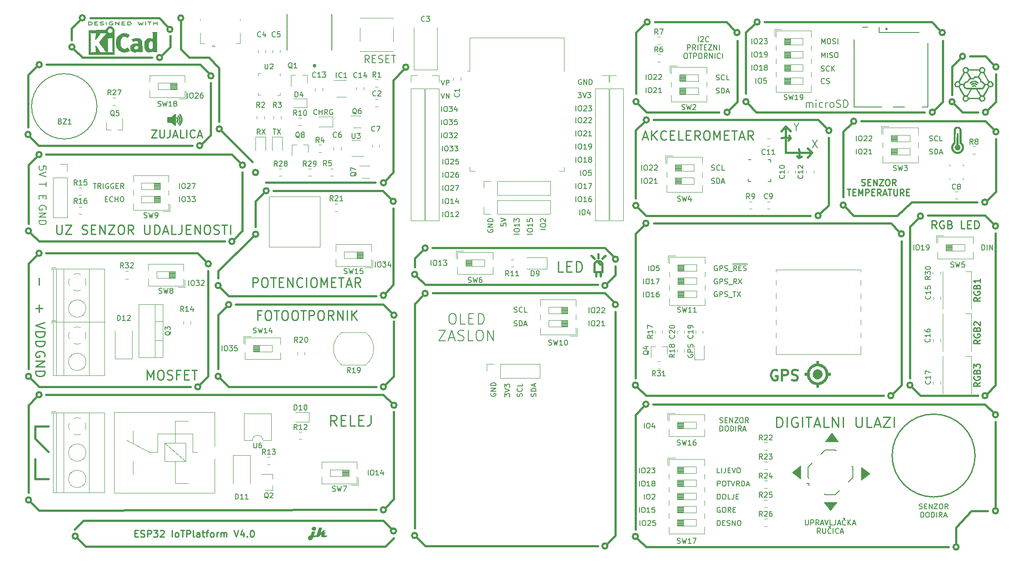
<source format=gbr>
%TF.GenerationSoftware,KiCad,Pcbnew,(6.0.0)*%
%TF.CreationDate,2022-02-10T17:28:00+01:00*%
%TF.ProjectId,ESP32IoTPlatform,45535033-3249-46f5-9450-6c6174666f72,rev?*%
%TF.SameCoordinates,Original*%
%TF.FileFunction,Legend,Top*%
%TF.FilePolarity,Positive*%
%FSLAX46Y46*%
G04 Gerber Fmt 4.6, Leading zero omitted, Abs format (unit mm)*
G04 Created by KiCad (PCBNEW (6.0.0)) date 2022-02-10 17:28:00*
%MOMM*%
%LPD*%
G01*
G04 APERTURE LIST*
%ADD10C,0.381000*%
%ADD11C,0.100000*%
%ADD12C,0.150000*%
%ADD13C,0.200000*%
%ADD14C,0.254000*%
%ADD15C,0.160000*%
%ADD16C,0.127000*%
%ADD17C,0.250000*%
%ADD18C,0.120000*%
%ADD19C,0.300000*%
%ADD20C,0.700000*%
%ADD21C,0.010000*%
G04 APERTURE END LIST*
D10*
X163116999Y-151517999D02*
X221460999Y-151517999D01*
X120535999Y-151333999D02*
X153809999Y-151333999D01*
X119011999Y-149301999D02*
G75*
G03*
X119011999Y-149301999I-508000J0D01*
G01*
X120535999Y-151333999D02*
X118884999Y-149682999D01*
X231061999Y-144550999D02*
G75*
G03*
X231061999Y-144550999I-508000J0D01*
G01*
X121043999Y-102565999D02*
G75*
G03*
X121043999Y-102565999I-508000J0D01*
G01*
X118503999Y-104597999D02*
X120154999Y-102946999D01*
X222952999Y-151009999D02*
X222952999Y-147807999D01*
X157238999Y-149301999D02*
X155587999Y-150952999D01*
X155714999Y-151333999D02*
G75*
G03*
X155714999Y-151333999I-508000J0D01*
G01*
X157238999Y-149301999D02*
X157238999Y-106121999D01*
X155206999Y-102500000D02*
X156857999Y-104151000D01*
X157746999Y-104724999D02*
G75*
G03*
X157746999Y-104724999I-508000J0D01*
G01*
X163116999Y-151517999D02*
X161465999Y-149866999D01*
X161592999Y-149485999D02*
G75*
G03*
X161592999Y-149485999I-508000J0D01*
G01*
X46565999Y-122126999D02*
G75*
G03*
X46565999Y-122126999I-508000J0D01*
G01*
X44025999Y-124158999D02*
X45676999Y-122507999D01*
X44025999Y-124158999D02*
X44025999Y-141049999D01*
X46565999Y-94821999D02*
G75*
G03*
X46565999Y-94821999I-508000J0D01*
G01*
X44025999Y-96853999D02*
X44025999Y-117173999D01*
X44025999Y-96853999D02*
X45676999Y-95202999D01*
X46057999Y-120602999D02*
X75267999Y-120602999D01*
X46057999Y-120602999D02*
X44406999Y-118951999D01*
X44533999Y-118570999D02*
G75*
G03*
X44533999Y-118570999I-508000J0D01*
G01*
X78696999Y-118570999D02*
X77045999Y-120221999D01*
X77172999Y-120602999D02*
G75*
G03*
X77172999Y-120602999I-508000J0D01*
G01*
X78696999Y-118570999D02*
X78696999Y-98250999D01*
X216075999Y-122307999D02*
X227124999Y-122307999D01*
X214551999Y-120275999D02*
G75*
G03*
X214551999Y-120275999I-508000J0D01*
G01*
X216075999Y-122307999D02*
X214424999Y-120656999D01*
X210868999Y-122307999D02*
G75*
G03*
X210868999Y-122307999I-508000J0D01*
G01*
X210360999Y-89033999D02*
X164640999Y-89033999D01*
X212392999Y-120275999D02*
X210741999Y-121926999D01*
X210360999Y-89033999D02*
X212011999Y-90684999D01*
X212900999Y-91065999D02*
G75*
G03*
X212900999Y-91065999I-508000J0D01*
G01*
X212392999Y-120275999D02*
X212392999Y-92462999D01*
X161084999Y-91065999D02*
X162735999Y-89414999D01*
X163116999Y-122307999D02*
X161465999Y-120656999D01*
X161592999Y-120275999D02*
G75*
G03*
X161592999Y-120275999I-508000J0D01*
G01*
X163624999Y-89033999D02*
G75*
G03*
X163624999Y-89033999I-508000J0D01*
G01*
X161084999Y-91065999D02*
X161084999Y-118878999D01*
X163116999Y-122307999D02*
X208963999Y-122307999D01*
X161672999Y-85589999D02*
G75*
G03*
X161672999Y-85589999I-508000J0D01*
G01*
X161164999Y-71111999D02*
X162815999Y-69460999D01*
X161164999Y-71111999D02*
X161164999Y-84192999D01*
X83768000Y-92532000D02*
G75*
G03*
X83768000Y-92532000I-508000J0D01*
G01*
X85292000Y-90500000D02*
X85292000Y-79197000D01*
X85292000Y-90500000D02*
X83641000Y-92151000D01*
X80601999Y-98250999D02*
X80601999Y-99647999D01*
X81109999Y-101044999D02*
G75*
G03*
X81109999Y-101044999I-508000J0D01*
G01*
X80601999Y-98250999D02*
X87459999Y-91519999D01*
X88348999Y-91138999D02*
G75*
G03*
X88348999Y-91138999I-508000J0D01*
G01*
X87840999Y-84788999D02*
X87840999Y-89741999D01*
X90380999Y-82756999D02*
G75*
G03*
X90380999Y-82756999I-508000J0D01*
G01*
X87840999Y-84788999D02*
X89491999Y-83137999D01*
X163876999Y-50175999D02*
G75*
G03*
X163876999Y-50175999I-508000J0D01*
G01*
X161209999Y-52207999D02*
X161209999Y-63950999D01*
X161209999Y-52207999D02*
X162860999Y-50556999D01*
X180809999Y-65550999D02*
X180809999Y-53807999D01*
X180809999Y-65550999D02*
X179158999Y-67201999D01*
X179285999Y-67582999D02*
G75*
G03*
X179285999Y-67582999I-508000J0D01*
G01*
X77549000Y-74032000D02*
G75*
G03*
X77549000Y-74032000I-508000J0D01*
G01*
X79708000Y-60570000D02*
G75*
G03*
X79708000Y-60570000I-508000J0D01*
G01*
X77168000Y-58411000D02*
X47486000Y-58411000D01*
X79200000Y-72000000D02*
X77549000Y-73651000D01*
X79200000Y-72000000D02*
X79200000Y-61967000D01*
X77168000Y-58411000D02*
X78819000Y-60062000D01*
X45962000Y-74032000D02*
X44311000Y-72381000D01*
X45962000Y-74032000D02*
X75600000Y-74032000D01*
X44438000Y-71873000D02*
G75*
G03*
X44438000Y-71873000I-508000J0D01*
G01*
X46597000Y-58411000D02*
G75*
G03*
X46597000Y-58411000I-508000J0D01*
G01*
X43930000Y-60443000D02*
X45581000Y-58792000D01*
X43930000Y-60443000D02*
X43930000Y-70476000D01*
X228987999Y-84950999D02*
G75*
G03*
X228987999Y-84950999I-508000J0D01*
G01*
X201174999Y-71361999D02*
X202825999Y-69710999D01*
X228606999Y-69329999D02*
X204603999Y-69329999D01*
X201682999Y-85518999D02*
G75*
G03*
X201682999Y-85518999I-508000J0D01*
G01*
X228606999Y-69329999D02*
X230257999Y-70980999D01*
X230638999Y-82918999D02*
X230638999Y-72758999D01*
X230638999Y-82918999D02*
X228987999Y-84569999D01*
X231146999Y-71361999D02*
G75*
G03*
X231146999Y-71361999I-508000J0D01*
G01*
X201174999Y-71361999D02*
X201174999Y-83950999D01*
X203206999Y-87550999D02*
X201555999Y-85899999D01*
X203714999Y-69329999D02*
G75*
G03*
X203714999Y-69329999I-508000J0D01*
G01*
D11*
X206310999Y-137380999D02*
X204659999Y-138650999D01*
X204659999Y-138650999D02*
X204659999Y-136110999D01*
X204659999Y-136110999D02*
X206310999Y-137380999D01*
G36*
X206310999Y-137380999D02*
G01*
X204659999Y-138650999D01*
X204659999Y-136110999D01*
X206310999Y-137380999D01*
G37*
X206310999Y-137380999D02*
X204659999Y-138650999D01*
X204659999Y-136110999D01*
X206310999Y-137380999D01*
X198690999Y-144492999D02*
X197420999Y-142841999D01*
X197420999Y-142841999D02*
X199960999Y-142841999D01*
X199960999Y-142841999D02*
X198690999Y-144492999D01*
G36*
X198690999Y-144492999D02*
G01*
X197420999Y-142841999D01*
X199960999Y-142841999D01*
X198690999Y-144492999D01*
G37*
X198690999Y-144492999D02*
X197420999Y-142841999D01*
X199960999Y-142841999D01*
X198690999Y-144492999D01*
X198944999Y-129506999D02*
X200214999Y-131157999D01*
X200214999Y-131157999D02*
X197674999Y-131157999D01*
X197674999Y-131157999D02*
X198944999Y-129506999D01*
G36*
X200214999Y-131157999D02*
G01*
X197674999Y-131157999D01*
X198944999Y-129506999D01*
X200214999Y-131157999D01*
G37*
X200214999Y-131157999D02*
X197674999Y-131157999D01*
X198944999Y-129506999D01*
X200214999Y-131157999D01*
X191324999Y-137126999D02*
X192975999Y-135856999D01*
X192975999Y-135856999D02*
X192975999Y-138396999D01*
X192975999Y-138396999D02*
X191324999Y-137126999D01*
G36*
X192975999Y-138396999D02*
G01*
X191324999Y-137126999D01*
X192975999Y-135856999D01*
X192975999Y-138396999D01*
G37*
X192975999Y-138396999D02*
X191324999Y-137126999D01*
X192975999Y-135856999D01*
X192975999Y-138396999D01*
D10*
X203206999Y-87550999D02*
X211584499Y-87576499D01*
X190120999Y-70349999D02*
X191009999Y-71238999D01*
X163704999Y-69079999D02*
G75*
G03*
X163704999Y-69079999I-508000J0D01*
G01*
X163196999Y-87621999D02*
X161545999Y-85970999D01*
X163196999Y-87621999D02*
X194809999Y-87621999D01*
X190120999Y-75429999D02*
X190120999Y-70349999D01*
X196377999Y-69079999D02*
X198028999Y-70730999D01*
X198917999Y-71111999D02*
G75*
G03*
X198917999Y-71111999I-508000J0D01*
G01*
X191009998Y-72614403D02*
X190755999Y-72092000D01*
X191009998Y-72614403D02*
G75*
G03*
X189272116Y-72600000I-888999J-2413005D01*
G01*
X190628999Y-72981000D02*
X191009998Y-72614403D01*
X198349999Y-85518999D02*
X198409999Y-72508999D01*
X192646596Y-76445998D02*
X193168999Y-76191999D01*
X192646596Y-76445998D02*
G75*
G03*
X192660999Y-74708116I-2413005J888999D01*
G01*
X192279999Y-76064999D02*
X192646596Y-76445998D01*
X189231999Y-71238999D02*
X190120999Y-70349999D01*
X195200999Y-75429999D02*
X194311999Y-76318999D01*
X194311999Y-74540999D02*
X195200999Y-75429999D01*
X190120999Y-75429999D02*
X195200999Y-75429999D01*
X196377999Y-69079999D02*
X164593999Y-69079999D01*
X120535999Y-100914999D02*
X153809999Y-100914999D01*
X120535999Y-100914999D02*
X118884999Y-99263999D01*
X119011999Y-98882999D02*
G75*
G03*
X119011999Y-98882999I-508000J0D01*
G01*
X121043999Y-93802999D02*
G75*
G03*
X121043999Y-93802999I-508000J0D01*
G01*
X118503999Y-95834999D02*
X118503999Y-97485999D01*
X118503999Y-95834999D02*
X120154999Y-94183999D01*
X185076999Y-50175999D02*
G75*
G03*
X185076999Y-50175999I-508000J0D01*
G01*
X112478999Y-122126999D02*
X114129999Y-123777999D01*
X231061999Y-125990999D02*
G75*
G03*
X231061999Y-125990999I-508000J0D01*
G01*
X224708000Y-56800000D02*
G75*
G03*
X224708000Y-56800000I-508000J0D01*
G01*
X83260000Y-75768000D02*
X84911000Y-77419000D01*
X112351999Y-82756999D02*
X114002999Y-84407999D01*
X214043999Y-89674999D02*
X215694999Y-88023999D01*
X52949000Y-148089000D02*
X54600000Y-146438000D01*
X71340000Y-55000000D02*
X71340000Y-52832000D01*
X114510999Y-118570999D02*
X114510999Y-108029999D01*
X81109999Y-118570999D02*
G75*
G03*
X81109999Y-118570999I-508000J0D01*
G01*
X155206999Y-93774500D02*
X156857999Y-95425500D01*
X161084999Y-125990999D02*
X162735999Y-124339999D01*
X114510999Y-142319999D02*
X112859999Y-143970999D01*
X112400000Y-146438000D02*
X114051000Y-148051000D01*
X112478999Y-104727999D02*
X114129999Y-106378999D01*
X157238999Y-99009999D02*
X155587999Y-100660999D01*
X46057999Y-144478999D02*
X44406999Y-142827999D01*
X73908000Y-49400000D02*
G75*
G03*
X73908000Y-49400000I-508000J0D01*
G01*
X214409999Y-84950999D02*
X227012999Y-84950999D01*
X184441999Y-67582999D02*
X182790999Y-65931999D01*
X214043999Y-89674999D02*
X214043999Y-118878999D01*
X82633999Y-120602999D02*
X111081999Y-120602999D01*
X45295999Y-138382999D02*
X45295999Y-134572999D01*
X181190999Y-52207999D02*
G75*
G03*
X181190999Y-52207999I-508000J0D01*
G01*
X224200000Y-67600000D02*
X227200000Y-67600000D01*
X46049000Y-92532000D02*
X81863000Y-92532000D01*
X44017000Y-77800000D02*
X44017000Y-89103000D01*
X220409999Y-65550999D02*
X218758999Y-67201999D01*
X112478999Y-122126999D02*
X47454999Y-122126999D01*
X220409999Y-65550999D02*
X220409999Y-53807999D01*
X53535999Y-149431500D02*
G75*
G03*
X53535999Y-149431500I-508000J0D01*
G01*
X83260000Y-75768000D02*
X47446000Y-75768000D01*
X114400000Y-79174500D02*
X112876000Y-80825500D01*
X155206999Y-93802999D02*
X121932999Y-93802999D01*
X87200000Y-77200000D02*
X81200000Y-71200000D01*
X222676000Y-65568000D02*
G75*
G03*
X222676000Y-65568000I-508000J0D01*
G01*
X55059999Y-151463500D02*
X53408999Y-149812500D01*
X69260000Y-49368000D02*
X70911000Y-51092000D01*
X46057999Y-144478999D02*
X111081999Y-144351999D01*
X178650999Y-50175999D02*
X164809999Y-50175999D01*
X82633999Y-103076999D02*
X80982999Y-101425999D01*
X85800000Y-77800000D02*
G75*
G03*
X85800000Y-77800000I-508000J0D01*
G01*
X222168000Y-58832000D02*
X223819000Y-57181000D01*
X230553999Y-144042999D02*
X230553999Y-127350999D01*
X45295999Y-128222999D02*
X45295999Y-130635999D01*
X112986999Y-120602999D02*
G75*
G03*
X112986999Y-120602999I-508000J0D01*
G01*
X196825999Y-87550999D02*
G75*
G03*
X196825999Y-87550999I-508000J0D01*
G01*
X184441999Y-67582999D02*
X216809999Y-67582999D01*
X112986999Y-102949999D02*
G75*
G03*
X112986999Y-102949999I-508000J0D01*
G01*
X81327000Y-70819000D02*
G75*
G03*
X81327000Y-70819000I-508000J0D01*
G01*
X69816000Y-57032000D02*
G75*
G03*
X69816000Y-57032000I-508000J0D01*
G01*
X117308000Y-58892000D02*
G75*
G03*
X117308000Y-58892000I-508000J0D01*
G01*
X229127000Y-67581000D02*
G75*
G03*
X229127000Y-67581000I-508000J0D01*
G01*
X163241999Y-67582999D02*
X161590999Y-65931999D01*
X114400000Y-79174500D02*
X114400000Y-61400000D01*
X114510999Y-142319999D02*
X114510999Y-125428999D01*
X231061999Y-89550999D02*
G75*
G03*
X231061999Y-89550999I-508000J0D01*
G01*
X218250999Y-50175999D02*
X186009999Y-50175999D01*
X222952999Y-147807999D02*
X225858999Y-144550999D01*
X80601999Y-106759999D02*
X80601999Y-117173999D01*
X44533999Y-142446999D02*
G75*
G03*
X44533999Y-142446999I-508000J0D01*
G01*
X54908000Y-49368000D02*
G75*
G03*
X54908000Y-49368000I-508000J0D01*
G01*
X218250999Y-50175999D02*
X219901999Y-51826999D01*
X52368000Y-51400000D02*
X54019000Y-49749000D01*
X76664999Y-94821999D02*
X78315999Y-96472999D01*
X115018999Y-106759999D02*
G75*
G03*
X115018999Y-106759999I-508000J0D01*
G01*
X112478999Y-104727999D02*
X84030999Y-104727999D01*
X198349999Y-85518999D02*
X196698999Y-87169999D01*
X228521999Y-87518999D02*
X217472999Y-87518999D01*
X44525000Y-90500000D02*
G75*
G03*
X44525000Y-90500000I-508000J0D01*
G01*
X73400000Y-55400000D02*
X75051000Y-57051000D01*
X155714999Y-101041999D02*
G75*
G03*
X155714999Y-101041999I-508000J0D01*
G01*
X69260000Y-49368000D02*
X56000000Y-49368000D01*
X88327000Y-79219000D02*
G75*
G03*
X88327000Y-79219000I-508000J0D01*
G01*
X228521999Y-87518999D02*
X230172999Y-89169999D01*
X155206999Y-102500000D02*
X122000000Y-102500000D01*
X182409999Y-52207999D02*
X182409999Y-63950999D01*
X75051000Y-57051000D02*
X78800000Y-57051000D01*
X55059999Y-151463500D02*
X112859999Y-151425500D01*
X47835999Y-133175999D02*
X45295999Y-130635999D01*
X157746999Y-95961999D02*
G75*
G03*
X157746999Y-95961999I-508000J0D01*
G01*
X161084999Y-125990999D02*
X161084999Y-148088999D01*
X228600000Y-56800000D02*
X225600000Y-56800000D01*
X76664999Y-94821999D02*
X47454999Y-94821999D01*
X71800000Y-51600000D02*
G75*
G03*
X71800000Y-51600000I-508000J0D01*
G01*
X114383999Y-100917999D02*
X112859999Y-102568999D01*
X71340000Y-55000000D02*
X69689000Y-56651000D01*
X83141999Y-104727999D02*
G75*
G03*
X83141999Y-104727999I-508000J0D01*
G01*
X54432000Y-57032000D02*
X67800000Y-57032000D01*
X54432000Y-57032000D02*
X52781000Y-55381000D01*
X163241999Y-67582999D02*
X177209999Y-67582999D01*
X220790999Y-52207999D02*
G75*
G03*
X220790999Y-52207999I-508000J0D01*
G01*
X112351999Y-82756999D02*
X91269999Y-82756999D01*
X231140000Y-58832000D02*
G75*
G03*
X231140000Y-58832000I-508000J0D01*
G01*
X222187000Y-58832000D02*
X222187000Y-64181000D01*
X112400000Y-146438000D02*
X54600000Y-146438000D01*
X113003000Y-81206500D02*
G75*
G03*
X113003000Y-81206500I-508000J0D01*
G01*
X89851000Y-81124000D02*
X110932000Y-81124000D01*
X182409999Y-52207999D02*
X184060999Y-50556999D01*
X82633999Y-120602999D02*
X80982999Y-118951999D01*
X228521999Y-123958999D02*
X230172999Y-125609999D01*
X115018999Y-124158999D02*
G75*
G03*
X115018999Y-124158999I-508000J0D01*
G01*
X79204999Y-96853999D02*
G75*
G03*
X79204999Y-96853999I-508000J0D01*
G01*
X230553999Y-120275999D02*
X228902999Y-121926999D01*
X230651000Y-65549000D02*
X229000000Y-67200000D01*
X80601999Y-106759999D02*
X82252999Y-105108999D01*
X229029999Y-122307999D02*
G75*
G03*
X229029999Y-122307999I-508000J0D01*
G01*
X80800000Y-69400000D02*
X80800000Y-59091750D01*
X82633999Y-103076999D02*
X111081999Y-103076999D01*
X112986999Y-144351999D02*
G75*
G03*
X112986999Y-144351999I-508000J0D01*
G01*
X52908000Y-55000000D02*
G75*
G03*
X52908000Y-55000000I-508000J0D01*
G01*
X46049000Y-92532000D02*
X44398000Y-90881000D01*
X47835999Y-138382999D02*
X45295999Y-138382999D01*
X44017000Y-77800000D02*
X45668000Y-76149000D01*
X78800000Y-57051000D02*
X80800000Y-59025500D01*
X214409999Y-84950999D02*
X211584499Y-87576499D01*
X161717999Y-65550999D02*
G75*
G03*
X161717999Y-65550999I-508000J0D01*
G01*
X52368000Y-51400000D02*
X52368000Y-53600000D01*
X118503999Y-104597999D02*
X118503999Y-147904999D01*
X230632000Y-65549000D02*
X230632000Y-60200000D01*
X114383999Y-100917999D02*
X114383999Y-86185999D01*
X216583999Y-87642999D02*
G75*
G03*
X216583999Y-87642999I-508000J0D01*
G01*
X225858999Y-144550999D02*
X229060999Y-144550999D01*
X114510999Y-149774500D02*
X112859999Y-151425500D01*
X114400000Y-61400000D02*
X116419000Y-59273000D01*
X228521999Y-123958999D02*
X164513999Y-123958999D01*
X73400000Y-55400000D02*
X73400000Y-49983500D01*
X178650999Y-50175999D02*
X180301999Y-51826999D01*
X228600000Y-56800000D02*
X230251000Y-58451000D01*
X230553999Y-120275999D02*
X230553999Y-90950999D01*
X114891999Y-84788999D02*
G75*
G03*
X114891999Y-84788999I-508000J0D01*
G01*
X223460999Y-151517999D02*
G75*
G03*
X223460999Y-151517999I-508000J0D01*
G01*
X182917999Y-65550999D02*
G75*
G03*
X182917999Y-65550999I-508000J0D01*
G01*
X47835999Y-128222999D02*
X45295999Y-128222999D01*
X218885999Y-67582999D02*
G75*
G03*
X218885999Y-67582999I-508000J0D01*
G01*
X46557000Y-75768000D02*
G75*
G03*
X46557000Y-75768000I-508000J0D01*
G01*
X157238999Y-99009999D02*
X157238999Y-97358999D01*
X114940000Y-148432000D02*
G75*
G03*
X114940000Y-148432000I-508000J0D01*
G01*
X114510999Y-118570999D02*
X112859999Y-120221999D01*
X224200000Y-67600000D02*
X222549000Y-65949000D01*
X163624999Y-123958999D02*
G75*
G03*
X163624999Y-123958999I-508000J0D01*
G01*
D12*
X152173022Y-106320379D02*
X152173022Y-105320379D01*
X152839689Y-105320379D02*
X153030165Y-105320379D01*
X153125403Y-105367999D01*
X153220641Y-105463237D01*
X153268260Y-105653713D01*
X153268260Y-105987046D01*
X153220641Y-106177522D01*
X153125403Y-106272760D01*
X153030165Y-106320379D01*
X152839689Y-106320379D01*
X152744451Y-106272760D01*
X152649213Y-106177522D01*
X152601594Y-105987046D01*
X152601594Y-105653713D01*
X152649213Y-105463237D01*
X152744451Y-105367999D01*
X152839689Y-105320379D01*
X153649213Y-105415618D02*
X153696832Y-105367999D01*
X153792070Y-105320379D01*
X154030165Y-105320379D01*
X154125403Y-105367999D01*
X154173022Y-105415618D01*
X154220641Y-105510856D01*
X154220641Y-105606094D01*
X154173022Y-105748951D01*
X153601594Y-106320379D01*
X154220641Y-106320379D01*
X154601594Y-105415618D02*
X154649213Y-105367999D01*
X154744451Y-105320379D01*
X154982546Y-105320379D01*
X155077784Y-105367999D01*
X155125403Y-105415618D01*
X155173022Y-105510856D01*
X155173022Y-105606094D01*
X155125403Y-105748951D01*
X154553975Y-106320379D01*
X155173022Y-106320379D01*
X137714975Y-108812760D02*
X137857832Y-108860379D01*
X138095927Y-108860379D01*
X138191165Y-108812760D01*
X138238784Y-108765141D01*
X138286403Y-108669903D01*
X138286403Y-108574665D01*
X138238784Y-108479427D01*
X138191165Y-108431808D01*
X138095927Y-108384189D01*
X137905451Y-108336570D01*
X137810213Y-108288951D01*
X137762594Y-108241332D01*
X137714975Y-108146094D01*
X137714975Y-108050856D01*
X137762594Y-107955618D01*
X137810213Y-107907999D01*
X137905451Y-107860379D01*
X138143546Y-107860379D01*
X138286403Y-107907999D01*
X138714975Y-108860379D02*
X138714975Y-107860379D01*
X138953070Y-107860379D01*
X139095927Y-107907999D01*
X139191165Y-108003237D01*
X139238784Y-108098475D01*
X139286403Y-108288951D01*
X139286403Y-108431808D01*
X139238784Y-108622284D01*
X139191165Y-108717522D01*
X139095927Y-108812760D01*
X138953070Y-108860379D01*
X138714975Y-108860379D01*
X139667356Y-108574665D02*
X140143546Y-108574665D01*
X139572118Y-108860379D02*
X139905451Y-107860379D01*
X140238784Y-108860379D01*
X133243999Y-121899594D02*
X133196379Y-121994832D01*
X133196379Y-122137689D01*
X133243999Y-122280546D01*
X133339237Y-122375784D01*
X133434475Y-122423403D01*
X133624951Y-122471022D01*
X133767808Y-122471022D01*
X133958284Y-122423403D01*
X134053522Y-122375784D01*
X134148760Y-122280546D01*
X134196379Y-122137689D01*
X134196379Y-122042451D01*
X134148760Y-121899594D01*
X134101141Y-121851975D01*
X133767808Y-121851975D01*
X133767808Y-122042451D01*
X134196379Y-121423403D02*
X133196379Y-121423403D01*
X134196379Y-120851975D01*
X133196379Y-120851975D01*
X134196379Y-120375784D02*
X133196379Y-120375784D01*
X133196379Y-120137689D01*
X133243999Y-119994832D01*
X133339237Y-119899594D01*
X133434475Y-119851975D01*
X133624951Y-119804356D01*
X133767808Y-119804356D01*
X133958284Y-119851975D01*
X134053522Y-119899594D01*
X134148760Y-119994832D01*
X134196379Y-120137689D01*
X134196379Y-120375784D01*
X135863379Y-122518641D02*
X135863379Y-121899594D01*
X136244332Y-122232927D01*
X136244332Y-122090070D01*
X136291951Y-121994832D01*
X136339570Y-121947213D01*
X136434808Y-121899594D01*
X136672903Y-121899594D01*
X136768141Y-121947213D01*
X136815760Y-121994832D01*
X136863379Y-122090070D01*
X136863379Y-122375784D01*
X136815760Y-122471022D01*
X136768141Y-122518641D01*
X135863379Y-121613879D02*
X136863379Y-121280546D01*
X135863379Y-120947213D01*
X135863379Y-120709118D02*
X135863379Y-120090070D01*
X136244332Y-120423403D01*
X136244332Y-120280546D01*
X136291951Y-120185308D01*
X136339570Y-120137689D01*
X136434808Y-120090070D01*
X136672903Y-120090070D01*
X136768141Y-120137689D01*
X136815760Y-120185308D01*
X136863379Y-120280546D01*
X136863379Y-120566260D01*
X136815760Y-120661499D01*
X136768141Y-120709118D01*
D13*
X215854094Y-144132760D02*
X215996951Y-144180379D01*
X216235046Y-144180379D01*
X216330284Y-144132760D01*
X216377903Y-144085141D01*
X216425522Y-143989903D01*
X216425522Y-143894665D01*
X216377903Y-143799427D01*
X216330284Y-143751808D01*
X216235046Y-143704189D01*
X216044570Y-143656570D01*
X215949332Y-143608951D01*
X215901713Y-143561332D01*
X215854094Y-143466094D01*
X215854094Y-143370856D01*
X215901713Y-143275618D01*
X215949332Y-143227999D01*
X216044570Y-143180379D01*
X216282665Y-143180379D01*
X216425522Y-143227999D01*
X216854094Y-143656570D02*
X217187427Y-143656570D01*
X217330284Y-144180379D02*
X216854094Y-144180379D01*
X216854094Y-143180379D01*
X217330284Y-143180379D01*
X217758856Y-144180379D02*
X217758856Y-143180379D01*
X218330284Y-144180379D01*
X218330284Y-143180379D01*
X218711237Y-143180379D02*
X219377903Y-143180379D01*
X218711237Y-144180379D01*
X219377903Y-144180379D01*
X219949332Y-143180379D02*
X220139808Y-143180379D01*
X220235046Y-143227999D01*
X220330284Y-143323237D01*
X220377903Y-143513713D01*
X220377903Y-143847046D01*
X220330284Y-144037522D01*
X220235046Y-144132760D01*
X220139808Y-144180379D01*
X219949332Y-144180379D01*
X219854094Y-144132760D01*
X219758856Y-144037522D01*
X219711237Y-143847046D01*
X219711237Y-143513713D01*
X219758856Y-143323237D01*
X219854094Y-143227999D01*
X219949332Y-143180379D01*
X221377903Y-144180379D02*
X221044570Y-143704189D01*
X220806475Y-144180379D02*
X220806475Y-143180379D01*
X221187427Y-143180379D01*
X221282665Y-143227999D01*
X221330284Y-143275618D01*
X221377903Y-143370856D01*
X221377903Y-143513713D01*
X221330284Y-143608951D01*
X221282665Y-143656570D01*
X221187427Y-143704189D01*
X220806475Y-143704189D01*
X216163618Y-145790379D02*
X216163618Y-144790379D01*
X216401713Y-144790379D01*
X216544570Y-144837999D01*
X216639808Y-144933237D01*
X216687427Y-145028475D01*
X216735046Y-145218951D01*
X216735046Y-145361808D01*
X216687427Y-145552284D01*
X216639808Y-145647522D01*
X216544570Y-145742760D01*
X216401713Y-145790379D01*
X216163618Y-145790379D01*
X217354094Y-144790379D02*
X217544570Y-144790379D01*
X217639808Y-144837999D01*
X217735046Y-144933237D01*
X217782665Y-145123713D01*
X217782665Y-145457046D01*
X217735046Y-145647522D01*
X217639808Y-145742760D01*
X217544570Y-145790379D01*
X217354094Y-145790379D01*
X217258856Y-145742760D01*
X217163618Y-145647522D01*
X217115999Y-145457046D01*
X217115999Y-145123713D01*
X217163618Y-144933237D01*
X217258856Y-144837999D01*
X217354094Y-144790379D01*
X218211237Y-145790379D02*
X218211237Y-144790379D01*
X218449332Y-144790379D01*
X218592189Y-144837999D01*
X218687427Y-144933237D01*
X218735046Y-145028475D01*
X218782665Y-145218951D01*
X218782665Y-145361808D01*
X218735046Y-145552284D01*
X218687427Y-145647522D01*
X218592189Y-145742760D01*
X218449332Y-145790379D01*
X218211237Y-145790379D01*
X219211237Y-145790379D02*
X219211237Y-144790379D01*
X220258856Y-145790379D02*
X219925522Y-145314189D01*
X219687427Y-145790379D02*
X219687427Y-144790379D01*
X220068379Y-144790379D01*
X220163618Y-144837999D01*
X220211237Y-144885618D01*
X220258856Y-144980856D01*
X220258856Y-145123713D01*
X220211237Y-145218951D01*
X220163618Y-145266570D01*
X220068379Y-145314189D01*
X219687427Y-145314189D01*
X220639808Y-145504665D02*
X221115999Y-145504665D01*
X220544570Y-145790379D02*
X220877903Y-144790379D01*
X221211237Y-145790379D01*
X125632237Y-106464760D02*
X126013189Y-106464760D01*
X126203665Y-106559999D01*
X126394141Y-106750475D01*
X126489379Y-107131427D01*
X126489379Y-107798094D01*
X126394141Y-108179046D01*
X126203665Y-108369522D01*
X126013189Y-108464760D01*
X125632237Y-108464760D01*
X125441760Y-108369522D01*
X125251284Y-108179046D01*
X125156046Y-107798094D01*
X125156046Y-107131427D01*
X125251284Y-106750475D01*
X125441760Y-106559999D01*
X125632237Y-106464760D01*
X128298903Y-108464760D02*
X127346522Y-108464760D01*
X127346522Y-106464760D01*
X128965570Y-107417141D02*
X129632237Y-107417141D01*
X129917951Y-108464760D02*
X128965570Y-108464760D01*
X128965570Y-106464760D01*
X129917951Y-106464760D01*
X130775094Y-108464760D02*
X130775094Y-106464760D01*
X131251284Y-106464760D01*
X131536999Y-106559999D01*
X131727475Y-106750475D01*
X131822713Y-106940951D01*
X131917951Y-107321903D01*
X131917951Y-107607618D01*
X131822713Y-107988570D01*
X131727475Y-108179046D01*
X131536999Y-108369522D01*
X131251284Y-108464760D01*
X130775094Y-108464760D01*
X123156046Y-109684760D02*
X124489379Y-109684760D01*
X123156046Y-111684760D01*
X124489379Y-111684760D01*
X125156046Y-111113332D02*
X126108427Y-111113332D01*
X124965570Y-111684760D02*
X125632237Y-109684760D01*
X126298903Y-111684760D01*
X126870332Y-111589522D02*
X127156046Y-111684760D01*
X127632237Y-111684760D01*
X127822713Y-111589522D01*
X127917951Y-111494284D01*
X128013189Y-111303808D01*
X128013189Y-111113332D01*
X127917951Y-110922856D01*
X127822713Y-110827618D01*
X127632237Y-110732379D01*
X127251284Y-110637141D01*
X127060808Y-110541903D01*
X126965570Y-110446665D01*
X126870332Y-110256189D01*
X126870332Y-110065713D01*
X126965570Y-109875237D01*
X127060808Y-109779999D01*
X127251284Y-109684760D01*
X127727475Y-109684760D01*
X128013189Y-109779999D01*
X129822713Y-111684760D02*
X128870332Y-111684760D01*
X128870332Y-109684760D01*
X130870332Y-109684760D02*
X131251284Y-109684760D01*
X131441760Y-109779999D01*
X131632237Y-109970475D01*
X131727475Y-110351427D01*
X131727475Y-111018094D01*
X131632237Y-111399046D01*
X131441760Y-111589522D01*
X131251284Y-111684760D01*
X130870332Y-111684760D01*
X130679856Y-111589522D01*
X130489379Y-111399046D01*
X130394141Y-111018094D01*
X130394141Y-110351427D01*
X130489379Y-109970475D01*
X130679856Y-109779999D01*
X130870332Y-109684760D01*
X132584618Y-111684760D02*
X132584618Y-109684760D01*
X133727475Y-111684760D01*
X133727475Y-109684760D01*
D14*
X103438095Y-128104761D02*
X102771428Y-127152380D01*
X102295238Y-128104761D02*
X102295238Y-126104761D01*
X103057142Y-126104761D01*
X103247619Y-126200000D01*
X103342857Y-126295238D01*
X103438095Y-126485714D01*
X103438095Y-126771428D01*
X103342857Y-126961904D01*
X103247619Y-127057142D01*
X103057142Y-127152380D01*
X102295238Y-127152380D01*
X104295238Y-127057142D02*
X104961904Y-127057142D01*
X105247619Y-128104761D02*
X104295238Y-128104761D01*
X104295238Y-126104761D01*
X105247619Y-126104761D01*
X107057142Y-128104761D02*
X106104761Y-128104761D01*
X106104761Y-126104761D01*
X107723809Y-127057142D02*
X108390476Y-127057142D01*
X108676190Y-128104761D02*
X107723809Y-128104761D01*
X107723809Y-126104761D01*
X108676190Y-126104761D01*
X110104761Y-126104761D02*
X110104761Y-127533333D01*
X110009523Y-127819047D01*
X109819047Y-128009523D01*
X109533333Y-128104761D01*
X109342857Y-128104761D01*
D12*
X74935595Y-101052380D02*
X74935595Y-100052380D01*
X75602261Y-100052380D02*
X75792738Y-100052380D01*
X75887976Y-100100000D01*
X75983214Y-100195238D01*
X76030833Y-100385714D01*
X76030833Y-100719047D01*
X75983214Y-100909523D01*
X75887976Y-101004761D01*
X75792738Y-101052380D01*
X75602261Y-101052380D01*
X75507023Y-101004761D01*
X75411785Y-100909523D01*
X75364166Y-100719047D01*
X75364166Y-100385714D01*
X75411785Y-100195238D01*
X75507023Y-100100000D01*
X75602261Y-100052380D01*
X76364166Y-100052380D02*
X76983214Y-100052380D01*
X76649880Y-100433333D01*
X76792738Y-100433333D01*
X76887976Y-100480952D01*
X76935595Y-100528571D01*
X76983214Y-100623809D01*
X76983214Y-100861904D01*
X76935595Y-100957142D01*
X76887976Y-101004761D01*
X76792738Y-101052380D01*
X76507023Y-101052380D01*
X76411785Y-101004761D01*
X76364166Y-100957142D01*
X77364166Y-100147619D02*
X77411785Y-100100000D01*
X77507023Y-100052380D01*
X77745119Y-100052380D01*
X77840357Y-100100000D01*
X77887976Y-100147619D01*
X77935595Y-100242857D01*
X77935595Y-100338095D01*
X77887976Y-100480952D01*
X77316547Y-101052380D01*
X77935595Y-101052380D01*
X214770022Y-94198379D02*
X214770022Y-93198379D01*
X215436689Y-93198379D02*
X215627165Y-93198379D01*
X215722403Y-93245999D01*
X215817641Y-93341237D01*
X215865260Y-93531713D01*
X215865260Y-93865046D01*
X215817641Y-94055522D01*
X215722403Y-94150760D01*
X215627165Y-94198379D01*
X215436689Y-94198379D01*
X215341451Y-94150760D01*
X215246213Y-94055522D01*
X215198594Y-93865046D01*
X215198594Y-93531713D01*
X215246213Y-93341237D01*
X215341451Y-93245999D01*
X215436689Y-93198379D01*
X216817641Y-94198379D02*
X216246213Y-94198379D01*
X216531927Y-94198379D02*
X216531927Y-93198379D01*
X216436689Y-93341237D01*
X216341451Y-93436475D01*
X216246213Y-93484094D01*
X217293832Y-94198379D02*
X217484308Y-94198379D01*
X217579546Y-94150760D01*
X217627165Y-94103141D01*
X217722403Y-93960284D01*
X217770022Y-93769808D01*
X217770022Y-93388856D01*
X217722403Y-93293618D01*
X217674784Y-93245999D01*
X217579546Y-93198379D01*
X217389070Y-93198379D01*
X217293832Y-93245999D01*
X217246213Y-93293618D01*
X217198594Y-93388856D01*
X217198594Y-93626951D01*
X217246213Y-93722189D01*
X217293832Y-93769808D01*
X217389070Y-93817427D01*
X217579546Y-93817427D01*
X217674784Y-93769808D01*
X217722403Y-93722189D01*
X217770022Y-93626951D01*
X227945594Y-94203379D02*
X227945594Y-93203379D01*
X228183689Y-93203379D01*
X228326546Y-93250999D01*
X228421784Y-93346237D01*
X228469403Y-93441475D01*
X228517022Y-93631951D01*
X228517022Y-93774808D01*
X228469403Y-93965284D01*
X228421784Y-94060522D01*
X228326546Y-94155760D01*
X228183689Y-94203379D01*
X227945594Y-94203379D01*
X228945594Y-94203379D02*
X228945594Y-93203379D01*
X229421784Y-94203379D02*
X229421784Y-93203379D01*
X229993213Y-94203379D01*
X229993213Y-93203379D01*
D14*
X46056427Y-99597284D02*
X46056427Y-100968713D01*
X47170713Y-108169999D02*
X45370713Y-108769999D01*
X47170713Y-109369999D01*
X45370713Y-109969999D02*
X47170713Y-109969999D01*
X47170713Y-110398570D01*
X47084999Y-110655713D01*
X46913570Y-110827141D01*
X46742141Y-110912856D01*
X46399284Y-110998570D01*
X46142141Y-110998570D01*
X45799284Y-110912856D01*
X45627856Y-110827141D01*
X45456427Y-110655713D01*
X45370713Y-110398570D01*
X45370713Y-109969999D01*
X45370713Y-111769999D02*
X47170713Y-111769999D01*
X47170713Y-112198570D01*
X47084999Y-112455713D01*
X46913570Y-112627141D01*
X46742141Y-112712856D01*
X46399284Y-112798570D01*
X46142141Y-112798570D01*
X45799284Y-112712856D01*
X45627856Y-112627141D01*
X45456427Y-112455713D01*
X45370713Y-112198570D01*
X45370713Y-111769999D01*
X66928571Y-119214285D02*
X66928571Y-117414285D01*
X67528571Y-118700000D01*
X68128571Y-117414285D01*
X68128571Y-119214285D01*
X69328571Y-117414285D02*
X69671428Y-117414285D01*
X69842857Y-117500000D01*
X70014285Y-117671428D01*
X70100000Y-118014285D01*
X70100000Y-118614285D01*
X70014285Y-118957142D01*
X69842857Y-119128571D01*
X69671428Y-119214285D01*
X69328571Y-119214285D01*
X69157142Y-119128571D01*
X68985714Y-118957142D01*
X68900000Y-118614285D01*
X68900000Y-118014285D01*
X68985714Y-117671428D01*
X69157142Y-117500000D01*
X69328571Y-117414285D01*
X70785714Y-119128571D02*
X71042857Y-119214285D01*
X71471428Y-119214285D01*
X71642857Y-119128571D01*
X71728571Y-119042857D01*
X71814285Y-118871428D01*
X71814285Y-118700000D01*
X71728571Y-118528571D01*
X71642857Y-118442857D01*
X71471428Y-118357142D01*
X71128571Y-118271428D01*
X70957142Y-118185714D01*
X70871428Y-118100000D01*
X70785714Y-117928571D01*
X70785714Y-117757142D01*
X70871428Y-117585714D01*
X70957142Y-117500000D01*
X71128571Y-117414285D01*
X71557142Y-117414285D01*
X71814285Y-117500000D01*
X73185714Y-118271428D02*
X72585714Y-118271428D01*
X72585714Y-119214285D02*
X72585714Y-117414285D01*
X73442857Y-117414285D01*
X74128571Y-118271428D02*
X74728571Y-118271428D01*
X74985714Y-119214285D02*
X74128571Y-119214285D01*
X74128571Y-117414285D01*
X74985714Y-117414285D01*
X75500000Y-117414285D02*
X76528571Y-117414285D01*
X76014285Y-119214285D02*
X76014285Y-117414285D01*
D12*
X121693022Y-97176379D02*
X121693022Y-96176379D01*
X122359689Y-96176379D02*
X122550165Y-96176379D01*
X122645403Y-96223999D01*
X122740641Y-96319237D01*
X122788260Y-96509713D01*
X122788260Y-96843046D01*
X122740641Y-97033522D01*
X122645403Y-97128760D01*
X122550165Y-97176379D01*
X122359689Y-97176379D01*
X122264451Y-97128760D01*
X122169213Y-97033522D01*
X122121594Y-96843046D01*
X122121594Y-96509713D01*
X122169213Y-96319237D01*
X122264451Y-96223999D01*
X122359689Y-96176379D01*
X123740641Y-97176379D02*
X123169213Y-97176379D01*
X123454927Y-97176379D02*
X123454927Y-96176379D01*
X123359689Y-96319237D01*
X123264451Y-96414475D01*
X123169213Y-96462094D01*
X124073975Y-96176379D02*
X124693022Y-96176379D01*
X124359689Y-96557332D01*
X124502546Y-96557332D01*
X124597784Y-96604951D01*
X124645403Y-96652570D01*
X124693022Y-96747808D01*
X124693022Y-96985903D01*
X124645403Y-97081141D01*
X124597784Y-97128760D01*
X124502546Y-97176379D01*
X124216832Y-97176379D01*
X124121594Y-97128760D01*
X124073975Y-97081141D01*
X163641403Y-98203379D02*
X163641403Y-97203379D01*
X164308070Y-97203379D02*
X164498546Y-97203379D01*
X164593784Y-97250999D01*
X164689022Y-97346237D01*
X164736641Y-97536713D01*
X164736641Y-97870046D01*
X164689022Y-98060522D01*
X164593784Y-98155760D01*
X164498546Y-98203379D01*
X164308070Y-98203379D01*
X164212832Y-98155760D01*
X164117594Y-98060522D01*
X164069975Y-97870046D01*
X164069975Y-97536713D01*
X164117594Y-97346237D01*
X164212832Y-97250999D01*
X164308070Y-97203379D01*
X165641403Y-97203379D02*
X165165213Y-97203379D01*
X165117594Y-97679570D01*
X165165213Y-97631951D01*
X165260451Y-97584332D01*
X165498546Y-97584332D01*
X165593784Y-97631951D01*
X165641403Y-97679570D01*
X165689022Y-97774808D01*
X165689022Y-98012903D01*
X165641403Y-98108141D01*
X165593784Y-98155760D01*
X165498546Y-98203379D01*
X165260451Y-98203379D01*
X165165213Y-98155760D01*
X165117594Y-98108141D01*
X176869403Y-99790999D02*
X176774165Y-99743379D01*
X176631308Y-99743379D01*
X176488451Y-99790999D01*
X176393213Y-99886237D01*
X176345594Y-99981475D01*
X176297975Y-100171951D01*
X176297975Y-100314808D01*
X176345594Y-100505284D01*
X176393213Y-100600522D01*
X176488451Y-100695760D01*
X176631308Y-100743379D01*
X176726546Y-100743379D01*
X176869403Y-100695760D01*
X176917022Y-100648141D01*
X176917022Y-100314808D01*
X176726546Y-100314808D01*
X177345594Y-100743379D02*
X177345594Y-99743379D01*
X177726546Y-99743379D01*
X177821784Y-99790999D01*
X177869403Y-99838618D01*
X177917022Y-99933856D01*
X177917022Y-100076713D01*
X177869403Y-100171951D01*
X177821784Y-100219570D01*
X177726546Y-100267189D01*
X177345594Y-100267189D01*
X178297975Y-100695760D02*
X178440832Y-100743379D01*
X178678927Y-100743379D01*
X178774165Y-100695760D01*
X178821784Y-100648141D01*
X178869403Y-100552903D01*
X178869403Y-100457665D01*
X178821784Y-100362427D01*
X178774165Y-100314808D01*
X178678927Y-100267189D01*
X178488451Y-100219570D01*
X178393213Y-100171951D01*
X178345594Y-100124332D01*
X178297975Y-100029094D01*
X178297975Y-99933856D01*
X178345594Y-99838618D01*
X178393213Y-99790999D01*
X178488451Y-99743379D01*
X178726546Y-99743379D01*
X178869403Y-99790999D01*
X179059879Y-100838618D02*
X179821784Y-100838618D01*
X180631308Y-100743379D02*
X180297975Y-100267189D01*
X180059879Y-100743379D02*
X180059879Y-99743379D01*
X180440832Y-99743379D01*
X180536070Y-99790999D01*
X180583689Y-99838618D01*
X180631308Y-99933856D01*
X180631308Y-100076713D01*
X180583689Y-100171951D01*
X180536070Y-100219570D01*
X180440832Y-100267189D01*
X180059879Y-100267189D01*
X180964641Y-99743379D02*
X181631308Y-100743379D01*
X181631308Y-99743379D02*
X180964641Y-100743379D01*
X176869403Y-97250999D02*
X176774165Y-97203379D01*
X176631308Y-97203379D01*
X176488451Y-97250999D01*
X176393213Y-97346237D01*
X176345594Y-97441475D01*
X176297975Y-97631951D01*
X176297975Y-97774808D01*
X176345594Y-97965284D01*
X176393213Y-98060522D01*
X176488451Y-98155760D01*
X176631308Y-98203379D01*
X176726546Y-98203379D01*
X176869403Y-98155760D01*
X176917022Y-98108141D01*
X176917022Y-97774808D01*
X176726546Y-97774808D01*
X177345594Y-98203379D02*
X177345594Y-97203379D01*
X177726546Y-97203379D01*
X177821784Y-97250999D01*
X177869403Y-97298618D01*
X177917022Y-97393856D01*
X177917022Y-97536713D01*
X177869403Y-97631951D01*
X177821784Y-97679570D01*
X177726546Y-97727189D01*
X177345594Y-97727189D01*
X178297975Y-98155760D02*
X178440832Y-98203379D01*
X178678927Y-98203379D01*
X178774165Y-98155760D01*
X178821784Y-98108141D01*
X178869403Y-98012903D01*
X178869403Y-97917665D01*
X178821784Y-97822427D01*
X178774165Y-97774808D01*
X178678927Y-97727189D01*
X178488451Y-97679570D01*
X178393213Y-97631951D01*
X178345594Y-97584332D01*
X178297975Y-97489094D01*
X178297975Y-97393856D01*
X178345594Y-97298618D01*
X178393213Y-97250999D01*
X178488451Y-97203379D01*
X178726546Y-97203379D01*
X178869403Y-97250999D01*
X179059879Y-98298618D02*
X179821784Y-98298618D01*
X179821784Y-96920999D02*
X180821784Y-96920999D01*
X180631308Y-98203379D02*
X180297975Y-97727189D01*
X180059879Y-98203379D02*
X180059879Y-97203379D01*
X180440832Y-97203379D01*
X180536070Y-97250999D01*
X180583689Y-97298618D01*
X180631308Y-97393856D01*
X180631308Y-97536713D01*
X180583689Y-97631951D01*
X180536070Y-97679570D01*
X180440832Y-97727189D01*
X180059879Y-97727189D01*
X180821784Y-96920999D02*
X181726546Y-96920999D01*
X181059879Y-97679570D02*
X181393213Y-97679570D01*
X181536070Y-98203379D02*
X181059879Y-98203379D01*
X181059879Y-97203379D01*
X181536070Y-97203379D01*
X181726546Y-96920999D02*
X182678927Y-96920999D01*
X181917022Y-98155760D02*
X182059879Y-98203379D01*
X182297975Y-98203379D01*
X182393213Y-98155760D01*
X182440832Y-98108141D01*
X182488451Y-98012903D01*
X182488451Y-97917665D01*
X182440832Y-97822427D01*
X182393213Y-97774808D01*
X182297975Y-97727189D01*
X182107499Y-97679570D01*
X182012260Y-97631951D01*
X181964641Y-97584332D01*
X181917022Y-97489094D01*
X181917022Y-97393856D01*
X181964641Y-97298618D01*
X182012260Y-97250999D01*
X182107499Y-97203379D01*
X182345594Y-97203379D01*
X182488451Y-97250999D01*
X162689022Y-103283379D02*
X162689022Y-102283379D01*
X163355689Y-102283379D02*
X163546165Y-102283379D01*
X163641403Y-102330999D01*
X163736641Y-102426237D01*
X163784260Y-102616713D01*
X163784260Y-102950046D01*
X163736641Y-103140522D01*
X163641403Y-103235760D01*
X163546165Y-103283379D01*
X163355689Y-103283379D01*
X163260451Y-103235760D01*
X163165213Y-103140522D01*
X163117594Y-102950046D01*
X163117594Y-102616713D01*
X163165213Y-102426237D01*
X163260451Y-102330999D01*
X163355689Y-102283379D01*
X164736641Y-103283379D02*
X164165213Y-103283379D01*
X164450927Y-103283379D02*
X164450927Y-102283379D01*
X164355689Y-102426237D01*
X164260451Y-102521475D01*
X164165213Y-102569094D01*
X165593784Y-102283379D02*
X165403308Y-102283379D01*
X165308070Y-102330999D01*
X165260451Y-102378618D01*
X165165213Y-102521475D01*
X165117594Y-102711951D01*
X165117594Y-103092903D01*
X165165213Y-103188141D01*
X165212832Y-103235760D01*
X165308070Y-103283379D01*
X165498546Y-103283379D01*
X165593784Y-103235760D01*
X165641403Y-103188141D01*
X165689022Y-103092903D01*
X165689022Y-102854808D01*
X165641403Y-102759570D01*
X165593784Y-102711951D01*
X165498546Y-102664332D01*
X165308070Y-102664332D01*
X165212832Y-102711951D01*
X165165213Y-102759570D01*
X165117594Y-102854808D01*
X162689022Y-100743379D02*
X162689022Y-99743379D01*
X163355689Y-99743379D02*
X163546165Y-99743379D01*
X163641403Y-99790999D01*
X163736641Y-99886237D01*
X163784260Y-100076713D01*
X163784260Y-100410046D01*
X163736641Y-100600522D01*
X163641403Y-100695760D01*
X163546165Y-100743379D01*
X163355689Y-100743379D01*
X163260451Y-100695760D01*
X163165213Y-100600522D01*
X163117594Y-100410046D01*
X163117594Y-100076713D01*
X163165213Y-99886237D01*
X163260451Y-99790999D01*
X163355689Y-99743379D01*
X164736641Y-100743379D02*
X164165213Y-100743379D01*
X164450927Y-100743379D02*
X164450927Y-99743379D01*
X164355689Y-99886237D01*
X164260451Y-99981475D01*
X164165213Y-100029094D01*
X165069975Y-99743379D02*
X165736641Y-99743379D01*
X165308070Y-100743379D01*
X171252999Y-114386284D02*
X171205379Y-114481522D01*
X171205379Y-114624379D01*
X171252999Y-114767237D01*
X171348237Y-114862475D01*
X171443475Y-114910094D01*
X171633951Y-114957713D01*
X171776808Y-114957713D01*
X171967284Y-114910094D01*
X172062522Y-114862475D01*
X172157760Y-114767237D01*
X172205379Y-114624379D01*
X172205379Y-114529141D01*
X172157760Y-114386284D01*
X172110141Y-114338665D01*
X171776808Y-114338665D01*
X171776808Y-114529141D01*
X172205379Y-113910094D02*
X171205379Y-113910094D01*
X171205379Y-113529141D01*
X171252999Y-113433903D01*
X171300618Y-113386284D01*
X171395856Y-113338665D01*
X171538713Y-113338665D01*
X171633951Y-113386284D01*
X171681570Y-113433903D01*
X171729189Y-113529141D01*
X171729189Y-113910094D01*
X172157760Y-112957713D02*
X172205379Y-112814856D01*
X172205379Y-112576760D01*
X172157760Y-112481522D01*
X172110141Y-112433903D01*
X172014903Y-112386284D01*
X171919665Y-112386284D01*
X171824427Y-112433903D01*
X171776808Y-112481522D01*
X171729189Y-112576760D01*
X171681570Y-112767237D01*
X171633951Y-112862475D01*
X171586332Y-112910094D01*
X171491094Y-112957713D01*
X171395856Y-112957713D01*
X171300618Y-112910094D01*
X171252999Y-112862475D01*
X171205379Y-112767237D01*
X171205379Y-112529141D01*
X171252999Y-112386284D01*
D10*
X188381427Y-117404999D02*
X188190951Y-117309760D01*
X187905237Y-117309760D01*
X187619522Y-117404999D01*
X187429046Y-117595475D01*
X187333808Y-117785951D01*
X187238570Y-118166903D01*
X187238570Y-118452618D01*
X187333808Y-118833570D01*
X187429046Y-119024046D01*
X187619522Y-119214522D01*
X187905237Y-119309760D01*
X188095713Y-119309760D01*
X188381427Y-119214522D01*
X188476665Y-119119284D01*
X188476665Y-118452618D01*
X188095713Y-118452618D01*
X189333808Y-119309760D02*
X189333808Y-117309760D01*
X190095713Y-117309760D01*
X190286189Y-117404999D01*
X190381427Y-117500237D01*
X190476665Y-117690713D01*
X190476665Y-117976427D01*
X190381427Y-118166903D01*
X190286189Y-118262141D01*
X190095713Y-118357379D01*
X189333808Y-118357379D01*
X191238570Y-119214522D02*
X191524284Y-119309760D01*
X192000475Y-119309760D01*
X192190951Y-119214522D01*
X192286189Y-119119284D01*
X192381427Y-118928808D01*
X192381427Y-118738332D01*
X192286189Y-118547856D01*
X192190951Y-118452618D01*
X192000475Y-118357379D01*
X191619522Y-118262141D01*
X191429046Y-118166903D01*
X191333808Y-118071665D01*
X191238570Y-117881189D01*
X191238570Y-117690713D01*
X191333808Y-117500237D01*
X191429046Y-117404999D01*
X191619522Y-117309760D01*
X192095713Y-117309760D01*
X192381427Y-117404999D01*
D12*
X176869403Y-102250999D02*
X176774165Y-102203379D01*
X176631308Y-102203379D01*
X176488451Y-102250999D01*
X176393213Y-102346237D01*
X176345594Y-102441475D01*
X176297975Y-102631951D01*
X176297975Y-102774808D01*
X176345594Y-102965284D01*
X176393213Y-103060522D01*
X176488451Y-103155760D01*
X176631308Y-103203379D01*
X176726546Y-103203379D01*
X176869403Y-103155760D01*
X176917022Y-103108141D01*
X176917022Y-102774808D01*
X176726546Y-102774808D01*
X177345594Y-103203379D02*
X177345594Y-102203379D01*
X177726546Y-102203379D01*
X177821784Y-102250999D01*
X177869403Y-102298618D01*
X177917022Y-102393856D01*
X177917022Y-102536713D01*
X177869403Y-102631951D01*
X177821784Y-102679570D01*
X177726546Y-102727189D01*
X177345594Y-102727189D01*
X178297975Y-103155760D02*
X178440832Y-103203379D01*
X178678927Y-103203379D01*
X178774165Y-103155760D01*
X178821784Y-103108141D01*
X178869403Y-103012903D01*
X178869403Y-102917665D01*
X178821784Y-102822427D01*
X178774165Y-102774808D01*
X178678927Y-102727189D01*
X178488451Y-102679570D01*
X178393213Y-102631951D01*
X178345594Y-102584332D01*
X178297975Y-102489094D01*
X178297975Y-102393856D01*
X178345594Y-102298618D01*
X178393213Y-102250999D01*
X178488451Y-102203379D01*
X178726546Y-102203379D01*
X178869403Y-102250999D01*
X179059879Y-103298618D02*
X179821784Y-103298618D01*
X179917022Y-102203379D02*
X180488451Y-102203379D01*
X180202737Y-103203379D02*
X180202737Y-102203379D01*
X180726546Y-102203379D02*
X181393213Y-103203379D01*
X181393213Y-102203379D02*
X180726546Y-103203379D01*
D14*
X87291427Y-101351284D02*
X87291427Y-99551284D01*
X87977141Y-99551284D01*
X88148570Y-99636999D01*
X88234284Y-99722713D01*
X88319998Y-99894141D01*
X88319998Y-100151284D01*
X88234284Y-100322713D01*
X88148570Y-100408427D01*
X87977141Y-100494141D01*
X87291427Y-100494141D01*
X89434284Y-99551284D02*
X89777141Y-99551284D01*
X89948570Y-99636999D01*
X90119998Y-99808427D01*
X90205713Y-100151284D01*
X90205713Y-100751284D01*
X90119998Y-101094141D01*
X89948570Y-101265570D01*
X89777141Y-101351284D01*
X89434284Y-101351284D01*
X89262856Y-101265570D01*
X89091427Y-101094141D01*
X89005713Y-100751284D01*
X89005713Y-100151284D01*
X89091427Y-99808427D01*
X89262856Y-99636999D01*
X89434284Y-99551284D01*
X90719998Y-99551284D02*
X91748570Y-99551284D01*
X91234284Y-101351284D02*
X91234284Y-99551284D01*
X92348570Y-100408427D02*
X92948570Y-100408427D01*
X93205713Y-101351284D02*
X92348570Y-101351284D01*
X92348570Y-99551284D01*
X93205713Y-99551284D01*
X93977141Y-101351284D02*
X93977141Y-99551284D01*
X95005713Y-101351284D01*
X95005713Y-99551284D01*
X96891427Y-101179856D02*
X96805713Y-101265570D01*
X96548570Y-101351284D01*
X96377141Y-101351284D01*
X96119998Y-101265570D01*
X95948570Y-101094141D01*
X95862856Y-100922713D01*
X95777141Y-100579856D01*
X95777141Y-100322713D01*
X95862856Y-99979856D01*
X95948570Y-99808427D01*
X96119998Y-99636999D01*
X96377141Y-99551284D01*
X96548570Y-99551284D01*
X96805713Y-99636999D01*
X96891427Y-99722713D01*
X97662856Y-101351284D02*
X97662856Y-99551284D01*
X98862856Y-99551284D02*
X99205713Y-99551284D01*
X99377141Y-99636999D01*
X99548570Y-99808427D01*
X99634284Y-100151284D01*
X99634284Y-100751284D01*
X99548570Y-101094141D01*
X99377141Y-101265570D01*
X99205713Y-101351284D01*
X98862856Y-101351284D01*
X98691427Y-101265570D01*
X98519998Y-101094141D01*
X98434284Y-100751284D01*
X98434284Y-100151284D01*
X98519998Y-99808427D01*
X98691427Y-99636999D01*
X98862856Y-99551284D01*
X100405713Y-101351284D02*
X100405713Y-99551284D01*
X101005713Y-100836999D01*
X101605713Y-99551284D01*
X101605713Y-101351284D01*
X102462856Y-100408427D02*
X103062856Y-100408427D01*
X103319998Y-101351284D02*
X102462856Y-101351284D01*
X102462856Y-99551284D01*
X103319998Y-99551284D01*
X103834284Y-99551284D02*
X104862856Y-99551284D01*
X104348570Y-101351284D02*
X104348570Y-99551284D01*
X105377141Y-100836999D02*
X106234284Y-100836999D01*
X105205713Y-101351284D02*
X105805713Y-99551284D01*
X106405713Y-101351284D01*
X108034284Y-101351284D02*
X107434284Y-100494141D01*
X107005713Y-101351284D02*
X107005713Y-99551284D01*
X107691427Y-99551284D01*
X107862856Y-99636999D01*
X107948570Y-99722713D01*
X108034284Y-99894141D01*
X108034284Y-100151284D01*
X107948570Y-100322713D01*
X107862856Y-100408427D01*
X107691427Y-100494141D01*
X107005713Y-100494141D01*
D12*
X73181595Y-84856380D02*
X73181595Y-83856380D01*
X73848261Y-83856380D02*
X74038738Y-83856380D01*
X74133976Y-83904000D01*
X74229214Y-83999238D01*
X74276833Y-84189714D01*
X74276833Y-84523047D01*
X74229214Y-84713523D01*
X74133976Y-84808761D01*
X74038738Y-84856380D01*
X73848261Y-84856380D01*
X73753023Y-84808761D01*
X73657785Y-84713523D01*
X73610166Y-84523047D01*
X73610166Y-84189714D01*
X73657785Y-83999238D01*
X73753023Y-83904000D01*
X73848261Y-83856380D01*
X74610166Y-83856380D02*
X75229214Y-83856380D01*
X74895880Y-84237333D01*
X75038738Y-84237333D01*
X75133976Y-84284952D01*
X75181595Y-84332571D01*
X75229214Y-84427809D01*
X75229214Y-84665904D01*
X75181595Y-84761142D01*
X75133976Y-84808761D01*
X75038738Y-84856380D01*
X74753023Y-84856380D01*
X74657785Y-84808761D01*
X74610166Y-84761142D01*
X75562547Y-83856380D02*
X76181595Y-83856380D01*
X75848261Y-84237333D01*
X75991119Y-84237333D01*
X76086357Y-84284952D01*
X76133976Y-84332571D01*
X76181595Y-84427809D01*
X76181595Y-84665904D01*
X76133976Y-84761142D01*
X76086357Y-84808761D01*
X75991119Y-84856380D01*
X75705404Y-84856380D01*
X75610166Y-84808761D01*
X75562547Y-84761142D01*
X58826595Y-84332571D02*
X59159928Y-84332571D01*
X59302785Y-84856380D02*
X58826595Y-84856380D01*
X58826595Y-83856380D01*
X59302785Y-83856380D01*
X60302785Y-84761142D02*
X60255166Y-84808761D01*
X60112309Y-84856380D01*
X60017071Y-84856380D01*
X59874214Y-84808761D01*
X59778976Y-84713523D01*
X59731357Y-84618285D01*
X59683738Y-84427809D01*
X59683738Y-84284952D01*
X59731357Y-84094476D01*
X59778976Y-83999238D01*
X59874214Y-83904000D01*
X60017071Y-83856380D01*
X60112309Y-83856380D01*
X60255166Y-83904000D01*
X60302785Y-83951619D01*
X60731357Y-84856380D02*
X60731357Y-83856380D01*
X60731357Y-84332571D02*
X61302785Y-84332571D01*
X61302785Y-84856380D02*
X61302785Y-83856380D01*
X61969452Y-83856380D02*
X62159928Y-83856380D01*
X62255166Y-83904000D01*
X62350404Y-83999238D01*
X62398023Y-84189714D01*
X62398023Y-84523047D01*
X62350404Y-84713523D01*
X62255166Y-84808761D01*
X62159928Y-84856380D01*
X61969452Y-84856380D01*
X61874214Y-84808761D01*
X61778976Y-84713523D01*
X61731357Y-84523047D01*
X61731357Y-84189714D01*
X61778976Y-83999238D01*
X61874214Y-83904000D01*
X61969452Y-83856380D01*
D14*
X49433858Y-89353286D02*
X49433858Y-90810429D01*
X49519572Y-90981858D01*
X49605286Y-91067572D01*
X49776715Y-91153286D01*
X50119572Y-91153286D01*
X50291001Y-91067572D01*
X50376715Y-90981858D01*
X50462429Y-90810429D01*
X50462429Y-89353286D01*
X51148143Y-89353286D02*
X52348143Y-89353286D01*
X51148143Y-91153286D01*
X52348143Y-91153286D01*
X54319572Y-91067572D02*
X54576715Y-91153286D01*
X55005286Y-91153286D01*
X55176715Y-91067572D01*
X55262429Y-90981858D01*
X55348143Y-90810429D01*
X55348143Y-90639001D01*
X55262429Y-90467572D01*
X55176715Y-90381858D01*
X55005286Y-90296143D01*
X54662429Y-90210429D01*
X54491001Y-90124715D01*
X54405286Y-90039001D01*
X54319572Y-89867572D01*
X54319572Y-89696143D01*
X54405286Y-89524715D01*
X54491001Y-89439001D01*
X54662429Y-89353286D01*
X55091001Y-89353286D01*
X55348143Y-89439001D01*
X56119572Y-90210429D02*
X56719572Y-90210429D01*
X56976715Y-91153286D02*
X56119572Y-91153286D01*
X56119572Y-89353286D01*
X56976715Y-89353286D01*
X57748143Y-91153286D02*
X57748143Y-89353286D01*
X58776715Y-91153286D01*
X58776715Y-89353286D01*
X59462429Y-89353286D02*
X60662429Y-89353286D01*
X59462429Y-91153286D01*
X60662429Y-91153286D01*
X61691001Y-89353286D02*
X62033858Y-89353286D01*
X62205286Y-89439001D01*
X62376715Y-89610429D01*
X62462429Y-89953286D01*
X62462429Y-90553286D01*
X62376715Y-90896143D01*
X62205286Y-91067572D01*
X62033858Y-91153286D01*
X61691001Y-91153286D01*
X61519572Y-91067572D01*
X61348143Y-90896143D01*
X61262429Y-90553286D01*
X61262429Y-89953286D01*
X61348143Y-89610429D01*
X61519572Y-89439001D01*
X61691001Y-89353286D01*
X64262429Y-91153286D02*
X63662429Y-90296143D01*
X63233858Y-91153286D02*
X63233858Y-89353286D01*
X63919572Y-89353286D01*
X64091001Y-89439001D01*
X64176715Y-89524715D01*
X64262429Y-89696143D01*
X64262429Y-89953286D01*
X64176715Y-90124715D01*
X64091001Y-90210429D01*
X63919572Y-90296143D01*
X63233858Y-90296143D01*
X66405286Y-89353286D02*
X66405286Y-90810429D01*
X66491001Y-90981858D01*
X66576715Y-91067572D01*
X66748143Y-91153286D01*
X67091001Y-91153286D01*
X67262429Y-91067572D01*
X67348143Y-90981858D01*
X67433858Y-90810429D01*
X67433858Y-89353286D01*
X68291001Y-91153286D02*
X68291001Y-89353286D01*
X68719572Y-89353286D01*
X68976715Y-89439001D01*
X69148143Y-89610429D01*
X69233858Y-89781858D01*
X69319572Y-90124715D01*
X69319572Y-90381858D01*
X69233858Y-90724715D01*
X69148143Y-90896143D01*
X68976715Y-91067572D01*
X68719572Y-91153286D01*
X68291001Y-91153286D01*
X70005286Y-90639001D02*
X70862429Y-90639001D01*
X69833858Y-91153286D02*
X70433858Y-89353286D01*
X71033858Y-91153286D01*
X72491001Y-91153286D02*
X71633858Y-91153286D01*
X71633858Y-89353286D01*
X73605286Y-89353286D02*
X73605286Y-90639001D01*
X73519572Y-90896143D01*
X73348143Y-91067572D01*
X73091001Y-91153286D01*
X72919572Y-91153286D01*
X74462429Y-90210429D02*
X75062429Y-90210429D01*
X75319572Y-91153286D02*
X74462429Y-91153286D01*
X74462429Y-89353286D01*
X75319572Y-89353286D01*
X76091001Y-91153286D02*
X76091001Y-89353286D01*
X77119572Y-91153286D01*
X77119572Y-89353286D01*
X78319572Y-89353286D02*
X78662429Y-89353286D01*
X78833858Y-89439001D01*
X79005286Y-89610429D01*
X79091001Y-89953286D01*
X79091001Y-90553286D01*
X79005286Y-90896143D01*
X78833858Y-91067572D01*
X78662429Y-91153286D01*
X78319572Y-91153286D01*
X78148143Y-91067572D01*
X77976715Y-90896143D01*
X77891001Y-90553286D01*
X77891001Y-89953286D01*
X77976715Y-89610429D01*
X78148143Y-89439001D01*
X78319572Y-89353286D01*
X79776715Y-91067572D02*
X80033858Y-91153286D01*
X80462429Y-91153286D01*
X80633858Y-91067572D01*
X80719572Y-90981858D01*
X80805286Y-90810429D01*
X80805286Y-90639001D01*
X80719572Y-90467572D01*
X80633858Y-90381858D01*
X80462429Y-90296143D01*
X80119572Y-90210429D01*
X79948143Y-90124715D01*
X79862429Y-90039001D01*
X79776715Y-89867572D01*
X79776715Y-89696143D01*
X79862429Y-89524715D01*
X79948143Y-89439001D01*
X80119572Y-89353286D01*
X80548143Y-89353286D01*
X80805286Y-89439001D01*
X81319572Y-89353286D02*
X82348143Y-89353286D01*
X81833858Y-91153286D02*
X81833858Y-89353286D01*
X82948143Y-91153286D02*
X82948143Y-89353286D01*
D13*
X109766666Y-58033333D02*
X109300000Y-57366666D01*
X108966666Y-58033333D02*
X108966666Y-56633333D01*
X109500000Y-56633333D01*
X109633333Y-56700000D01*
X109700000Y-56766666D01*
X109766666Y-56900000D01*
X109766666Y-57100000D01*
X109700000Y-57233333D01*
X109633333Y-57300000D01*
X109500000Y-57366666D01*
X108966666Y-57366666D01*
X110366666Y-57300000D02*
X110833333Y-57300000D01*
X111033333Y-58033333D02*
X110366666Y-58033333D01*
X110366666Y-56633333D01*
X111033333Y-56633333D01*
X111566666Y-57966666D02*
X111766666Y-58033333D01*
X112100000Y-58033333D01*
X112233333Y-57966666D01*
X112300000Y-57900000D01*
X112366666Y-57766666D01*
X112366666Y-57633333D01*
X112300000Y-57500000D01*
X112233333Y-57433333D01*
X112100000Y-57366666D01*
X111833333Y-57300000D01*
X111700000Y-57233333D01*
X111633333Y-57166666D01*
X111566666Y-57033333D01*
X111566666Y-56900000D01*
X111633333Y-56766666D01*
X111700000Y-56700000D01*
X111833333Y-56633333D01*
X112166666Y-56633333D01*
X112366666Y-56700000D01*
X112966666Y-57300000D02*
X113433333Y-57300000D01*
X113633333Y-58033333D02*
X112966666Y-58033333D01*
X112966666Y-56633333D01*
X113633333Y-56633333D01*
X114033333Y-56633333D02*
X114833333Y-56633333D01*
X114433333Y-58033333D02*
X114433333Y-56633333D01*
D12*
X110935595Y-97452380D02*
X110935595Y-96452380D01*
X111602261Y-96452380D02*
X111792738Y-96452380D01*
X111887976Y-96500000D01*
X111983214Y-96595238D01*
X112030833Y-96785714D01*
X112030833Y-97119047D01*
X111983214Y-97309523D01*
X111887976Y-97404761D01*
X111792738Y-97452380D01*
X111602261Y-97452380D01*
X111507023Y-97404761D01*
X111411785Y-97309523D01*
X111364166Y-97119047D01*
X111364166Y-96785714D01*
X111411785Y-96595238D01*
X111507023Y-96500000D01*
X111602261Y-96452380D01*
X112364166Y-96452380D02*
X112983214Y-96452380D01*
X112649880Y-96833333D01*
X112792738Y-96833333D01*
X112887976Y-96880952D01*
X112935595Y-96928571D01*
X112983214Y-97023809D01*
X112983214Y-97261904D01*
X112935595Y-97357142D01*
X112887976Y-97404761D01*
X112792738Y-97452380D01*
X112507023Y-97452380D01*
X112411785Y-97404761D01*
X112364166Y-97357142D01*
X113840357Y-96785714D02*
X113840357Y-97452380D01*
X113602261Y-96404761D02*
X113364166Y-97119047D01*
X113983214Y-97119047D01*
X81335595Y-113652380D02*
X81335595Y-112652380D01*
X82002261Y-112652380D02*
X82192738Y-112652380D01*
X82287976Y-112700000D01*
X82383214Y-112795238D01*
X82430833Y-112985714D01*
X82430833Y-113319047D01*
X82383214Y-113509523D01*
X82287976Y-113604761D01*
X82192738Y-113652380D01*
X82002261Y-113652380D01*
X81907023Y-113604761D01*
X81811785Y-113509523D01*
X81764166Y-113319047D01*
X81764166Y-112985714D01*
X81811785Y-112795238D01*
X81907023Y-112700000D01*
X82002261Y-112652380D01*
X82764166Y-112652380D02*
X83383214Y-112652380D01*
X83049880Y-113033333D01*
X83192738Y-113033333D01*
X83287976Y-113080952D01*
X83335595Y-113128571D01*
X83383214Y-113223809D01*
X83383214Y-113461904D01*
X83335595Y-113557142D01*
X83287976Y-113604761D01*
X83192738Y-113652380D01*
X82907023Y-113652380D01*
X82811785Y-113604761D01*
X82764166Y-113557142D01*
X84287976Y-112652380D02*
X83811785Y-112652380D01*
X83764166Y-113128571D01*
X83811785Y-113080952D01*
X83907023Y-113033333D01*
X84145119Y-113033333D01*
X84240357Y-113080952D01*
X84287976Y-113128571D01*
X84335595Y-113223809D01*
X84335595Y-113461904D01*
X84287976Y-113557142D01*
X84240357Y-113604761D01*
X84145119Y-113652380D01*
X83907023Y-113652380D01*
X83811785Y-113604761D01*
X83764166Y-113557142D01*
D14*
X88789856Y-106758427D02*
X88189856Y-106758427D01*
X88189856Y-107701284D02*
X88189856Y-105901284D01*
X89046999Y-105901284D01*
X90075570Y-105901284D02*
X90418427Y-105901284D01*
X90589856Y-105986999D01*
X90761284Y-106158427D01*
X90846999Y-106501284D01*
X90846999Y-107101284D01*
X90761284Y-107444141D01*
X90589856Y-107615570D01*
X90418427Y-107701284D01*
X90075570Y-107701284D01*
X89904141Y-107615570D01*
X89732713Y-107444141D01*
X89646999Y-107101284D01*
X89646999Y-106501284D01*
X89732713Y-106158427D01*
X89904141Y-105986999D01*
X90075570Y-105901284D01*
X91361284Y-105901284D02*
X92389856Y-105901284D01*
X91875570Y-107701284D02*
X91875570Y-105901284D01*
X93332713Y-105901284D02*
X93675570Y-105901284D01*
X93846999Y-105986999D01*
X94018427Y-106158427D01*
X94104141Y-106501284D01*
X94104141Y-107101284D01*
X94018427Y-107444141D01*
X93846999Y-107615570D01*
X93675570Y-107701284D01*
X93332713Y-107701284D01*
X93161284Y-107615570D01*
X92989856Y-107444141D01*
X92904141Y-107101284D01*
X92904141Y-106501284D01*
X92989856Y-106158427D01*
X93161284Y-105986999D01*
X93332713Y-105901284D01*
X95218427Y-105901284D02*
X95561284Y-105901284D01*
X95732713Y-105986999D01*
X95904141Y-106158427D01*
X95989856Y-106501284D01*
X95989856Y-107101284D01*
X95904141Y-107444141D01*
X95732713Y-107615570D01*
X95561284Y-107701284D01*
X95218427Y-107701284D01*
X95046999Y-107615570D01*
X94875570Y-107444141D01*
X94789856Y-107101284D01*
X94789856Y-106501284D01*
X94875570Y-106158427D01*
X95046999Y-105986999D01*
X95218427Y-105901284D01*
X96504141Y-105901284D02*
X97532713Y-105901284D01*
X97018427Y-107701284D02*
X97018427Y-105901284D01*
X98132713Y-107701284D02*
X98132713Y-105901284D01*
X98818427Y-105901284D01*
X98989856Y-105986999D01*
X99075570Y-106072713D01*
X99161284Y-106244141D01*
X99161284Y-106501284D01*
X99075570Y-106672713D01*
X98989856Y-106758427D01*
X98818427Y-106844141D01*
X98132713Y-106844141D01*
X100275570Y-105901284D02*
X100618427Y-105901284D01*
X100789856Y-105986999D01*
X100961284Y-106158427D01*
X101046999Y-106501284D01*
X101046999Y-107101284D01*
X100961284Y-107444141D01*
X100789856Y-107615570D01*
X100618427Y-107701284D01*
X100275570Y-107701284D01*
X100104141Y-107615570D01*
X99932713Y-107444141D01*
X99846999Y-107101284D01*
X99846999Y-106501284D01*
X99932713Y-106158427D01*
X100104141Y-105986999D01*
X100275570Y-105901284D01*
X102846999Y-107701284D02*
X102246999Y-106844141D01*
X101818427Y-107701284D02*
X101818427Y-105901284D01*
X102504141Y-105901284D01*
X102675570Y-105986999D01*
X102761284Y-106072713D01*
X102846999Y-106244141D01*
X102846999Y-106501284D01*
X102761284Y-106672713D01*
X102675570Y-106758427D01*
X102504141Y-106844141D01*
X101818427Y-106844141D01*
X103618427Y-107701284D02*
X103618427Y-105901284D01*
X104646999Y-107701284D01*
X104646999Y-105901284D01*
X105504141Y-107701284D02*
X105504141Y-105901284D01*
X106361284Y-107701284D02*
X106361284Y-105901284D01*
X107389856Y-107701284D02*
X106618427Y-106672713D01*
X107389856Y-105901284D02*
X106361284Y-106929856D01*
D15*
X47450666Y-78676333D02*
X47450666Y-78009666D01*
X46784000Y-77943000D01*
X46850666Y-78009666D01*
X46917333Y-78143000D01*
X46917333Y-78476333D01*
X46850666Y-78609666D01*
X46784000Y-78676333D01*
X46650666Y-78743000D01*
X46317333Y-78743000D01*
X46184000Y-78676333D01*
X46117333Y-78609666D01*
X46050666Y-78476333D01*
X46050666Y-78143000D01*
X46117333Y-78009666D01*
X46184000Y-77943000D01*
X47450666Y-79143000D02*
X46050666Y-79609666D01*
X47450666Y-80076333D01*
X47450666Y-81083000D02*
X47450666Y-81883000D01*
X46050666Y-81483000D02*
X47450666Y-81483000D01*
X47384000Y-86385333D02*
X47450666Y-86252000D01*
X47450666Y-86052000D01*
X47384000Y-85852000D01*
X47250666Y-85718666D01*
X47117333Y-85652000D01*
X46850666Y-85585333D01*
X46650666Y-85585333D01*
X46384000Y-85652000D01*
X46250666Y-85718666D01*
X46117333Y-85852000D01*
X46050666Y-86052000D01*
X46050666Y-86185333D01*
X46117333Y-86385333D01*
X46184000Y-86452000D01*
X46650666Y-86452000D01*
X46650666Y-86185333D01*
X46050666Y-87052000D02*
X47450666Y-87052000D01*
X46050666Y-87852000D01*
X47450666Y-87852000D01*
X46050666Y-88518666D02*
X47450666Y-88518666D01*
X47450666Y-88852000D01*
X47384000Y-89052000D01*
X47250666Y-89185333D01*
X47117333Y-89252000D01*
X46850666Y-89318666D01*
X46650666Y-89318666D01*
X46384000Y-89252000D01*
X46250666Y-89185333D01*
X46117333Y-89052000D01*
X46050666Y-88852000D01*
X46050666Y-88518666D01*
D12*
X163145594Y-61279379D02*
X163145594Y-60279379D01*
X163812260Y-60279379D02*
X164002737Y-60279379D01*
X164097975Y-60326999D01*
X164193213Y-60422237D01*
X164240832Y-60612713D01*
X164240832Y-60946046D01*
X164193213Y-61136522D01*
X164097975Y-61231760D01*
X164002737Y-61279379D01*
X163812260Y-61279379D01*
X163717022Y-61231760D01*
X163621784Y-61136522D01*
X163574165Y-60946046D01*
X163574165Y-60612713D01*
X163621784Y-60422237D01*
X163717022Y-60326999D01*
X163812260Y-60279379D01*
X164621784Y-60374618D02*
X164669403Y-60326999D01*
X164764641Y-60279379D01*
X165002737Y-60279379D01*
X165097975Y-60326999D01*
X165145594Y-60374618D01*
X165193213Y-60469856D01*
X165193213Y-60565094D01*
X165145594Y-60707951D01*
X164574165Y-61279379D01*
X165193213Y-61279379D01*
X165574165Y-60374618D02*
X165621784Y-60326999D01*
X165717022Y-60279379D01*
X165955118Y-60279379D01*
X166050356Y-60326999D01*
X166097975Y-60374618D01*
X166145594Y-60469856D01*
X166145594Y-60565094D01*
X166097975Y-60707951D01*
X165526546Y-61279379D01*
X166145594Y-61279379D01*
X163145594Y-63819379D02*
X163145594Y-62819379D01*
X163812260Y-62819379D02*
X164002737Y-62819379D01*
X164097975Y-62866999D01*
X164193213Y-62962237D01*
X164240832Y-63152713D01*
X164240832Y-63486046D01*
X164193213Y-63676522D01*
X164097975Y-63771760D01*
X164002737Y-63819379D01*
X163812260Y-63819379D01*
X163717022Y-63771760D01*
X163621784Y-63676522D01*
X163574165Y-63486046D01*
X163574165Y-63152713D01*
X163621784Y-62962237D01*
X163717022Y-62866999D01*
X163812260Y-62819379D01*
X164621784Y-62914618D02*
X164669403Y-62866999D01*
X164764641Y-62819379D01*
X165002737Y-62819379D01*
X165097975Y-62866999D01*
X165145594Y-62914618D01*
X165193213Y-63009856D01*
X165193213Y-63105094D01*
X165145594Y-63247951D01*
X164574165Y-63819379D01*
X165193213Y-63819379D01*
X166145594Y-63819379D02*
X165574165Y-63819379D01*
X165859879Y-63819379D02*
X165859879Y-62819379D01*
X165764641Y-62962237D01*
X165669403Y-63057475D01*
X165574165Y-63105094D01*
D16*
X173233808Y-53993379D02*
X173233808Y-52993379D01*
X173662379Y-53088618D02*
X173709999Y-53040999D01*
X173805237Y-52993379D01*
X174043332Y-52993379D01*
X174138570Y-53040999D01*
X174186189Y-53088618D01*
X174233808Y-53183856D01*
X174233808Y-53279094D01*
X174186189Y-53421951D01*
X173614760Y-53993379D01*
X174233808Y-53993379D01*
X175233808Y-53898141D02*
X175186189Y-53945760D01*
X175043332Y-53993379D01*
X174948094Y-53993379D01*
X174805237Y-53945760D01*
X174709999Y-53850522D01*
X174662379Y-53755284D01*
X174614760Y-53564808D01*
X174614760Y-53421951D01*
X174662379Y-53231475D01*
X174709999Y-53136237D01*
X174805237Y-53040999D01*
X174948094Y-52993379D01*
X175043332Y-52993379D01*
X175186189Y-53040999D01*
X175233808Y-53088618D01*
X171138570Y-55603379D02*
X171138570Y-54603379D01*
X171519522Y-54603379D01*
X171614760Y-54650999D01*
X171662379Y-54698618D01*
X171709999Y-54793856D01*
X171709999Y-54936713D01*
X171662379Y-55031951D01*
X171614760Y-55079570D01*
X171519522Y-55127189D01*
X171138570Y-55127189D01*
X172709999Y-55603379D02*
X172376665Y-55127189D01*
X172138570Y-55603379D02*
X172138570Y-54603379D01*
X172519522Y-54603379D01*
X172614760Y-54650999D01*
X172662379Y-54698618D01*
X172709999Y-54793856D01*
X172709999Y-54936713D01*
X172662379Y-55031951D01*
X172614760Y-55079570D01*
X172519522Y-55127189D01*
X172138570Y-55127189D01*
X173138570Y-55603379D02*
X173138570Y-54603379D01*
X173471903Y-54603379D02*
X174043332Y-54603379D01*
X173757618Y-55603379D02*
X173757618Y-54603379D01*
X174376665Y-55079570D02*
X174709999Y-55079570D01*
X174852856Y-55603379D02*
X174376665Y-55603379D01*
X174376665Y-54603379D01*
X174852856Y-54603379D01*
X175186189Y-54603379D02*
X175852856Y-54603379D01*
X175186189Y-55603379D01*
X175852856Y-55603379D01*
X176233808Y-55603379D02*
X176233808Y-54603379D01*
X176805237Y-55603379D01*
X176805237Y-54603379D01*
X177281427Y-55603379D02*
X177281427Y-54603379D01*
X170709999Y-56213379D02*
X170900475Y-56213379D01*
X170995713Y-56260999D01*
X171090951Y-56356237D01*
X171138570Y-56546713D01*
X171138570Y-56880046D01*
X171090951Y-57070522D01*
X170995713Y-57165760D01*
X170900475Y-57213379D01*
X170709999Y-57213379D01*
X170614760Y-57165760D01*
X170519522Y-57070522D01*
X170471903Y-56880046D01*
X170471903Y-56546713D01*
X170519522Y-56356237D01*
X170614760Y-56260999D01*
X170709999Y-56213379D01*
X171424284Y-56213379D02*
X171995713Y-56213379D01*
X171709999Y-57213379D02*
X171709999Y-56213379D01*
X172329046Y-57213379D02*
X172329046Y-56213379D01*
X172709999Y-56213379D01*
X172805237Y-56260999D01*
X172852856Y-56308618D01*
X172900475Y-56403856D01*
X172900475Y-56546713D01*
X172852856Y-56641951D01*
X172805237Y-56689570D01*
X172709999Y-56737189D01*
X172329046Y-56737189D01*
X173519522Y-56213379D02*
X173709999Y-56213379D01*
X173805237Y-56260999D01*
X173900475Y-56356237D01*
X173948094Y-56546713D01*
X173948094Y-56880046D01*
X173900475Y-57070522D01*
X173805237Y-57165760D01*
X173709999Y-57213379D01*
X173519522Y-57213379D01*
X173424284Y-57165760D01*
X173329046Y-57070522D01*
X173281427Y-56880046D01*
X173281427Y-56546713D01*
X173329046Y-56356237D01*
X173424284Y-56260999D01*
X173519522Y-56213379D01*
X174948094Y-57213379D02*
X174614760Y-56737189D01*
X174376665Y-57213379D02*
X174376665Y-56213379D01*
X174757618Y-56213379D01*
X174852856Y-56260999D01*
X174900475Y-56308618D01*
X174948094Y-56403856D01*
X174948094Y-56546713D01*
X174900475Y-56641951D01*
X174852856Y-56689570D01*
X174757618Y-56737189D01*
X174376665Y-56737189D01*
X175376665Y-57213379D02*
X175376665Y-56213379D01*
X175948094Y-57213379D01*
X175948094Y-56213379D01*
X176424284Y-57213379D02*
X176424284Y-56213379D01*
X177471903Y-57118141D02*
X177424284Y-57165760D01*
X177281427Y-57213379D01*
X177186189Y-57213379D01*
X177043332Y-57165760D01*
X176948094Y-57070522D01*
X176900475Y-56975284D01*
X176852856Y-56784808D01*
X176852856Y-56641951D01*
X176900475Y-56451475D01*
X176948094Y-56356237D01*
X177043332Y-56260999D01*
X177186189Y-56213379D01*
X177281427Y-56213379D01*
X177424284Y-56260999D01*
X177471903Y-56308618D01*
X177900475Y-57213379D02*
X177900475Y-56213379D01*
D12*
X74712023Y-64852380D02*
X74712023Y-63852380D01*
X75378690Y-63852380D02*
X75569166Y-63852380D01*
X75664404Y-63900000D01*
X75759642Y-63995238D01*
X75807261Y-64185714D01*
X75807261Y-64519047D01*
X75759642Y-64709523D01*
X75664404Y-64804761D01*
X75569166Y-64852380D01*
X75378690Y-64852380D01*
X75283452Y-64804761D01*
X75188214Y-64709523D01*
X75140595Y-64519047D01*
X75140595Y-64185714D01*
X75188214Y-63995238D01*
X75283452Y-63900000D01*
X75378690Y-63852380D01*
X76188214Y-63947619D02*
X76235833Y-63900000D01*
X76331071Y-63852380D01*
X76569166Y-63852380D01*
X76664404Y-63900000D01*
X76712023Y-63947619D01*
X76759642Y-64042857D01*
X76759642Y-64138095D01*
X76712023Y-64280952D01*
X76140595Y-64852380D01*
X76759642Y-64852380D01*
X77616785Y-63852380D02*
X77426309Y-63852380D01*
X77331071Y-63900000D01*
X77283452Y-63947619D01*
X77188214Y-64090476D01*
X77140595Y-64280952D01*
X77140595Y-64661904D01*
X77188214Y-64757142D01*
X77235833Y-64804761D01*
X77331071Y-64852380D01*
X77521547Y-64852380D01*
X77616785Y-64804761D01*
X77664404Y-64757142D01*
X77712023Y-64661904D01*
X77712023Y-64423809D01*
X77664404Y-64328571D01*
X77616785Y-64280952D01*
X77521547Y-64233333D01*
X77331071Y-64233333D01*
X77235833Y-64280952D01*
X77188214Y-64328571D01*
X77140595Y-64423809D01*
D14*
X67742857Y-70978571D02*
X68742857Y-70978571D01*
X67742857Y-72478571D01*
X68742857Y-72478571D01*
X69314285Y-70978571D02*
X69314285Y-72192857D01*
X69385714Y-72335714D01*
X69457142Y-72407142D01*
X69600000Y-72478571D01*
X69885714Y-72478571D01*
X70028571Y-72407142D01*
X70100000Y-72335714D01*
X70171428Y-72192857D01*
X70171428Y-70978571D01*
X71314285Y-70978571D02*
X71314285Y-72050000D01*
X71242857Y-72264285D01*
X71100000Y-72407142D01*
X70885714Y-72478571D01*
X70742857Y-72478571D01*
X71957142Y-72050000D02*
X72671428Y-72050000D01*
X71814285Y-72478571D02*
X72314285Y-70978571D01*
X72814285Y-72478571D01*
X74028571Y-72478571D02*
X73314285Y-72478571D01*
X73314285Y-70978571D01*
X74528571Y-72478571D02*
X74528571Y-70978571D01*
X76100000Y-72335714D02*
X76028571Y-72407142D01*
X75814285Y-72478571D01*
X75671428Y-72478571D01*
X75457142Y-72407142D01*
X75314285Y-72264285D01*
X75242857Y-72121428D01*
X75171428Y-71835714D01*
X75171428Y-71621428D01*
X75242857Y-71335714D01*
X75314285Y-71192857D01*
X75457142Y-71050000D01*
X75671428Y-70978571D01*
X75814285Y-70978571D01*
X76028571Y-71050000D01*
X76100000Y-71121428D01*
X76671428Y-72050000D02*
X77385714Y-72050000D01*
X76528571Y-72478571D02*
X77028571Y-70978571D01*
X77528571Y-72478571D01*
D12*
X123593737Y-61381379D02*
X123927070Y-62381379D01*
X124260403Y-61381379D01*
X124593737Y-62381379D02*
X124593737Y-61381379D01*
X124974689Y-61381379D01*
X125069927Y-61428999D01*
X125117546Y-61476618D01*
X125165165Y-61571856D01*
X125165165Y-61714713D01*
X125117546Y-61809951D01*
X125069927Y-61857570D01*
X124974689Y-61905189D01*
X124593737Y-61905189D01*
X123990594Y-87781379D02*
X123990594Y-86781379D01*
X124657260Y-86781379D02*
X124847737Y-86781379D01*
X124942975Y-86828999D01*
X125038213Y-86924237D01*
X125085832Y-87114713D01*
X125085832Y-87448046D01*
X125038213Y-87638522D01*
X124942975Y-87733760D01*
X124847737Y-87781379D01*
X124657260Y-87781379D01*
X124562022Y-87733760D01*
X124466784Y-87638522D01*
X124419165Y-87448046D01*
X124419165Y-87114713D01*
X124466784Y-86924237D01*
X124562022Y-86828999D01*
X124657260Y-86781379D01*
X126038213Y-87781379D02*
X125466784Y-87781379D01*
X125752499Y-87781379D02*
X125752499Y-86781379D01*
X125657260Y-86924237D01*
X125562022Y-87019475D01*
X125466784Y-87067094D01*
X126419165Y-86876618D02*
X126466784Y-86828999D01*
X126562022Y-86781379D01*
X126800118Y-86781379D01*
X126895356Y-86828999D01*
X126942975Y-86876618D01*
X126990594Y-86971856D01*
X126990594Y-87067094D01*
X126942975Y-87209951D01*
X126371546Y-87781379D01*
X126990594Y-87781379D01*
X149644594Y-69620379D02*
X149644594Y-68620379D01*
X150311260Y-68620379D02*
X150501737Y-68620379D01*
X150596975Y-68667999D01*
X150692213Y-68763237D01*
X150739832Y-68953713D01*
X150739832Y-69287046D01*
X150692213Y-69477522D01*
X150596975Y-69572760D01*
X150501737Y-69620379D01*
X150311260Y-69620379D01*
X150216022Y-69572760D01*
X150120784Y-69477522D01*
X150073165Y-69287046D01*
X150073165Y-68953713D01*
X150120784Y-68763237D01*
X150216022Y-68667999D01*
X150311260Y-68620379D01*
X151120784Y-68715618D02*
X151168403Y-68667999D01*
X151263641Y-68620379D01*
X151501737Y-68620379D01*
X151596975Y-68667999D01*
X151644594Y-68715618D01*
X151692213Y-68810856D01*
X151692213Y-68906094D01*
X151644594Y-69048951D01*
X151073165Y-69620379D01*
X151692213Y-69620379D01*
X152073165Y-68715618D02*
X152120784Y-68667999D01*
X152216022Y-68620379D01*
X152454118Y-68620379D01*
X152549356Y-68667999D01*
X152596975Y-68715618D01*
X152644594Y-68810856D01*
X152644594Y-68906094D01*
X152596975Y-69048951D01*
X152025546Y-69620379D01*
X152644594Y-69620379D01*
X150335595Y-87400379D02*
X150335595Y-86400379D01*
X151002261Y-86400379D02*
X151192738Y-86400379D01*
X151287976Y-86447999D01*
X151383214Y-86543237D01*
X151430833Y-86733713D01*
X151430833Y-87067046D01*
X151383214Y-87257522D01*
X151287976Y-87352760D01*
X151192738Y-87400379D01*
X151002261Y-87400379D01*
X150907023Y-87352760D01*
X150811785Y-87257522D01*
X150764166Y-87067046D01*
X150764166Y-86733713D01*
X150811785Y-86543237D01*
X150907023Y-86447999D01*
X151002261Y-86400379D01*
X152287976Y-86733713D02*
X152287976Y-87400379D01*
X152049880Y-86352760D02*
X151811785Y-87067046D01*
X152430833Y-87067046D01*
X217831975Y-75625760D02*
X217974832Y-75673379D01*
X218212927Y-75673379D01*
X218308165Y-75625760D01*
X218355784Y-75578141D01*
X218403403Y-75482903D01*
X218403403Y-75387665D01*
X218355784Y-75292427D01*
X218308165Y-75244808D01*
X218212927Y-75197189D01*
X218022451Y-75149570D01*
X217927213Y-75101951D01*
X217879594Y-75054332D01*
X217831975Y-74959094D01*
X217831975Y-74863856D01*
X217879594Y-74768618D01*
X217927213Y-74720999D01*
X218022451Y-74673379D01*
X218260546Y-74673379D01*
X218403403Y-74720999D01*
X218831975Y-75673379D02*
X218831975Y-74673379D01*
X219070070Y-74673379D01*
X219212927Y-74720999D01*
X219308165Y-74816237D01*
X219355784Y-74911475D01*
X219403403Y-75101951D01*
X219403403Y-75244808D01*
X219355784Y-75435284D01*
X219308165Y-75530522D01*
X219212927Y-75625760D01*
X219070070Y-75673379D01*
X218831975Y-75673379D01*
X219784356Y-75387665D02*
X220260546Y-75387665D01*
X219689118Y-75673379D02*
X220022451Y-74673379D01*
X220355784Y-75673379D01*
X203715022Y-73133379D02*
X203715022Y-72133379D01*
X204381689Y-72133379D02*
X204572165Y-72133379D01*
X204667403Y-72180999D01*
X204762641Y-72276237D01*
X204810260Y-72466713D01*
X204810260Y-72800046D01*
X204762641Y-72990522D01*
X204667403Y-73085760D01*
X204572165Y-73133379D01*
X204381689Y-73133379D01*
X204286451Y-73085760D01*
X204191213Y-72990522D01*
X204143594Y-72800046D01*
X204143594Y-72466713D01*
X204191213Y-72276237D01*
X204286451Y-72180999D01*
X204381689Y-72133379D01*
X205191213Y-72228618D02*
X205238832Y-72180999D01*
X205334070Y-72133379D01*
X205572165Y-72133379D01*
X205667403Y-72180999D01*
X205715022Y-72228618D01*
X205762641Y-72323856D01*
X205762641Y-72419094D01*
X205715022Y-72561951D01*
X205143594Y-73133379D01*
X205762641Y-73133379D01*
X206143594Y-72228618D02*
X206191213Y-72180999D01*
X206286451Y-72133379D01*
X206524546Y-72133379D01*
X206619784Y-72180999D01*
X206667403Y-72228618D01*
X206715022Y-72323856D01*
X206715022Y-72419094D01*
X206667403Y-72561951D01*
X206095975Y-73133379D01*
X206715022Y-73133379D01*
X217831975Y-73085760D02*
X217974832Y-73133379D01*
X218212927Y-73133379D01*
X218308165Y-73085760D01*
X218355784Y-73038141D01*
X218403403Y-72942903D01*
X218403403Y-72847665D01*
X218355784Y-72752427D01*
X218308165Y-72704808D01*
X218212927Y-72657189D01*
X218022451Y-72609570D01*
X217927213Y-72561951D01*
X217879594Y-72514332D01*
X217831975Y-72419094D01*
X217831975Y-72323856D01*
X217879594Y-72228618D01*
X217927213Y-72180999D01*
X218022451Y-72133379D01*
X218260546Y-72133379D01*
X218403403Y-72180999D01*
X219403403Y-73038141D02*
X219355784Y-73085760D01*
X219212927Y-73133379D01*
X219117689Y-73133379D01*
X218974832Y-73085760D01*
X218879594Y-72990522D01*
X218831975Y-72895284D01*
X218784356Y-72704808D01*
X218784356Y-72561951D01*
X218831975Y-72371475D01*
X218879594Y-72276237D01*
X218974832Y-72180999D01*
X219117689Y-72133379D01*
X219212927Y-72133379D01*
X219355784Y-72180999D01*
X219403403Y-72228618D01*
X220308165Y-73133379D02*
X219831975Y-73133379D01*
X219831975Y-72133379D01*
X203715022Y-75673379D02*
X203715022Y-74673379D01*
X204381689Y-74673379D02*
X204572165Y-74673379D01*
X204667403Y-74720999D01*
X204762641Y-74816237D01*
X204810260Y-75006713D01*
X204810260Y-75340046D01*
X204762641Y-75530522D01*
X204667403Y-75625760D01*
X204572165Y-75673379D01*
X204381689Y-75673379D01*
X204286451Y-75625760D01*
X204191213Y-75530522D01*
X204143594Y-75340046D01*
X204143594Y-75006713D01*
X204191213Y-74816237D01*
X204286451Y-74720999D01*
X204381689Y-74673379D01*
X205191213Y-74768618D02*
X205238832Y-74720999D01*
X205334070Y-74673379D01*
X205572165Y-74673379D01*
X205667403Y-74720999D01*
X205715022Y-74768618D01*
X205762641Y-74863856D01*
X205762641Y-74959094D01*
X205715022Y-75101951D01*
X205143594Y-75673379D01*
X205762641Y-75673379D01*
X206715022Y-75673379D02*
X206143594Y-75673379D01*
X206429308Y-75673379D02*
X206429308Y-74673379D01*
X206334070Y-74816237D01*
X206238832Y-74911475D01*
X206143594Y-74959094D01*
D17*
X204695713Y-81670713D02*
X204867141Y-81727856D01*
X205152856Y-81727856D01*
X205267141Y-81670713D01*
X205324284Y-81613570D01*
X205381427Y-81499284D01*
X205381427Y-81384999D01*
X205324284Y-81270713D01*
X205267141Y-81213570D01*
X205152856Y-81156427D01*
X204924284Y-81099284D01*
X204809999Y-81042141D01*
X204752856Y-80984999D01*
X204695713Y-80870713D01*
X204695713Y-80756427D01*
X204752856Y-80642141D01*
X204809999Y-80584999D01*
X204924284Y-80527856D01*
X205209999Y-80527856D01*
X205381427Y-80584999D01*
X205895713Y-81099284D02*
X206295713Y-81099284D01*
X206467141Y-81727856D02*
X205895713Y-81727856D01*
X205895713Y-80527856D01*
X206467141Y-80527856D01*
X206981427Y-81727856D02*
X206981427Y-80527856D01*
X207667141Y-81727856D01*
X207667141Y-80527856D01*
X208124284Y-80527856D02*
X208924284Y-80527856D01*
X208124284Y-81727856D01*
X208924284Y-81727856D01*
X209609999Y-80527856D02*
X209838570Y-80527856D01*
X209952856Y-80584999D01*
X210067141Y-80699284D01*
X210124284Y-80927856D01*
X210124284Y-81327856D01*
X210067141Y-81556427D01*
X209952856Y-81670713D01*
X209838570Y-81727856D01*
X209609999Y-81727856D01*
X209495713Y-81670713D01*
X209381427Y-81556427D01*
X209324284Y-81327856D01*
X209324284Y-80927856D01*
X209381427Y-80699284D01*
X209495713Y-80584999D01*
X209609999Y-80527856D01*
X211324284Y-81727856D02*
X210924284Y-81156427D01*
X210638570Y-81727856D02*
X210638570Y-80527856D01*
X211095713Y-80527856D01*
X211209999Y-80584999D01*
X211267141Y-80642141D01*
X211324284Y-80756427D01*
X211324284Y-80927856D01*
X211267141Y-81042141D01*
X211209999Y-81099284D01*
X211095713Y-81156427D01*
X210638570Y-81156427D01*
X201952856Y-82459856D02*
X202638570Y-82459856D01*
X202295713Y-83659856D02*
X202295713Y-82459856D01*
X203038570Y-83031284D02*
X203438570Y-83031284D01*
X203609999Y-83659856D02*
X203038570Y-83659856D01*
X203038570Y-82459856D01*
X203609999Y-82459856D01*
X204124284Y-83659856D02*
X204124284Y-82459856D01*
X204524284Y-83316999D01*
X204924284Y-82459856D01*
X204924284Y-83659856D01*
X205495713Y-83659856D02*
X205495713Y-82459856D01*
X205952856Y-82459856D01*
X206067141Y-82516999D01*
X206124284Y-82574141D01*
X206181427Y-82688427D01*
X206181427Y-82859856D01*
X206124284Y-82974141D01*
X206067141Y-83031284D01*
X205952856Y-83088427D01*
X205495713Y-83088427D01*
X206695713Y-83031284D02*
X207095713Y-83031284D01*
X207267141Y-83659856D02*
X206695713Y-83659856D01*
X206695713Y-82459856D01*
X207267141Y-82459856D01*
X208467141Y-83659856D02*
X208067141Y-83088427D01*
X207781427Y-83659856D02*
X207781427Y-82459856D01*
X208238570Y-82459856D01*
X208352856Y-82516999D01*
X208409999Y-82574141D01*
X208467141Y-82688427D01*
X208467141Y-82859856D01*
X208409999Y-82974141D01*
X208352856Y-83031284D01*
X208238570Y-83088427D01*
X207781427Y-83088427D01*
X208924284Y-83316999D02*
X209495713Y-83316999D01*
X208809999Y-83659856D02*
X209209999Y-82459856D01*
X209609999Y-83659856D01*
X209838570Y-82459856D02*
X210524284Y-82459856D01*
X210181427Y-83659856D02*
X210181427Y-82459856D01*
X210924284Y-82459856D02*
X210924284Y-83431284D01*
X210981427Y-83545570D01*
X211038570Y-83602713D01*
X211152856Y-83659856D01*
X211381427Y-83659856D01*
X211495713Y-83602713D01*
X211552856Y-83545570D01*
X211609999Y-83431284D01*
X211609999Y-82459856D01*
X212867141Y-83659856D02*
X212467141Y-83088427D01*
X212181427Y-83659856D02*
X212181427Y-82459856D01*
X212638570Y-82459856D01*
X212752856Y-82516999D01*
X212809999Y-82574141D01*
X212867141Y-82688427D01*
X212867141Y-82859856D01*
X212809999Y-82974141D01*
X212752856Y-83031284D01*
X212638570Y-83088427D01*
X212181427Y-83088427D01*
X213381427Y-83031284D02*
X213781427Y-83031284D01*
X213952856Y-83659856D02*
X213381427Y-83659856D01*
X213381427Y-82459856D01*
X213952856Y-82459856D01*
D14*
X188326665Y-128419760D02*
X188326665Y-126419760D01*
X188802856Y-126419760D01*
X189088570Y-126514999D01*
X189279046Y-126705475D01*
X189374284Y-126895951D01*
X189469522Y-127276903D01*
X189469522Y-127562618D01*
X189374284Y-127943570D01*
X189279046Y-128134046D01*
X189088570Y-128324522D01*
X188802856Y-128419760D01*
X188326665Y-128419760D01*
X190326665Y-128419760D02*
X190326665Y-126419760D01*
X192326665Y-126514999D02*
X192136189Y-126419760D01*
X191850475Y-126419760D01*
X191564760Y-126514999D01*
X191374284Y-126705475D01*
X191279046Y-126895951D01*
X191183808Y-127276903D01*
X191183808Y-127562618D01*
X191279046Y-127943570D01*
X191374284Y-128134046D01*
X191564760Y-128324522D01*
X191850475Y-128419760D01*
X192040951Y-128419760D01*
X192326665Y-128324522D01*
X192421903Y-128229284D01*
X192421903Y-127562618D01*
X192040951Y-127562618D01*
X193279046Y-128419760D02*
X193279046Y-126419760D01*
X193945713Y-126419760D02*
X195088570Y-126419760D01*
X194517141Y-128419760D02*
X194517141Y-126419760D01*
X195659999Y-127848332D02*
X196612379Y-127848332D01*
X195469522Y-128419760D02*
X196136189Y-126419760D01*
X196802856Y-128419760D01*
X198421903Y-128419760D02*
X197469522Y-128419760D01*
X197469522Y-126419760D01*
X199088570Y-128419760D02*
X199088570Y-126419760D01*
X200231427Y-128419760D01*
X200231427Y-126419760D01*
X201183808Y-128419760D02*
X201183808Y-126419760D01*
X203659999Y-126419760D02*
X203659999Y-128038808D01*
X203755237Y-128229284D01*
X203850475Y-128324522D01*
X204040951Y-128419760D01*
X204421903Y-128419760D01*
X204612379Y-128324522D01*
X204707618Y-128229284D01*
X204802856Y-128038808D01*
X204802856Y-126419760D01*
X206707618Y-128419760D02*
X205755237Y-128419760D01*
X205755237Y-126419760D01*
X207279046Y-127848332D02*
X208231427Y-127848332D01*
X207088570Y-128419760D02*
X207755237Y-126419760D01*
X208421903Y-128419760D01*
X208898094Y-126419760D02*
X210231427Y-126419760D01*
X208898094Y-128419760D01*
X210231427Y-128419760D01*
X210993332Y-128419760D02*
X210993332Y-126419760D01*
D12*
X176914594Y-139778379D02*
X176914594Y-138778379D01*
X177295546Y-138778379D01*
X177390784Y-138825999D01*
X177438403Y-138873618D01*
X177486022Y-138968856D01*
X177486022Y-139111713D01*
X177438403Y-139206951D01*
X177390784Y-139254570D01*
X177295546Y-139302189D01*
X176914594Y-139302189D01*
X178105070Y-138778379D02*
X178295546Y-138778379D01*
X178390784Y-138825999D01*
X178486022Y-138921237D01*
X178533641Y-139111713D01*
X178533641Y-139445046D01*
X178486022Y-139635522D01*
X178390784Y-139730760D01*
X178295546Y-139778379D01*
X178105070Y-139778379D01*
X178009832Y-139730760D01*
X177914594Y-139635522D01*
X177866975Y-139445046D01*
X177866975Y-139111713D01*
X177914594Y-138921237D01*
X178009832Y-138825999D01*
X178105070Y-138778379D01*
X178819356Y-138778379D02*
X179390784Y-138778379D01*
X179105070Y-139778379D02*
X179105070Y-138778379D01*
X179581260Y-138778379D02*
X179914594Y-139778379D01*
X180247927Y-138778379D01*
X181152689Y-139778379D02*
X180819356Y-139302189D01*
X180581260Y-139778379D02*
X180581260Y-138778379D01*
X180962213Y-138778379D01*
X181057451Y-138825999D01*
X181105070Y-138873618D01*
X181152689Y-138968856D01*
X181152689Y-139111713D01*
X181105070Y-139206951D01*
X181057451Y-139254570D01*
X180962213Y-139302189D01*
X180581260Y-139302189D01*
X181581260Y-139778379D02*
X181581260Y-138778379D01*
X181819356Y-138778379D01*
X181962213Y-138825999D01*
X182057451Y-138921237D01*
X182105070Y-139016475D01*
X182152689Y-139206951D01*
X182152689Y-139349808D01*
X182105070Y-139540284D01*
X182057451Y-139635522D01*
X181962213Y-139730760D01*
X181819356Y-139778379D01*
X181581260Y-139778379D01*
X182533641Y-139492665D02*
X183009832Y-139492665D01*
X182438403Y-139778379D02*
X182771737Y-138778379D01*
X183105070Y-139778379D01*
X176914594Y-142318379D02*
X176914594Y-141318379D01*
X177152689Y-141318379D01*
X177295546Y-141365999D01*
X177390784Y-141461237D01*
X177438403Y-141556475D01*
X177486022Y-141746951D01*
X177486022Y-141889808D01*
X177438403Y-142080284D01*
X177390784Y-142175522D01*
X177295546Y-142270760D01*
X177152689Y-142318379D01*
X176914594Y-142318379D01*
X178105070Y-141318379D02*
X178295546Y-141318379D01*
X178390784Y-141365999D01*
X178486022Y-141461237D01*
X178533641Y-141651713D01*
X178533641Y-141985046D01*
X178486022Y-142175522D01*
X178390784Y-142270760D01*
X178295546Y-142318379D01*
X178105070Y-142318379D01*
X178009832Y-142270760D01*
X177914594Y-142175522D01*
X177866975Y-141985046D01*
X177866975Y-141651713D01*
X177914594Y-141461237D01*
X178009832Y-141365999D01*
X178105070Y-141318379D01*
X179438403Y-142318379D02*
X178962213Y-142318379D01*
X178962213Y-141318379D01*
X180057451Y-141318379D02*
X180057451Y-142032665D01*
X180009832Y-142175522D01*
X179914594Y-142270760D01*
X179771737Y-142318379D01*
X179676499Y-142318379D01*
X180533641Y-141794570D02*
X180866975Y-141794570D01*
X181009832Y-142318379D02*
X180533641Y-142318379D01*
X180533641Y-141318379D01*
X181009832Y-141318379D01*
X161861022Y-144858379D02*
X161861022Y-143858379D01*
X162527689Y-143858379D02*
X162718165Y-143858379D01*
X162813403Y-143905999D01*
X162908641Y-144001237D01*
X162956260Y-144191713D01*
X162956260Y-144525046D01*
X162908641Y-144715522D01*
X162813403Y-144810760D01*
X162718165Y-144858379D01*
X162527689Y-144858379D01*
X162432451Y-144810760D01*
X162337213Y-144715522D01*
X162289594Y-144525046D01*
X162289594Y-144191713D01*
X162337213Y-144001237D01*
X162432451Y-143905999D01*
X162527689Y-143858379D01*
X163908641Y-144858379D02*
X163337213Y-144858379D01*
X163622927Y-144858379D02*
X163622927Y-143858379D01*
X163527689Y-144001237D01*
X163432451Y-144096475D01*
X163337213Y-144144094D01*
X164813403Y-143858379D02*
X164337213Y-143858379D01*
X164289594Y-144334570D01*
X164337213Y-144286951D01*
X164432451Y-144239332D01*
X164670546Y-144239332D01*
X164765784Y-144286951D01*
X164813403Y-144334570D01*
X164861022Y-144429808D01*
X164861022Y-144667903D01*
X164813403Y-144763141D01*
X164765784Y-144810760D01*
X164670546Y-144858379D01*
X164432451Y-144858379D01*
X164337213Y-144810760D01*
X164289594Y-144763141D01*
X161861022Y-137238379D02*
X161861022Y-136238379D01*
X162527689Y-136238379D02*
X162718165Y-136238379D01*
X162813403Y-136285999D01*
X162908641Y-136381237D01*
X162956260Y-136571713D01*
X162956260Y-136905046D01*
X162908641Y-137095522D01*
X162813403Y-137190760D01*
X162718165Y-137238379D01*
X162527689Y-137238379D01*
X162432451Y-137190760D01*
X162337213Y-137095522D01*
X162289594Y-136905046D01*
X162289594Y-136571713D01*
X162337213Y-136381237D01*
X162432451Y-136285999D01*
X162527689Y-136238379D01*
X163337213Y-136333618D02*
X163384832Y-136285999D01*
X163480070Y-136238379D01*
X163718165Y-136238379D01*
X163813403Y-136285999D01*
X163861022Y-136333618D01*
X163908641Y-136428856D01*
X163908641Y-136524094D01*
X163861022Y-136666951D01*
X163289594Y-137238379D01*
X163908641Y-137238379D01*
X164241975Y-136238379D02*
X164861022Y-136238379D01*
X164527689Y-136619332D01*
X164670546Y-136619332D01*
X164765784Y-136666951D01*
X164813403Y-136714570D01*
X164861022Y-136809808D01*
X164861022Y-137047903D01*
X164813403Y-137143141D01*
X164765784Y-137190760D01*
X164670546Y-137238379D01*
X164384832Y-137238379D01*
X164289594Y-137190760D01*
X164241975Y-137143141D01*
X161861022Y-139778379D02*
X161861022Y-138778379D01*
X162527689Y-138778379D02*
X162718165Y-138778379D01*
X162813403Y-138825999D01*
X162908641Y-138921237D01*
X162956260Y-139111713D01*
X162956260Y-139445046D01*
X162908641Y-139635522D01*
X162813403Y-139730760D01*
X162718165Y-139778379D01*
X162527689Y-139778379D01*
X162432451Y-139730760D01*
X162337213Y-139635522D01*
X162289594Y-139445046D01*
X162289594Y-139111713D01*
X162337213Y-138921237D01*
X162432451Y-138825999D01*
X162527689Y-138778379D01*
X163908641Y-139778379D02*
X163337213Y-139778379D01*
X163622927Y-139778379D02*
X163622927Y-138778379D01*
X163527689Y-138921237D01*
X163432451Y-139016475D01*
X163337213Y-139064094D01*
X164480070Y-139206951D02*
X164384832Y-139159332D01*
X164337213Y-139111713D01*
X164289594Y-139016475D01*
X164289594Y-138968856D01*
X164337213Y-138873618D01*
X164384832Y-138825999D01*
X164480070Y-138778379D01*
X164670546Y-138778379D01*
X164765784Y-138825999D01*
X164813403Y-138873618D01*
X164861022Y-138968856D01*
X164861022Y-139016475D01*
X164813403Y-139111713D01*
X164765784Y-139159332D01*
X164670546Y-139206951D01*
X164480070Y-139206951D01*
X164384832Y-139254570D01*
X164337213Y-139302189D01*
X164289594Y-139397427D01*
X164289594Y-139587903D01*
X164337213Y-139683141D01*
X164384832Y-139730760D01*
X164480070Y-139778379D01*
X164670546Y-139778379D01*
X164765784Y-139730760D01*
X164813403Y-139683141D01*
X164861022Y-139587903D01*
X164861022Y-139397427D01*
X164813403Y-139302189D01*
X164765784Y-139254570D01*
X164670546Y-139206951D01*
X177374975Y-127500760D02*
X177517832Y-127548379D01*
X177755927Y-127548379D01*
X177851165Y-127500760D01*
X177898784Y-127453141D01*
X177946403Y-127357903D01*
X177946403Y-127262665D01*
X177898784Y-127167427D01*
X177851165Y-127119808D01*
X177755927Y-127072189D01*
X177565451Y-127024570D01*
X177470213Y-126976951D01*
X177422594Y-126929332D01*
X177374975Y-126834094D01*
X177374975Y-126738856D01*
X177422594Y-126643618D01*
X177470213Y-126595999D01*
X177565451Y-126548379D01*
X177803546Y-126548379D01*
X177946403Y-126595999D01*
X178374975Y-127024570D02*
X178708308Y-127024570D01*
X178851165Y-127548379D02*
X178374975Y-127548379D01*
X178374975Y-126548379D01*
X178851165Y-126548379D01*
X179279737Y-127548379D02*
X179279737Y-126548379D01*
X179851165Y-127548379D01*
X179851165Y-126548379D01*
X180232118Y-126548379D02*
X180898784Y-126548379D01*
X180232118Y-127548379D01*
X180898784Y-127548379D01*
X181470213Y-126548379D02*
X181660689Y-126548379D01*
X181755927Y-126595999D01*
X181851165Y-126691237D01*
X181898784Y-126881713D01*
X181898784Y-127215046D01*
X181851165Y-127405522D01*
X181755927Y-127500760D01*
X181660689Y-127548379D01*
X181470213Y-127548379D01*
X181374975Y-127500760D01*
X181279737Y-127405522D01*
X181232118Y-127215046D01*
X181232118Y-126881713D01*
X181279737Y-126691237D01*
X181374975Y-126595999D01*
X181470213Y-126548379D01*
X182898784Y-127548379D02*
X182565451Y-127072189D01*
X182327356Y-127548379D02*
X182327356Y-126548379D01*
X182708308Y-126548379D01*
X182803546Y-126595999D01*
X182851165Y-126643618D01*
X182898784Y-126738856D01*
X182898784Y-126881713D01*
X182851165Y-126976951D01*
X182803546Y-127024570D01*
X182708308Y-127072189D01*
X182327356Y-127072189D01*
X177422594Y-129158379D02*
X177422594Y-128158379D01*
X177660689Y-128158379D01*
X177803546Y-128205999D01*
X177898784Y-128301237D01*
X177946403Y-128396475D01*
X177994022Y-128586951D01*
X177994022Y-128729808D01*
X177946403Y-128920284D01*
X177898784Y-129015522D01*
X177803546Y-129110760D01*
X177660689Y-129158379D01*
X177422594Y-129158379D01*
X178613070Y-128158379D02*
X178803546Y-128158379D01*
X178898784Y-128205999D01*
X178994022Y-128301237D01*
X179041641Y-128491713D01*
X179041641Y-128825046D01*
X178994022Y-129015522D01*
X178898784Y-129110760D01*
X178803546Y-129158379D01*
X178613070Y-129158379D01*
X178517832Y-129110760D01*
X178422594Y-129015522D01*
X178374975Y-128825046D01*
X178374975Y-128491713D01*
X178422594Y-128301237D01*
X178517832Y-128205999D01*
X178613070Y-128158379D01*
X179470213Y-129158379D02*
X179470213Y-128158379D01*
X179708308Y-128158379D01*
X179851165Y-128205999D01*
X179946403Y-128301237D01*
X179994022Y-128396475D01*
X180041641Y-128586951D01*
X180041641Y-128729808D01*
X179994022Y-128920284D01*
X179946403Y-129015522D01*
X179851165Y-129110760D01*
X179708308Y-129158379D01*
X179470213Y-129158379D01*
X180470213Y-129158379D02*
X180470213Y-128158379D01*
X181517832Y-129158379D02*
X181184499Y-128682189D01*
X180946403Y-129158379D02*
X180946403Y-128158379D01*
X181327356Y-128158379D01*
X181422594Y-128205999D01*
X181470213Y-128253618D01*
X181517832Y-128348856D01*
X181517832Y-128491713D01*
X181470213Y-128586951D01*
X181422594Y-128634570D01*
X181327356Y-128682189D01*
X180946403Y-128682189D01*
X181898784Y-128872665D02*
X182374975Y-128872665D01*
X181803546Y-129158379D02*
X182136879Y-128158379D01*
X182470213Y-129158379D01*
X162813403Y-142318379D02*
X162813403Y-141318379D01*
X163480070Y-141318379D02*
X163670546Y-141318379D01*
X163765784Y-141365999D01*
X163861022Y-141461237D01*
X163908641Y-141651713D01*
X163908641Y-141985046D01*
X163861022Y-142175522D01*
X163765784Y-142270760D01*
X163670546Y-142318379D01*
X163480070Y-142318379D01*
X163384832Y-142270760D01*
X163289594Y-142175522D01*
X163241975Y-141985046D01*
X163241975Y-141651713D01*
X163289594Y-141461237D01*
X163384832Y-141365999D01*
X163480070Y-141318379D01*
X164289594Y-141413618D02*
X164337213Y-141365999D01*
X164432451Y-141318379D01*
X164670546Y-141318379D01*
X164765784Y-141365999D01*
X164813403Y-141413618D01*
X164861022Y-141508856D01*
X164861022Y-141604094D01*
X164813403Y-141746951D01*
X164241975Y-142318379D01*
X164861022Y-142318379D01*
X161988022Y-147398379D02*
X161988022Y-146398379D01*
X162654689Y-146398379D02*
X162845165Y-146398379D01*
X162940403Y-146445999D01*
X163035641Y-146541237D01*
X163083260Y-146731713D01*
X163083260Y-147065046D01*
X163035641Y-147255522D01*
X162940403Y-147350760D01*
X162845165Y-147398379D01*
X162654689Y-147398379D01*
X162559451Y-147350760D01*
X162464213Y-147255522D01*
X162416594Y-147065046D01*
X162416594Y-146731713D01*
X162464213Y-146541237D01*
X162559451Y-146445999D01*
X162654689Y-146398379D01*
X163464213Y-146493618D02*
X163511832Y-146445999D01*
X163607070Y-146398379D01*
X163845165Y-146398379D01*
X163940403Y-146445999D01*
X163988022Y-146493618D01*
X164035641Y-146588856D01*
X164035641Y-146684094D01*
X163988022Y-146826951D01*
X163416594Y-147398379D01*
X164035641Y-147398379D01*
X164940403Y-146398379D02*
X164464213Y-146398379D01*
X164416594Y-146874570D01*
X164464213Y-146826951D01*
X164559451Y-146779332D01*
X164797546Y-146779332D01*
X164892784Y-146826951D01*
X164940403Y-146874570D01*
X164988022Y-146969808D01*
X164988022Y-147207903D01*
X164940403Y-147303141D01*
X164892784Y-147350760D01*
X164797546Y-147398379D01*
X164559451Y-147398379D01*
X164464213Y-147350760D01*
X164416594Y-147303141D01*
X162813403Y-128603379D02*
X162813403Y-127603379D01*
X163480070Y-127603379D02*
X163670546Y-127603379D01*
X163765784Y-127650999D01*
X163861022Y-127746237D01*
X163908641Y-127936713D01*
X163908641Y-128270046D01*
X163861022Y-128460522D01*
X163765784Y-128555760D01*
X163670546Y-128603379D01*
X163480070Y-128603379D01*
X163384832Y-128555760D01*
X163289594Y-128460522D01*
X163241975Y-128270046D01*
X163241975Y-127936713D01*
X163289594Y-127746237D01*
X163384832Y-127650999D01*
X163480070Y-127603379D01*
X164765784Y-127936713D02*
X164765784Y-128603379D01*
X164527689Y-127555760D02*
X164289594Y-128270046D01*
X164908641Y-128270046D01*
X177390784Y-137238379D02*
X176914594Y-137238379D01*
X176914594Y-136238379D01*
X177724118Y-137238379D02*
X177724118Y-136238379D01*
X178486022Y-136238379D02*
X178486022Y-136952665D01*
X178438403Y-137095522D01*
X178343165Y-137190760D01*
X178200308Y-137238379D01*
X178105070Y-137238379D01*
X178962213Y-136714570D02*
X179295546Y-136714570D01*
X179438403Y-137238379D02*
X178962213Y-137238379D01*
X178962213Y-136238379D01*
X179438403Y-136238379D01*
X179724118Y-136238379D02*
X180057451Y-137238379D01*
X180390784Y-136238379D01*
X180914594Y-136238379D02*
X181105070Y-136238379D01*
X181200308Y-136285999D01*
X181295546Y-136381237D01*
X181343165Y-136571713D01*
X181343165Y-136905046D01*
X181295546Y-137095522D01*
X181200308Y-137190760D01*
X181105070Y-137238379D01*
X180914594Y-137238379D01*
X180819356Y-137190760D01*
X180724118Y-137095522D01*
X180676499Y-136905046D01*
X180676499Y-136571713D01*
X180724118Y-136381237D01*
X180819356Y-136285999D01*
X180914594Y-136238379D01*
X177438403Y-143905999D02*
X177343165Y-143858379D01*
X177200308Y-143858379D01*
X177057451Y-143905999D01*
X176962213Y-144001237D01*
X176914594Y-144096475D01*
X176866975Y-144286951D01*
X176866975Y-144429808D01*
X176914594Y-144620284D01*
X176962213Y-144715522D01*
X177057451Y-144810760D01*
X177200308Y-144858379D01*
X177295546Y-144858379D01*
X177438403Y-144810760D01*
X177486022Y-144763141D01*
X177486022Y-144429808D01*
X177295546Y-144429808D01*
X178105070Y-143858379D02*
X178295546Y-143858379D01*
X178390784Y-143905999D01*
X178486022Y-144001237D01*
X178533641Y-144191713D01*
X178533641Y-144525046D01*
X178486022Y-144715522D01*
X178390784Y-144810760D01*
X178295546Y-144858379D01*
X178105070Y-144858379D01*
X178009832Y-144810760D01*
X177914594Y-144715522D01*
X177866975Y-144525046D01*
X177866975Y-144191713D01*
X177914594Y-144001237D01*
X178009832Y-143905999D01*
X178105070Y-143858379D01*
X179533641Y-144858379D02*
X179200308Y-144382189D01*
X178962213Y-144858379D02*
X178962213Y-143858379D01*
X179343165Y-143858379D01*
X179438403Y-143905999D01*
X179486022Y-143953618D01*
X179533641Y-144048856D01*
X179533641Y-144191713D01*
X179486022Y-144286951D01*
X179438403Y-144334570D01*
X179343165Y-144382189D01*
X178962213Y-144382189D01*
X179962213Y-144334570D02*
X180295546Y-144334570D01*
X180438403Y-144858379D02*
X179962213Y-144858379D01*
X179962213Y-143858379D01*
X180438403Y-143858379D01*
X176914594Y-147398379D02*
X176914594Y-146398379D01*
X177152689Y-146398379D01*
X177295546Y-146445999D01*
X177390784Y-146541237D01*
X177438403Y-146636475D01*
X177486022Y-146826951D01*
X177486022Y-146969808D01*
X177438403Y-147160284D01*
X177390784Y-147255522D01*
X177295546Y-147350760D01*
X177152689Y-147398379D01*
X176914594Y-147398379D01*
X177914594Y-146874570D02*
X178247927Y-146874570D01*
X178390784Y-147398379D02*
X177914594Y-147398379D01*
X177914594Y-146398379D01*
X178390784Y-146398379D01*
X178771737Y-147350760D02*
X178914594Y-147398379D01*
X179152689Y-147398379D01*
X179247927Y-147350760D01*
X179295546Y-147303141D01*
X179343165Y-147207903D01*
X179343165Y-147112665D01*
X179295546Y-147017427D01*
X179247927Y-146969808D01*
X179152689Y-146922189D01*
X178962213Y-146874570D01*
X178866975Y-146826951D01*
X178819356Y-146779332D01*
X178771737Y-146684094D01*
X178771737Y-146588856D01*
X178819356Y-146493618D01*
X178866975Y-146445999D01*
X178962213Y-146398379D01*
X179200308Y-146398379D01*
X179343165Y-146445999D01*
X179771737Y-147398379D02*
X179771737Y-146398379D01*
X180343165Y-147398379D01*
X180343165Y-146398379D01*
X181009832Y-146398379D02*
X181200308Y-146398379D01*
X181295546Y-146445999D01*
X181390784Y-146541237D01*
X181438403Y-146731713D01*
X181438403Y-147065046D01*
X181390784Y-147255522D01*
X181295546Y-147350760D01*
X181200308Y-147398379D01*
X181009832Y-147398379D01*
X180914594Y-147350760D01*
X180819356Y-147255522D01*
X180771737Y-147065046D01*
X180771737Y-146731713D01*
X180819356Y-146541237D01*
X180914594Y-146445999D01*
X181009832Y-146398379D01*
X132679999Y-90220213D02*
X132632379Y-90315451D01*
X132632379Y-90458308D01*
X132679999Y-90601165D01*
X132775237Y-90696403D01*
X132870475Y-90744022D01*
X133060951Y-90791641D01*
X133203808Y-90791641D01*
X133394284Y-90744022D01*
X133489522Y-90696403D01*
X133584760Y-90601165D01*
X133632379Y-90458308D01*
X133632379Y-90363070D01*
X133584760Y-90220213D01*
X133537141Y-90172594D01*
X133203808Y-90172594D01*
X133203808Y-90363070D01*
X133632379Y-89744022D02*
X132632379Y-89744022D01*
X133632379Y-89172594D01*
X132632379Y-89172594D01*
X133632379Y-88696403D02*
X132632379Y-88696403D01*
X132632379Y-88458308D01*
X132679999Y-88315451D01*
X132775237Y-88220213D01*
X132870475Y-88172594D01*
X133060951Y-88124975D01*
X133203808Y-88124975D01*
X133394284Y-88172594D01*
X133489522Y-88220213D01*
X133584760Y-88315451D01*
X133632379Y-88458308D01*
X133632379Y-88696403D01*
X143792379Y-90172594D02*
X142792379Y-90172594D01*
X142792379Y-89505927D02*
X142792379Y-89315451D01*
X142839999Y-89220213D01*
X142935237Y-89124975D01*
X143125713Y-89077356D01*
X143459046Y-89077356D01*
X143649522Y-89124975D01*
X143744760Y-89220213D01*
X143792379Y-89315451D01*
X143792379Y-89505927D01*
X143744760Y-89601165D01*
X143649522Y-89696403D01*
X143459046Y-89744022D01*
X143125713Y-89744022D01*
X142935237Y-89696403D01*
X142839999Y-89601165D01*
X142792379Y-89505927D01*
X142887618Y-88696403D02*
X142839999Y-88648784D01*
X142792379Y-88553546D01*
X142792379Y-88315451D01*
X142839999Y-88220213D01*
X142887618Y-88172594D01*
X142982856Y-88124975D01*
X143078094Y-88124975D01*
X143220951Y-88172594D01*
X143792379Y-88744022D01*
X143792379Y-88124975D01*
X139228760Y-122471022D02*
X139276379Y-122328165D01*
X139276379Y-122090070D01*
X139228760Y-121994832D01*
X139181141Y-121947213D01*
X139085903Y-121899594D01*
X138990665Y-121899594D01*
X138895427Y-121947213D01*
X138847808Y-121994832D01*
X138800189Y-122090070D01*
X138752570Y-122280546D01*
X138704951Y-122375784D01*
X138657332Y-122423403D01*
X138562094Y-122471022D01*
X138466856Y-122471022D01*
X138371618Y-122423403D01*
X138323999Y-122375784D01*
X138276379Y-122280546D01*
X138276379Y-122042451D01*
X138323999Y-121899594D01*
X139181141Y-120899594D02*
X139228760Y-120947213D01*
X139276379Y-121090070D01*
X139276379Y-121185308D01*
X139228760Y-121328165D01*
X139133522Y-121423403D01*
X139038284Y-121471022D01*
X138847808Y-121518641D01*
X138704951Y-121518641D01*
X138514475Y-121471022D01*
X138419237Y-121423403D01*
X138323999Y-121328165D01*
X138276379Y-121185308D01*
X138276379Y-121090070D01*
X138323999Y-120947213D01*
X138371618Y-120899594D01*
X139276379Y-119994832D02*
X139276379Y-120471022D01*
X138276379Y-120471022D01*
X141895760Y-122471022D02*
X141943379Y-122328165D01*
X141943379Y-122090070D01*
X141895760Y-121994832D01*
X141848141Y-121947213D01*
X141752903Y-121899594D01*
X141657665Y-121899594D01*
X141562427Y-121947213D01*
X141514808Y-121994832D01*
X141467189Y-122090070D01*
X141419570Y-122280546D01*
X141371951Y-122375784D01*
X141324332Y-122423403D01*
X141229094Y-122471022D01*
X141133856Y-122471022D01*
X141038618Y-122423403D01*
X140990999Y-122375784D01*
X140943379Y-122280546D01*
X140943379Y-122042451D01*
X140990999Y-121899594D01*
X141943379Y-121471022D02*
X140943379Y-121471022D01*
X140943379Y-121232927D01*
X140990999Y-121090070D01*
X141086237Y-120994832D01*
X141181475Y-120947213D01*
X141371951Y-120899594D01*
X141514808Y-120899594D01*
X141705284Y-120947213D01*
X141800522Y-120994832D01*
X141895760Y-121090070D01*
X141943379Y-121232927D01*
X141943379Y-121471022D01*
X141657665Y-120518641D02*
X141657665Y-120042451D01*
X141943379Y-120613879D02*
X140943379Y-120280546D01*
X141943379Y-119947213D01*
X192152999Y-70441284D02*
X192152999Y-71155570D01*
X191652999Y-69655570D02*
X192152999Y-70441284D01*
X192652999Y-69655570D01*
X195208999Y-72957570D02*
X196208999Y-74457570D01*
X196208999Y-72957570D02*
X195208999Y-74457570D01*
D14*
X162581427Y-72450999D02*
X163438570Y-72450999D01*
X162409999Y-72965284D02*
X163009999Y-71165284D01*
X163609999Y-72965284D01*
X164209999Y-72965284D02*
X164209999Y-71165284D01*
X165238570Y-72965284D02*
X164467141Y-71936713D01*
X165238570Y-71165284D02*
X164209999Y-72193856D01*
X167038570Y-72793856D02*
X166952856Y-72879570D01*
X166695713Y-72965284D01*
X166524284Y-72965284D01*
X166267141Y-72879570D01*
X166095713Y-72708141D01*
X166009999Y-72536713D01*
X165924284Y-72193856D01*
X165924284Y-71936713D01*
X166009999Y-71593856D01*
X166095713Y-71422427D01*
X166267141Y-71250999D01*
X166524284Y-71165284D01*
X166695713Y-71165284D01*
X166952856Y-71250999D01*
X167038570Y-71336713D01*
X167809999Y-72022427D02*
X168409999Y-72022427D01*
X168667141Y-72965284D02*
X167809999Y-72965284D01*
X167809999Y-71165284D01*
X168667141Y-71165284D01*
X170295713Y-72965284D02*
X169438570Y-72965284D01*
X169438570Y-71165284D01*
X170895713Y-72022427D02*
X171495713Y-72022427D01*
X171752856Y-72965284D02*
X170895713Y-72965284D01*
X170895713Y-71165284D01*
X171752856Y-71165284D01*
X173552856Y-72965284D02*
X172952856Y-72108141D01*
X172524284Y-72965284D02*
X172524284Y-71165284D01*
X173209999Y-71165284D01*
X173381427Y-71250999D01*
X173467141Y-71336713D01*
X173552856Y-71508141D01*
X173552856Y-71765284D01*
X173467141Y-71936713D01*
X173381427Y-72022427D01*
X173209999Y-72108141D01*
X172524284Y-72108141D01*
X174667141Y-71165284D02*
X175009999Y-71165284D01*
X175181427Y-71250999D01*
X175352856Y-71422427D01*
X175438570Y-71765284D01*
X175438570Y-72365284D01*
X175352856Y-72708141D01*
X175181427Y-72879570D01*
X175009999Y-72965284D01*
X174667141Y-72965284D01*
X174495713Y-72879570D01*
X174324284Y-72708141D01*
X174238570Y-72365284D01*
X174238570Y-71765284D01*
X174324284Y-71422427D01*
X174495713Y-71250999D01*
X174667141Y-71165284D01*
X176209999Y-72965284D02*
X176209999Y-71165284D01*
X176809999Y-72450999D01*
X177409999Y-71165284D01*
X177409999Y-72965284D01*
X178267141Y-72022427D02*
X178867141Y-72022427D01*
X179124284Y-72965284D02*
X178267141Y-72965284D01*
X178267141Y-71165284D01*
X179124284Y-71165284D01*
X179638570Y-71165284D02*
X180667141Y-71165284D01*
X180152856Y-72965284D02*
X180152856Y-71165284D01*
X181181427Y-72450999D02*
X182038570Y-72450999D01*
X181009999Y-72965284D02*
X181609999Y-71165284D01*
X182209999Y-72965284D01*
X183838570Y-72965284D02*
X183238570Y-72108141D01*
X182809999Y-72965284D02*
X182809999Y-71165284D01*
X183495713Y-71165284D01*
X183667141Y-71250999D01*
X183752856Y-71336713D01*
X183838570Y-71508141D01*
X183838570Y-71765284D01*
X183752856Y-71936713D01*
X183667141Y-72022427D01*
X183495713Y-72108141D01*
X182809999Y-72108141D01*
D12*
X175803975Y-81295760D02*
X175946832Y-81343379D01*
X176184927Y-81343379D01*
X176280165Y-81295760D01*
X176327784Y-81248141D01*
X176375403Y-81152903D01*
X176375403Y-81057665D01*
X176327784Y-80962427D01*
X176280165Y-80914808D01*
X176184927Y-80867189D01*
X175994451Y-80819570D01*
X175899213Y-80771951D01*
X175851594Y-80724332D01*
X175803975Y-80629094D01*
X175803975Y-80533856D01*
X175851594Y-80438618D01*
X175899213Y-80390999D01*
X175994451Y-80343379D01*
X176232546Y-80343379D01*
X176375403Y-80390999D01*
X176803975Y-81343379D02*
X176803975Y-80343379D01*
X177042070Y-80343379D01*
X177184927Y-80390999D01*
X177280165Y-80486237D01*
X177327784Y-80581475D01*
X177375403Y-80771951D01*
X177375403Y-80914808D01*
X177327784Y-81105284D01*
X177280165Y-81200522D01*
X177184927Y-81295760D01*
X177042070Y-81343379D01*
X176803975Y-81343379D01*
X177756356Y-81057665D02*
X178232546Y-81057665D01*
X177661118Y-81343379D02*
X177994451Y-80343379D01*
X178327784Y-81343379D01*
X175803975Y-78755760D02*
X175946832Y-78803379D01*
X176184927Y-78803379D01*
X176280165Y-78755760D01*
X176327784Y-78708141D01*
X176375403Y-78612903D01*
X176375403Y-78517665D01*
X176327784Y-78422427D01*
X176280165Y-78374808D01*
X176184927Y-78327189D01*
X175994451Y-78279570D01*
X175899213Y-78231951D01*
X175851594Y-78184332D01*
X175803975Y-78089094D01*
X175803975Y-77993856D01*
X175851594Y-77898618D01*
X175899213Y-77850999D01*
X175994451Y-77803379D01*
X176232546Y-77803379D01*
X176375403Y-77850999D01*
X177375403Y-78708141D02*
X177327784Y-78755760D01*
X177184927Y-78803379D01*
X177089689Y-78803379D01*
X176946832Y-78755760D01*
X176851594Y-78660522D01*
X176803975Y-78565284D01*
X176756356Y-78374808D01*
X176756356Y-78231951D01*
X176803975Y-78041475D01*
X176851594Y-77946237D01*
X176946832Y-77850999D01*
X177089689Y-77803379D01*
X177184927Y-77803379D01*
X177327784Y-77850999D01*
X177375403Y-77898618D01*
X178280165Y-78803379D02*
X177803975Y-78803379D01*
X177803975Y-77803379D01*
X162322022Y-81343379D02*
X162322022Y-80343379D01*
X162988689Y-80343379D02*
X163179165Y-80343379D01*
X163274403Y-80390999D01*
X163369641Y-80486237D01*
X163417260Y-80676713D01*
X163417260Y-81010046D01*
X163369641Y-81200522D01*
X163274403Y-81295760D01*
X163179165Y-81343379D01*
X162988689Y-81343379D01*
X162893451Y-81295760D01*
X162798213Y-81200522D01*
X162750594Y-81010046D01*
X162750594Y-80676713D01*
X162798213Y-80486237D01*
X162893451Y-80390999D01*
X162988689Y-80343379D01*
X163798213Y-80438618D02*
X163845832Y-80390999D01*
X163941070Y-80343379D01*
X164179165Y-80343379D01*
X164274403Y-80390999D01*
X164322022Y-80438618D01*
X164369641Y-80533856D01*
X164369641Y-80629094D01*
X164322022Y-80771951D01*
X163750594Y-81343379D01*
X164369641Y-81343379D01*
X165322022Y-81343379D02*
X164750594Y-81343379D01*
X165036308Y-81343379D02*
X165036308Y-80343379D01*
X164941070Y-80486237D01*
X164845832Y-80581475D01*
X164750594Y-80629094D01*
X162322022Y-78803379D02*
X162322022Y-77803379D01*
X162988689Y-77803379D02*
X163179165Y-77803379D01*
X163274403Y-77850999D01*
X163369641Y-77946237D01*
X163417260Y-78136713D01*
X163417260Y-78470046D01*
X163369641Y-78660522D01*
X163274403Y-78755760D01*
X163179165Y-78803379D01*
X162988689Y-78803379D01*
X162893451Y-78755760D01*
X162798213Y-78660522D01*
X162750594Y-78470046D01*
X162750594Y-78136713D01*
X162798213Y-77946237D01*
X162893451Y-77850999D01*
X162988689Y-77803379D01*
X163798213Y-77898618D02*
X163845832Y-77850999D01*
X163941070Y-77803379D01*
X164179165Y-77803379D01*
X164274403Y-77850999D01*
X164322022Y-77898618D01*
X164369641Y-77993856D01*
X164369641Y-78089094D01*
X164322022Y-78231951D01*
X163750594Y-78803379D01*
X164369641Y-78803379D01*
X164750594Y-77898618D02*
X164798213Y-77850999D01*
X164893451Y-77803379D01*
X165131546Y-77803379D01*
X165226784Y-77850999D01*
X165274403Y-77898618D01*
X165322022Y-77993856D01*
X165322022Y-78089094D01*
X165274403Y-78231951D01*
X164702975Y-78803379D01*
X165322022Y-78803379D01*
D14*
X147190284Y-98390760D02*
X146237903Y-98390760D01*
X146237903Y-96390760D01*
X147856951Y-97343141D02*
X148523618Y-97343141D01*
X148809332Y-98390760D02*
X147856951Y-98390760D01*
X147856951Y-96390760D01*
X148809332Y-96390760D01*
X149666475Y-98390760D02*
X149666475Y-96390760D01*
X150142665Y-96390760D01*
X150428379Y-96485999D01*
X150618856Y-96676475D01*
X150714094Y-96866951D01*
X150809332Y-97247903D01*
X150809332Y-97533618D01*
X150714094Y-97914570D01*
X150618856Y-98105046D01*
X150428379Y-98295522D01*
X150142665Y-98390760D01*
X149666475Y-98390760D01*
D12*
X123990594Y-80161379D02*
X123990594Y-79161379D01*
X124657260Y-79161379D02*
X124847737Y-79161379D01*
X124942975Y-79208999D01*
X125038213Y-79304237D01*
X125085832Y-79494713D01*
X125085832Y-79828046D01*
X125038213Y-80018522D01*
X124942975Y-80113760D01*
X124847737Y-80161379D01*
X124657260Y-80161379D01*
X124562022Y-80113760D01*
X124466784Y-80018522D01*
X124419165Y-79828046D01*
X124419165Y-79494713D01*
X124466784Y-79304237D01*
X124562022Y-79208999D01*
X124657260Y-79161379D01*
X125466784Y-79256618D02*
X125514403Y-79208999D01*
X125609641Y-79161379D01*
X125847737Y-79161379D01*
X125942975Y-79208999D01*
X125990594Y-79256618D01*
X126038213Y-79351856D01*
X126038213Y-79447094D01*
X125990594Y-79589951D01*
X125419165Y-80161379D01*
X126038213Y-80161379D01*
X126895356Y-79161379D02*
X126704879Y-79161379D01*
X126609641Y-79208999D01*
X126562022Y-79256618D01*
X126466784Y-79399475D01*
X126419165Y-79589951D01*
X126419165Y-79970903D01*
X126466784Y-80066141D01*
X126514403Y-80113760D01*
X126609641Y-80161379D01*
X126800118Y-80161379D01*
X126895356Y-80113760D01*
X126942975Y-80066141D01*
X126990594Y-79970903D01*
X126990594Y-79732808D01*
X126942975Y-79637570D01*
X126895356Y-79589951D01*
X126800118Y-79542332D01*
X126609641Y-79542332D01*
X126514403Y-79589951D01*
X126466784Y-79637570D01*
X126419165Y-79732808D01*
D17*
X219167141Y-90029570D02*
X218667141Y-89315284D01*
X218309999Y-90029570D02*
X218309999Y-88529570D01*
X218881427Y-88529570D01*
X219024284Y-88600999D01*
X219095713Y-88672427D01*
X219167141Y-88815284D01*
X219167141Y-89029570D01*
X219095713Y-89172427D01*
X219024284Y-89243856D01*
X218881427Y-89315284D01*
X218309999Y-89315284D01*
X220595713Y-88600999D02*
X220452856Y-88529570D01*
X220238570Y-88529570D01*
X220024284Y-88600999D01*
X219881427Y-88743856D01*
X219809999Y-88886713D01*
X219738570Y-89172427D01*
X219738570Y-89386713D01*
X219809999Y-89672427D01*
X219881427Y-89815284D01*
X220024284Y-89958141D01*
X220238570Y-90029570D01*
X220381427Y-90029570D01*
X220595713Y-89958141D01*
X220667141Y-89886713D01*
X220667141Y-89386713D01*
X220381427Y-89386713D01*
X221809999Y-89243856D02*
X222024284Y-89315284D01*
X222095713Y-89386713D01*
X222167141Y-89529570D01*
X222167141Y-89743856D01*
X222095713Y-89886713D01*
X222024284Y-89958141D01*
X221881427Y-90029570D01*
X221309999Y-90029570D01*
X221309999Y-88529570D01*
X221809999Y-88529570D01*
X221952856Y-88600999D01*
X222024284Y-88672427D01*
X222095713Y-88815284D01*
X222095713Y-88958141D01*
X222024284Y-89100999D01*
X221952856Y-89172427D01*
X221809999Y-89243856D01*
X221309999Y-89243856D01*
X224667141Y-90029570D02*
X223952856Y-90029570D01*
X223952856Y-88529570D01*
X225167141Y-89243856D02*
X225667141Y-89243856D01*
X225881427Y-90029570D02*
X225167141Y-90029570D01*
X225167141Y-88529570D01*
X225881427Y-88529570D01*
X226524284Y-90029570D02*
X226524284Y-88529570D01*
X226881427Y-88529570D01*
X227095713Y-88600999D01*
X227238570Y-88743856D01*
X227309999Y-88886713D01*
X227381427Y-89172427D01*
X227381427Y-89386713D01*
X227309999Y-89672427D01*
X227238570Y-89815284D01*
X227095713Y-89958141D01*
X226881427Y-90029570D01*
X226524284Y-90029570D01*
D12*
X152173022Y-108860379D02*
X152173022Y-107860379D01*
X152839689Y-107860379D02*
X153030165Y-107860379D01*
X153125403Y-107907999D01*
X153220641Y-108003237D01*
X153268260Y-108193713D01*
X153268260Y-108527046D01*
X153220641Y-108717522D01*
X153125403Y-108812760D01*
X153030165Y-108860379D01*
X152839689Y-108860379D01*
X152744451Y-108812760D01*
X152649213Y-108717522D01*
X152601594Y-108527046D01*
X152601594Y-108193713D01*
X152649213Y-108003237D01*
X152744451Y-107907999D01*
X152839689Y-107860379D01*
X153649213Y-107955618D02*
X153696832Y-107907999D01*
X153792070Y-107860379D01*
X154030165Y-107860379D01*
X154125403Y-107907999D01*
X154173022Y-107955618D01*
X154220641Y-108050856D01*
X154220641Y-108146094D01*
X154173022Y-108288951D01*
X153601594Y-108860379D01*
X154220641Y-108860379D01*
X155173022Y-108860379D02*
X154601594Y-108860379D01*
X154887308Y-108860379D02*
X154887308Y-107860379D01*
X154792070Y-108003237D01*
X154696832Y-108098475D01*
X154601594Y-108146094D01*
X150535595Y-79780379D02*
X150535595Y-78780379D01*
X151202261Y-78780379D02*
X151392738Y-78780379D01*
X151487976Y-78827999D01*
X151583214Y-78923237D01*
X151630833Y-79113713D01*
X151630833Y-79447046D01*
X151583214Y-79637522D01*
X151487976Y-79732760D01*
X151392738Y-79780379D01*
X151202261Y-79780379D01*
X151107023Y-79732760D01*
X151011785Y-79637522D01*
X150964166Y-79447046D01*
X150964166Y-79113713D01*
X151011785Y-78923237D01*
X151107023Y-78827999D01*
X151202261Y-78780379D01*
X152535595Y-78780379D02*
X152059404Y-78780379D01*
X152011785Y-79256570D01*
X152059404Y-79208951D01*
X152154642Y-79161332D01*
X152392738Y-79161332D01*
X152487976Y-79208951D01*
X152535595Y-79256570D01*
X152583214Y-79351808D01*
X152583214Y-79589903D01*
X152535595Y-79685141D01*
X152487976Y-79732760D01*
X152392738Y-79780379D01*
X152154642Y-79780379D01*
X152059404Y-79732760D01*
X152011785Y-79685141D01*
X109535595Y-137652380D02*
X109535595Y-136652380D01*
X110202261Y-136652380D02*
X110392738Y-136652380D01*
X110487976Y-136700000D01*
X110583214Y-136795238D01*
X110630833Y-136985714D01*
X110630833Y-137319047D01*
X110583214Y-137509523D01*
X110487976Y-137604761D01*
X110392738Y-137652380D01*
X110202261Y-137652380D01*
X110107023Y-137604761D01*
X110011785Y-137509523D01*
X109964166Y-137319047D01*
X109964166Y-136985714D01*
X110011785Y-136795238D01*
X110107023Y-136700000D01*
X110202261Y-136652380D01*
X111583214Y-137652380D02*
X111011785Y-137652380D01*
X111297500Y-137652380D02*
X111297500Y-136652380D01*
X111202261Y-136795238D01*
X111107023Y-136890476D01*
X111011785Y-136938095D01*
X112440357Y-136985714D02*
X112440357Y-137652380D01*
X112202261Y-136604761D02*
X111964166Y-137319047D01*
X112583214Y-137319047D01*
X196996594Y-57060379D02*
X196996594Y-56060379D01*
X197329927Y-56774665D01*
X197663260Y-56060379D01*
X197663260Y-57060379D01*
X198139451Y-57060379D02*
X198139451Y-56060379D01*
X198568022Y-57012760D02*
X198710879Y-57060379D01*
X198948975Y-57060379D01*
X199044213Y-57012760D01*
X199091832Y-56965141D01*
X199139451Y-56869903D01*
X199139451Y-56774665D01*
X199091832Y-56679427D01*
X199044213Y-56631808D01*
X198948975Y-56584189D01*
X198758499Y-56536570D01*
X198663260Y-56488951D01*
X198615641Y-56441332D01*
X198568022Y-56346094D01*
X198568022Y-56250856D01*
X198615641Y-56155618D01*
X198663260Y-56107999D01*
X198758499Y-56060379D01*
X198996594Y-56060379D01*
X199139451Y-56107999D01*
X199758499Y-56060379D02*
X199948975Y-56060379D01*
X200044213Y-56107999D01*
X200139451Y-56203237D01*
X200187070Y-56393713D01*
X200187070Y-56727046D01*
X200139451Y-56917522D01*
X200044213Y-57012760D01*
X199948975Y-57060379D01*
X199758499Y-57060379D01*
X199663260Y-57012760D01*
X199568022Y-56917522D01*
X199520403Y-56727046D01*
X199520403Y-56393713D01*
X199568022Y-56203237D01*
X199663260Y-56107999D01*
X199758499Y-56060379D01*
X149644594Y-67334379D02*
X149644594Y-66334379D01*
X150311260Y-66334379D02*
X150501737Y-66334379D01*
X150596975Y-66381999D01*
X150692213Y-66477237D01*
X150739832Y-66667713D01*
X150739832Y-67001046D01*
X150692213Y-67191522D01*
X150596975Y-67286760D01*
X150501737Y-67334379D01*
X150311260Y-67334379D01*
X150216022Y-67286760D01*
X150120784Y-67191522D01*
X150073165Y-67001046D01*
X150073165Y-66667713D01*
X150120784Y-66477237D01*
X150216022Y-66381999D01*
X150311260Y-66334379D01*
X151120784Y-66429618D02*
X151168403Y-66381999D01*
X151263641Y-66334379D01*
X151501737Y-66334379D01*
X151596975Y-66381999D01*
X151644594Y-66429618D01*
X151692213Y-66524856D01*
X151692213Y-66620094D01*
X151644594Y-66762951D01*
X151073165Y-67334379D01*
X151692213Y-67334379D01*
X152025546Y-66334379D02*
X152644594Y-66334379D01*
X152311260Y-66715332D01*
X152454118Y-66715332D01*
X152549356Y-66762951D01*
X152596975Y-66810570D01*
X152644594Y-66905808D01*
X152644594Y-67143903D01*
X152596975Y-67239141D01*
X152549356Y-67286760D01*
X152454118Y-67334379D01*
X152168403Y-67334379D01*
X152073165Y-67286760D01*
X152025546Y-67239141D01*
X123593737Y-63921379D02*
X123927070Y-64921379D01*
X124260403Y-63921379D01*
X124593737Y-64921379D02*
X124593737Y-63921379D01*
X125165165Y-64921379D01*
X125165165Y-63921379D01*
X196948975Y-59612760D02*
X197091832Y-59660379D01*
X197329927Y-59660379D01*
X197425165Y-59612760D01*
X197472784Y-59565141D01*
X197520403Y-59469903D01*
X197520403Y-59374665D01*
X197472784Y-59279427D01*
X197425165Y-59231808D01*
X197329927Y-59184189D01*
X197139451Y-59136570D01*
X197044213Y-59088951D01*
X196996594Y-59041332D01*
X196948975Y-58946094D01*
X196948975Y-58850856D01*
X196996594Y-58755618D01*
X197044213Y-58707999D01*
X197139451Y-58660379D01*
X197377546Y-58660379D01*
X197520403Y-58707999D01*
X198520403Y-59565141D02*
X198472784Y-59612760D01*
X198329927Y-59660379D01*
X198234689Y-59660379D01*
X198091832Y-59612760D01*
X197996594Y-59517522D01*
X197948975Y-59422284D01*
X197901356Y-59231808D01*
X197901356Y-59088951D01*
X197948975Y-58898475D01*
X197996594Y-58803237D01*
X198091832Y-58707999D01*
X198234689Y-58660379D01*
X198329927Y-58660379D01*
X198472784Y-58707999D01*
X198520403Y-58755618D01*
X198948975Y-59660379D02*
X198948975Y-58660379D01*
X199520403Y-59660379D02*
X199091832Y-59088951D01*
X199520403Y-58660379D02*
X198948975Y-59231808D01*
X123736594Y-72541379D02*
X123736594Y-71541379D01*
X124403260Y-71541379D02*
X124593737Y-71541379D01*
X124688975Y-71588999D01*
X124784213Y-71684237D01*
X124831832Y-71874713D01*
X124831832Y-72208046D01*
X124784213Y-72398522D01*
X124688975Y-72493760D01*
X124593737Y-72541379D01*
X124403260Y-72541379D01*
X124308022Y-72493760D01*
X124212784Y-72398522D01*
X124165165Y-72208046D01*
X124165165Y-71874713D01*
X124212784Y-71684237D01*
X124308022Y-71588999D01*
X124403260Y-71541379D01*
X125165165Y-71541379D02*
X125784213Y-71541379D01*
X125450879Y-71922332D01*
X125593737Y-71922332D01*
X125688975Y-71969951D01*
X125736594Y-72017570D01*
X125784213Y-72112808D01*
X125784213Y-72350903D01*
X125736594Y-72446141D01*
X125688975Y-72493760D01*
X125593737Y-72541379D01*
X125308022Y-72541379D01*
X125212784Y-72493760D01*
X125165165Y-72446141D01*
X126165165Y-71636618D02*
X126212784Y-71588999D01*
X126308022Y-71541379D01*
X126546118Y-71541379D01*
X126641356Y-71588999D01*
X126688975Y-71636618D01*
X126736594Y-71731856D01*
X126736594Y-71827094D01*
X126688975Y-71969951D01*
X126117546Y-72541379D01*
X126736594Y-72541379D01*
X196996594Y-54393379D02*
X196996594Y-53393379D01*
X197329927Y-54107665D01*
X197663260Y-53393379D01*
X197663260Y-54393379D01*
X198329927Y-53393379D02*
X198520403Y-53393379D01*
X198615641Y-53440999D01*
X198710879Y-53536237D01*
X198758499Y-53726713D01*
X198758499Y-54060046D01*
X198710879Y-54250522D01*
X198615641Y-54345760D01*
X198520403Y-54393379D01*
X198329927Y-54393379D01*
X198234689Y-54345760D01*
X198139451Y-54250522D01*
X198091832Y-54060046D01*
X198091832Y-53726713D01*
X198139451Y-53536237D01*
X198234689Y-53440999D01*
X198329927Y-53393379D01*
X199139451Y-54345760D02*
X199282308Y-54393379D01*
X199520403Y-54393379D01*
X199615641Y-54345760D01*
X199663260Y-54298141D01*
X199710879Y-54202903D01*
X199710879Y-54107665D01*
X199663260Y-54012427D01*
X199615641Y-53964808D01*
X199520403Y-53917189D01*
X199329927Y-53869570D01*
X199234689Y-53821951D01*
X199187070Y-53774332D01*
X199139451Y-53679094D01*
X199139451Y-53583856D01*
X199187070Y-53488618D01*
X199234689Y-53440999D01*
X199329927Y-53393379D01*
X199568022Y-53393379D01*
X199710879Y-53440999D01*
X200139451Y-54393379D02*
X200139451Y-53393379D01*
X150040357Y-63792380D02*
X150659404Y-63792380D01*
X150326071Y-64173333D01*
X150468928Y-64173333D01*
X150564166Y-64220952D01*
X150611785Y-64268571D01*
X150659404Y-64363809D01*
X150659404Y-64601904D01*
X150611785Y-64697142D01*
X150564166Y-64744761D01*
X150468928Y-64792380D01*
X150183214Y-64792380D01*
X150087976Y-64744761D01*
X150040357Y-64697142D01*
X150945119Y-63792380D02*
X151278452Y-64792380D01*
X151611785Y-63792380D01*
X151849880Y-63792380D02*
X152468928Y-63792380D01*
X152135595Y-64173333D01*
X152278452Y-64173333D01*
X152373690Y-64220952D01*
X152421309Y-64268571D01*
X152468928Y-64363809D01*
X152468928Y-64601904D01*
X152421309Y-64697142D01*
X152373690Y-64744761D01*
X152278452Y-64792380D01*
X151992738Y-64792380D01*
X151897500Y-64744761D01*
X151849880Y-64697142D01*
X150659404Y-61300000D02*
X150564166Y-61252380D01*
X150421309Y-61252380D01*
X150278452Y-61300000D01*
X150183214Y-61395238D01*
X150135595Y-61490476D01*
X150087976Y-61680952D01*
X150087976Y-61823809D01*
X150135595Y-62014285D01*
X150183214Y-62109523D01*
X150278452Y-62204761D01*
X150421309Y-62252380D01*
X150516547Y-62252380D01*
X150659404Y-62204761D01*
X150707023Y-62157142D01*
X150707023Y-61823809D01*
X150516547Y-61823809D01*
X151135595Y-62252380D02*
X151135595Y-61252380D01*
X151707023Y-62252380D01*
X151707023Y-61252380D01*
X152183214Y-62252380D02*
X152183214Y-61252380D01*
X152421309Y-61252380D01*
X152564166Y-61300000D01*
X152659404Y-61395238D01*
X152707023Y-61490476D01*
X152754642Y-61680952D01*
X152754642Y-61823809D01*
X152707023Y-62014285D01*
X152659404Y-62109523D01*
X152564166Y-62204761D01*
X152421309Y-62252380D01*
X152183214Y-62252380D01*
D17*
X227552856Y-103350999D02*
X226981427Y-103750999D01*
X227552856Y-104036713D02*
X226352856Y-104036713D01*
X226352856Y-103579570D01*
X226409999Y-103465284D01*
X226467141Y-103408141D01*
X226581427Y-103350999D01*
X226752856Y-103350999D01*
X226867141Y-103408141D01*
X226924284Y-103465284D01*
X226981427Y-103579570D01*
X226981427Y-104036713D01*
X226409999Y-102208141D02*
X226352856Y-102322427D01*
X226352856Y-102493856D01*
X226409999Y-102665284D01*
X226524284Y-102779570D01*
X226638570Y-102836713D01*
X226867141Y-102893856D01*
X227038570Y-102893856D01*
X227267141Y-102836713D01*
X227381427Y-102779570D01*
X227495713Y-102665284D01*
X227552856Y-102493856D01*
X227552856Y-102379570D01*
X227495713Y-102208141D01*
X227438570Y-102150999D01*
X227038570Y-102150999D01*
X227038570Y-102379570D01*
X226924284Y-101236713D02*
X226981427Y-101065284D01*
X227038570Y-101008141D01*
X227152856Y-100950999D01*
X227324284Y-100950999D01*
X227438570Y-101008141D01*
X227495713Y-101065284D01*
X227552856Y-101179570D01*
X227552856Y-101636713D01*
X226352856Y-101636713D01*
X226352856Y-101236713D01*
X226409999Y-101122427D01*
X226467141Y-101065284D01*
X226581427Y-101008141D01*
X226695713Y-101008141D01*
X226809999Y-101065284D01*
X226867141Y-101122427D01*
X226924284Y-101236713D01*
X226924284Y-101636713D01*
X227552856Y-99808141D02*
X227552856Y-100493856D01*
X227552856Y-100150999D02*
X226352856Y-100150999D01*
X226524284Y-100265284D01*
X226638570Y-100379570D01*
X226695713Y-100493856D01*
D12*
X184345594Y-62013379D02*
X184345594Y-61013379D01*
X185012260Y-61013379D02*
X185202737Y-61013379D01*
X185297975Y-61060999D01*
X185393213Y-61156237D01*
X185440832Y-61346713D01*
X185440832Y-61680046D01*
X185393213Y-61870522D01*
X185297975Y-61965760D01*
X185202737Y-62013379D01*
X185012260Y-62013379D01*
X184917022Y-61965760D01*
X184821784Y-61870522D01*
X184774165Y-61680046D01*
X184774165Y-61346713D01*
X184821784Y-61156237D01*
X184917022Y-61060999D01*
X185012260Y-61013379D01*
X186345594Y-61013379D02*
X185869403Y-61013379D01*
X185821784Y-61489570D01*
X185869403Y-61441951D01*
X185964641Y-61394332D01*
X186202737Y-61394332D01*
X186297975Y-61441951D01*
X186345594Y-61489570D01*
X186393213Y-61584808D01*
X186393213Y-61822903D01*
X186345594Y-61918141D01*
X186297975Y-61965760D01*
X186202737Y-62013379D01*
X185964641Y-62013379D01*
X185869403Y-61965760D01*
X185821784Y-61918141D01*
X183545594Y-56933379D02*
X183545594Y-55933379D01*
X184212260Y-55933379D02*
X184402737Y-55933379D01*
X184497975Y-55980999D01*
X184593213Y-56076237D01*
X184640832Y-56266713D01*
X184640832Y-56600046D01*
X184593213Y-56790522D01*
X184497975Y-56885760D01*
X184402737Y-56933379D01*
X184212260Y-56933379D01*
X184117022Y-56885760D01*
X184021784Y-56790522D01*
X183974165Y-56600046D01*
X183974165Y-56266713D01*
X184021784Y-56076237D01*
X184117022Y-55980999D01*
X184212260Y-55933379D01*
X185593213Y-56933379D02*
X185021784Y-56933379D01*
X185307499Y-56933379D02*
X185307499Y-55933379D01*
X185212260Y-56076237D01*
X185117022Y-56171475D01*
X185021784Y-56219094D01*
X186069403Y-56933379D02*
X186259879Y-56933379D01*
X186355118Y-56885760D01*
X186402737Y-56838141D01*
X186497975Y-56695284D01*
X186545594Y-56504808D01*
X186545594Y-56123856D01*
X186497975Y-56028618D01*
X186450356Y-55980999D01*
X186355118Y-55933379D01*
X186164641Y-55933379D01*
X186069403Y-55980999D01*
X186021784Y-56028618D01*
X185974165Y-56123856D01*
X185974165Y-56361951D01*
X186021784Y-56457189D01*
X186069403Y-56504808D01*
X186164641Y-56552427D01*
X186355118Y-56552427D01*
X186450356Y-56504808D01*
X186497975Y-56457189D01*
X186545594Y-56361951D01*
X197568022Y-61965141D02*
X197520403Y-62012760D01*
X197377546Y-62060379D01*
X197282308Y-62060379D01*
X197139451Y-62012760D01*
X197044213Y-61917522D01*
X196996594Y-61822284D01*
X196948975Y-61631808D01*
X196948975Y-61488951D01*
X196996594Y-61298475D01*
X197044213Y-61203237D01*
X197139451Y-61107999D01*
X197282308Y-61060379D01*
X197377546Y-61060379D01*
X197520403Y-61107999D01*
X197568022Y-61155618D01*
X197948975Y-62012760D02*
X198091832Y-62060379D01*
X198329927Y-62060379D01*
X198425165Y-62012760D01*
X198472784Y-61965141D01*
X198520403Y-61869903D01*
X198520403Y-61774665D01*
X198472784Y-61679427D01*
X198425165Y-61631808D01*
X198329927Y-61584189D01*
X198139451Y-61536570D01*
X198044213Y-61488951D01*
X197996594Y-61441332D01*
X197948975Y-61346094D01*
X197948975Y-61250856D01*
X197996594Y-61155618D01*
X198044213Y-61107999D01*
X198139451Y-61060379D01*
X198377546Y-61060379D01*
X198520403Y-61107999D01*
D17*
X227552856Y-111550999D02*
X226981427Y-111950999D01*
X227552856Y-112236713D02*
X226352856Y-112236713D01*
X226352856Y-111779570D01*
X226409999Y-111665284D01*
X226467141Y-111608141D01*
X226581427Y-111550999D01*
X226752856Y-111550999D01*
X226867141Y-111608141D01*
X226924284Y-111665284D01*
X226981427Y-111779570D01*
X226981427Y-112236713D01*
X226409999Y-110408141D02*
X226352856Y-110522427D01*
X226352856Y-110693856D01*
X226409999Y-110865284D01*
X226524284Y-110979570D01*
X226638570Y-111036713D01*
X226867141Y-111093856D01*
X227038570Y-111093856D01*
X227267141Y-111036713D01*
X227381427Y-110979570D01*
X227495713Y-110865284D01*
X227552856Y-110693856D01*
X227552856Y-110579570D01*
X227495713Y-110408141D01*
X227438570Y-110350999D01*
X227038570Y-110350999D01*
X227038570Y-110579570D01*
X226924284Y-109436713D02*
X226981427Y-109265284D01*
X227038570Y-109208141D01*
X227152856Y-109150999D01*
X227324284Y-109150999D01*
X227438570Y-109208141D01*
X227495713Y-109265284D01*
X227552856Y-109379570D01*
X227552856Y-109836713D01*
X226352856Y-109836713D01*
X226352856Y-109436713D01*
X226409999Y-109322427D01*
X226467141Y-109265284D01*
X226581427Y-109208141D01*
X226695713Y-109208141D01*
X226809999Y-109265284D01*
X226867141Y-109322427D01*
X226924284Y-109436713D01*
X226924284Y-109836713D01*
X226467141Y-108693856D02*
X226409999Y-108636713D01*
X226352856Y-108522427D01*
X226352856Y-108236713D01*
X226409999Y-108122427D01*
X226467141Y-108065284D01*
X226581427Y-108008141D01*
X226695713Y-108008141D01*
X226867141Y-108065284D01*
X227552856Y-108750999D01*
X227552856Y-108008141D01*
D12*
X149644594Y-74700379D02*
X149644594Y-73700379D01*
X150311260Y-73700379D02*
X150501737Y-73700379D01*
X150596975Y-73747999D01*
X150692213Y-73843237D01*
X150739832Y-74033713D01*
X150739832Y-74367046D01*
X150692213Y-74557522D01*
X150596975Y-74652760D01*
X150501737Y-74700379D01*
X150311260Y-74700379D01*
X150216022Y-74652760D01*
X150120784Y-74557522D01*
X150073165Y-74367046D01*
X150073165Y-74033713D01*
X150120784Y-73843237D01*
X150216022Y-73747999D01*
X150311260Y-73700379D01*
X151692213Y-74700379D02*
X151120784Y-74700379D01*
X151406499Y-74700379D02*
X151406499Y-73700379D01*
X151311260Y-73843237D01*
X151216022Y-73938475D01*
X151120784Y-73986094D01*
X152168403Y-74700379D02*
X152358879Y-74700379D01*
X152454118Y-74652760D01*
X152501737Y-74605141D01*
X152596975Y-74462284D01*
X152644594Y-74271808D01*
X152644594Y-73890856D01*
X152596975Y-73795618D01*
X152549356Y-73747999D01*
X152454118Y-73700379D01*
X152263641Y-73700379D01*
X152168403Y-73747999D01*
X152120784Y-73795618D01*
X152073165Y-73890856D01*
X152073165Y-74128951D01*
X152120784Y-74224189D01*
X152168403Y-74271808D01*
X152263641Y-74319427D01*
X152454118Y-74319427D01*
X152549356Y-74271808D01*
X152596975Y-74224189D01*
X152644594Y-74128951D01*
X135172379Y-89029737D02*
X135172379Y-89505927D01*
X135648570Y-89553546D01*
X135600951Y-89505927D01*
X135553332Y-89410689D01*
X135553332Y-89172594D01*
X135600951Y-89077356D01*
X135648570Y-89029737D01*
X135743808Y-88982118D01*
X135981903Y-88982118D01*
X136077141Y-89029737D01*
X136124760Y-89077356D01*
X136172379Y-89172594D01*
X136172379Y-89410689D01*
X136124760Y-89505927D01*
X136077141Y-89553546D01*
X135172379Y-88696403D02*
X136172379Y-88363070D01*
X135172379Y-88029737D01*
X176697975Y-61323760D02*
X176840832Y-61371379D01*
X177078927Y-61371379D01*
X177174165Y-61323760D01*
X177221784Y-61276141D01*
X177269403Y-61180903D01*
X177269403Y-61085665D01*
X177221784Y-60990427D01*
X177174165Y-60942808D01*
X177078927Y-60895189D01*
X176888451Y-60847570D01*
X176793213Y-60799951D01*
X176745594Y-60752332D01*
X176697975Y-60657094D01*
X176697975Y-60561856D01*
X176745594Y-60466618D01*
X176793213Y-60418999D01*
X176888451Y-60371379D01*
X177126546Y-60371379D01*
X177269403Y-60418999D01*
X178269403Y-61276141D02*
X178221784Y-61323760D01*
X178078927Y-61371379D01*
X177983689Y-61371379D01*
X177840832Y-61323760D01*
X177745594Y-61228522D01*
X177697975Y-61133284D01*
X177650356Y-60942808D01*
X177650356Y-60799951D01*
X177697975Y-60609475D01*
X177745594Y-60514237D01*
X177840832Y-60418999D01*
X177983689Y-60371379D01*
X178078927Y-60371379D01*
X178221784Y-60418999D01*
X178269403Y-60466618D01*
X179174165Y-61371379D02*
X178697975Y-61371379D01*
X178697975Y-60371379D01*
X123736594Y-70001379D02*
X123736594Y-69001379D01*
X124403260Y-69001379D02*
X124593737Y-69001379D01*
X124688975Y-69048999D01*
X124784213Y-69144237D01*
X124831832Y-69334713D01*
X124831832Y-69668046D01*
X124784213Y-69858522D01*
X124688975Y-69953760D01*
X124593737Y-70001379D01*
X124403260Y-70001379D01*
X124308022Y-69953760D01*
X124212784Y-69858522D01*
X124165165Y-69668046D01*
X124165165Y-69334713D01*
X124212784Y-69144237D01*
X124308022Y-69048999D01*
X124403260Y-69001379D01*
X125165165Y-69001379D02*
X125784213Y-69001379D01*
X125450879Y-69382332D01*
X125593737Y-69382332D01*
X125688975Y-69429951D01*
X125736594Y-69477570D01*
X125784213Y-69572808D01*
X125784213Y-69810903D01*
X125736594Y-69906141D01*
X125688975Y-69953760D01*
X125593737Y-70001379D01*
X125308022Y-70001379D01*
X125212784Y-69953760D01*
X125165165Y-69906141D01*
X126688975Y-69001379D02*
X126212784Y-69001379D01*
X126165165Y-69477570D01*
X126212784Y-69429951D01*
X126308022Y-69382332D01*
X126546118Y-69382332D01*
X126641356Y-69429951D01*
X126688975Y-69477570D01*
X126736594Y-69572808D01*
X126736594Y-69810903D01*
X126688975Y-69906141D01*
X126641356Y-69953760D01*
X126546118Y-70001379D01*
X126308022Y-70001379D01*
X126212784Y-69953760D01*
X126165165Y-69906141D01*
X99664404Y-67957142D02*
X99616785Y-68004761D01*
X99473928Y-68052380D01*
X99378690Y-68052380D01*
X99235833Y-68004761D01*
X99140595Y-67909523D01*
X99092976Y-67814285D01*
X99045357Y-67623809D01*
X99045357Y-67480952D01*
X99092976Y-67290476D01*
X99140595Y-67195238D01*
X99235833Y-67100000D01*
X99378690Y-67052380D01*
X99473928Y-67052380D01*
X99616785Y-67100000D01*
X99664404Y-67147619D01*
X100092976Y-68052380D02*
X100092976Y-67052380D01*
X100092976Y-67528571D02*
X100664404Y-67528571D01*
X100664404Y-68052380D02*
X100664404Y-67052380D01*
X101712023Y-68052380D02*
X101378690Y-67576190D01*
X101140595Y-68052380D02*
X101140595Y-67052380D01*
X101521547Y-67052380D01*
X101616785Y-67100000D01*
X101664404Y-67147619D01*
X101712023Y-67242857D01*
X101712023Y-67385714D01*
X101664404Y-67480952D01*
X101616785Y-67528571D01*
X101521547Y-67576190D01*
X101140595Y-67576190D01*
X102664404Y-67100000D02*
X102569166Y-67052380D01*
X102426309Y-67052380D01*
X102283452Y-67100000D01*
X102188214Y-67195238D01*
X102140595Y-67290476D01*
X102092976Y-67480952D01*
X102092976Y-67623809D01*
X102140595Y-67814285D01*
X102188214Y-67909523D01*
X102283452Y-68004761D01*
X102426309Y-68052380D01*
X102521547Y-68052380D01*
X102664404Y-68004761D01*
X102712023Y-67957142D01*
X102712023Y-67623809D01*
X102521547Y-67623809D01*
X149644594Y-82320379D02*
X149644594Y-81320379D01*
X150311260Y-81320379D02*
X150501737Y-81320379D01*
X150596975Y-81367999D01*
X150692213Y-81463237D01*
X150739832Y-81653713D01*
X150739832Y-81987046D01*
X150692213Y-82177522D01*
X150596975Y-82272760D01*
X150501737Y-82320379D01*
X150311260Y-82320379D01*
X150216022Y-82272760D01*
X150120784Y-82177522D01*
X150073165Y-81987046D01*
X150073165Y-81653713D01*
X150120784Y-81463237D01*
X150216022Y-81367999D01*
X150311260Y-81320379D01*
X151692213Y-82320379D02*
X151120784Y-82320379D01*
X151406499Y-82320379D02*
X151406499Y-81320379D01*
X151311260Y-81463237D01*
X151216022Y-81558475D01*
X151120784Y-81606094D01*
X152025546Y-81320379D02*
X152692213Y-81320379D01*
X152263641Y-82320379D01*
X183545594Y-59473379D02*
X183545594Y-58473379D01*
X184212260Y-58473379D02*
X184402737Y-58473379D01*
X184497975Y-58520999D01*
X184593213Y-58616237D01*
X184640832Y-58806713D01*
X184640832Y-59140046D01*
X184593213Y-59330522D01*
X184497975Y-59425760D01*
X184402737Y-59473379D01*
X184212260Y-59473379D01*
X184117022Y-59425760D01*
X184021784Y-59330522D01*
X183974165Y-59140046D01*
X183974165Y-58806713D01*
X184021784Y-58616237D01*
X184117022Y-58520999D01*
X184212260Y-58473379D01*
X185593213Y-59473379D02*
X185021784Y-59473379D01*
X185307499Y-59473379D02*
X185307499Y-58473379D01*
X185212260Y-58616237D01*
X185117022Y-58711475D01*
X185021784Y-58759094D01*
X186164641Y-58901951D02*
X186069403Y-58854332D01*
X186021784Y-58806713D01*
X185974165Y-58711475D01*
X185974165Y-58663856D01*
X186021784Y-58568618D01*
X186069403Y-58520999D01*
X186164641Y-58473379D01*
X186355118Y-58473379D01*
X186450356Y-58520999D01*
X186497975Y-58568618D01*
X186545594Y-58663856D01*
X186545594Y-58711475D01*
X186497975Y-58806713D01*
X186450356Y-58854332D01*
X186355118Y-58901951D01*
X186164641Y-58901951D01*
X186069403Y-58949570D01*
X186021784Y-58997189D01*
X185974165Y-59092427D01*
X185974165Y-59282903D01*
X186021784Y-59378141D01*
X186069403Y-59425760D01*
X186164641Y-59473379D01*
X186355118Y-59473379D01*
X186450356Y-59425760D01*
X186497975Y-59378141D01*
X186545594Y-59282903D01*
X186545594Y-59092427D01*
X186497975Y-58997189D01*
X186450356Y-58949570D01*
X186355118Y-58901951D01*
X141252379Y-91124975D02*
X140252379Y-91124975D01*
X140252379Y-90458308D02*
X140252379Y-90267832D01*
X140299999Y-90172594D01*
X140395237Y-90077356D01*
X140585713Y-90029737D01*
X140919046Y-90029737D01*
X141109522Y-90077356D01*
X141204760Y-90172594D01*
X141252379Y-90267832D01*
X141252379Y-90458308D01*
X141204760Y-90553546D01*
X141109522Y-90648784D01*
X140919046Y-90696403D01*
X140585713Y-90696403D01*
X140395237Y-90648784D01*
X140299999Y-90553546D01*
X140252379Y-90458308D01*
X141252379Y-89077356D02*
X141252379Y-89648784D01*
X141252379Y-89363070D02*
X140252379Y-89363070D01*
X140395237Y-89458308D01*
X140490475Y-89553546D01*
X140538094Y-89648784D01*
X140252379Y-88172594D02*
X140252379Y-88648784D01*
X140728570Y-88696403D01*
X140680951Y-88648784D01*
X140633332Y-88553546D01*
X140633332Y-88315451D01*
X140680951Y-88220213D01*
X140728570Y-88172594D01*
X140823808Y-88124975D01*
X141061903Y-88124975D01*
X141157141Y-88172594D01*
X141204760Y-88220213D01*
X141252379Y-88315451D01*
X141252379Y-88553546D01*
X141204760Y-88648784D01*
X141157141Y-88696403D01*
D15*
X46784000Y-83723000D02*
X46784000Y-84189666D01*
X46050666Y-84389666D02*
X46050666Y-83723000D01*
X47450666Y-83723000D01*
X47450666Y-84389666D01*
D12*
X73181595Y-82316380D02*
X73181595Y-81316380D01*
X73848261Y-81316380D02*
X74038738Y-81316380D01*
X74133976Y-81364000D01*
X74229214Y-81459238D01*
X74276833Y-81649714D01*
X74276833Y-81983047D01*
X74229214Y-82173523D01*
X74133976Y-82268761D01*
X74038738Y-82316380D01*
X73848261Y-82316380D01*
X73753023Y-82268761D01*
X73657785Y-82173523D01*
X73610166Y-81983047D01*
X73610166Y-81649714D01*
X73657785Y-81459238D01*
X73753023Y-81364000D01*
X73848261Y-81316380D01*
X74657785Y-81411619D02*
X74705404Y-81364000D01*
X74800642Y-81316380D01*
X75038738Y-81316380D01*
X75133976Y-81364000D01*
X75181595Y-81411619D01*
X75229214Y-81506857D01*
X75229214Y-81602095D01*
X75181595Y-81744952D01*
X74610166Y-82316380D01*
X75229214Y-82316380D01*
X75562547Y-81316380D02*
X76229214Y-81316380D01*
X75800642Y-82316380D01*
X123736594Y-67461379D02*
X123736594Y-66461379D01*
X124403260Y-66461379D02*
X124593737Y-66461379D01*
X124688975Y-66508999D01*
X124784213Y-66604237D01*
X124831832Y-66794713D01*
X124831832Y-67128046D01*
X124784213Y-67318522D01*
X124688975Y-67413760D01*
X124593737Y-67461379D01*
X124403260Y-67461379D01*
X124308022Y-67413760D01*
X124212784Y-67318522D01*
X124165165Y-67128046D01*
X124165165Y-66794713D01*
X124212784Y-66604237D01*
X124308022Y-66508999D01*
X124403260Y-66461379D01*
X125165165Y-66461379D02*
X125784213Y-66461379D01*
X125450879Y-66842332D01*
X125593737Y-66842332D01*
X125688975Y-66889951D01*
X125736594Y-66937570D01*
X125784213Y-67032808D01*
X125784213Y-67270903D01*
X125736594Y-67366141D01*
X125688975Y-67413760D01*
X125593737Y-67461379D01*
X125308022Y-67461379D01*
X125212784Y-67413760D01*
X125165165Y-67366141D01*
X126641356Y-66794713D02*
X126641356Y-67461379D01*
X126403260Y-66413760D02*
X126165165Y-67128046D01*
X126784213Y-67128046D01*
D17*
X227552856Y-119750999D02*
X226981427Y-120150999D01*
X227552856Y-120436713D02*
X226352856Y-120436713D01*
X226352856Y-119979570D01*
X226409999Y-119865284D01*
X226467141Y-119808141D01*
X226581427Y-119750999D01*
X226752856Y-119750999D01*
X226867141Y-119808141D01*
X226924284Y-119865284D01*
X226981427Y-119979570D01*
X226981427Y-120436713D01*
X226409999Y-118608141D02*
X226352856Y-118722427D01*
X226352856Y-118893856D01*
X226409999Y-119065284D01*
X226524284Y-119179570D01*
X226638570Y-119236713D01*
X226867141Y-119293856D01*
X227038570Y-119293856D01*
X227267141Y-119236713D01*
X227381427Y-119179570D01*
X227495713Y-119065284D01*
X227552856Y-118893856D01*
X227552856Y-118779570D01*
X227495713Y-118608141D01*
X227438570Y-118550999D01*
X227038570Y-118550999D01*
X227038570Y-118779570D01*
X226924284Y-117636713D02*
X226981427Y-117465284D01*
X227038570Y-117408141D01*
X227152856Y-117350999D01*
X227324284Y-117350999D01*
X227438570Y-117408141D01*
X227495713Y-117465284D01*
X227552856Y-117579570D01*
X227552856Y-118036713D01*
X226352856Y-118036713D01*
X226352856Y-117636713D01*
X226409999Y-117522427D01*
X226467141Y-117465284D01*
X226581427Y-117408141D01*
X226695713Y-117408141D01*
X226809999Y-117465284D01*
X226867141Y-117522427D01*
X226924284Y-117636713D01*
X226924284Y-118036713D01*
X226352856Y-116950999D02*
X226352856Y-116208141D01*
X226809999Y-116608141D01*
X226809999Y-116436713D01*
X226867141Y-116322427D01*
X226924284Y-116265284D01*
X227038570Y-116208141D01*
X227324284Y-116208141D01*
X227438570Y-116265284D01*
X227495713Y-116322427D01*
X227552856Y-116436713D01*
X227552856Y-116779570D01*
X227495713Y-116893856D01*
X227438570Y-116950999D01*
D12*
X149644594Y-72160379D02*
X149644594Y-71160379D01*
X150311260Y-71160379D02*
X150501737Y-71160379D01*
X150596975Y-71207999D01*
X150692213Y-71303237D01*
X150739832Y-71493713D01*
X150739832Y-71827046D01*
X150692213Y-72017522D01*
X150596975Y-72112760D01*
X150501737Y-72160379D01*
X150311260Y-72160379D01*
X150216022Y-72112760D01*
X150120784Y-72017522D01*
X150073165Y-71827046D01*
X150073165Y-71493713D01*
X150120784Y-71303237D01*
X150216022Y-71207999D01*
X150311260Y-71160379D01*
X151120784Y-71255618D02*
X151168403Y-71207999D01*
X151263641Y-71160379D01*
X151501737Y-71160379D01*
X151596975Y-71207999D01*
X151644594Y-71255618D01*
X151692213Y-71350856D01*
X151692213Y-71446094D01*
X151644594Y-71588951D01*
X151073165Y-72160379D01*
X151692213Y-72160379D01*
X152644594Y-72160379D02*
X152073165Y-72160379D01*
X152358879Y-72160379D02*
X152358879Y-71160379D01*
X152263641Y-71303237D01*
X152168403Y-71398475D01*
X152073165Y-71446094D01*
X149644594Y-77240379D02*
X149644594Y-76240379D01*
X150311260Y-76240379D02*
X150501737Y-76240379D01*
X150596975Y-76287999D01*
X150692213Y-76383237D01*
X150739832Y-76573713D01*
X150739832Y-76907046D01*
X150692213Y-77097522D01*
X150596975Y-77192760D01*
X150501737Y-77240379D01*
X150311260Y-77240379D01*
X150216022Y-77192760D01*
X150120784Y-77097522D01*
X150073165Y-76907046D01*
X150073165Y-76573713D01*
X150120784Y-76383237D01*
X150216022Y-76287999D01*
X150311260Y-76240379D01*
X151692213Y-77240379D02*
X151120784Y-77240379D01*
X151406499Y-77240379D02*
X151406499Y-76240379D01*
X151311260Y-76383237D01*
X151216022Y-76478475D01*
X151120784Y-76526094D01*
X152263641Y-76668951D02*
X152168403Y-76621332D01*
X152120784Y-76573713D01*
X152073165Y-76478475D01*
X152073165Y-76430856D01*
X152120784Y-76335618D01*
X152168403Y-76287999D01*
X152263641Y-76240379D01*
X152454118Y-76240379D01*
X152549356Y-76287999D01*
X152596975Y-76335618D01*
X152644594Y-76430856D01*
X152644594Y-76478475D01*
X152596975Y-76573713D01*
X152549356Y-76621332D01*
X152454118Y-76668951D01*
X152263641Y-76668951D01*
X152168403Y-76716570D01*
X152120784Y-76764189D01*
X152073165Y-76859427D01*
X152073165Y-77049903D01*
X152120784Y-77145141D01*
X152168403Y-77192760D01*
X152263641Y-77240379D01*
X152454118Y-77240379D01*
X152549356Y-77192760D01*
X152596975Y-77145141D01*
X152644594Y-77049903D01*
X152644594Y-76859427D01*
X152596975Y-76764189D01*
X152549356Y-76716570D01*
X152454118Y-76668951D01*
X91192738Y-70852380D02*
X91764166Y-70852380D01*
X91478452Y-71852380D02*
X91478452Y-70852380D01*
X92002261Y-70852380D02*
X92668928Y-71852380D01*
X92668928Y-70852380D02*
X92002261Y-71852380D01*
X183545594Y-54393379D02*
X183545594Y-53393379D01*
X184212260Y-53393379D02*
X184402737Y-53393379D01*
X184497975Y-53440999D01*
X184593213Y-53536237D01*
X184640832Y-53726713D01*
X184640832Y-54060046D01*
X184593213Y-54250522D01*
X184497975Y-54345760D01*
X184402737Y-54393379D01*
X184212260Y-54393379D01*
X184117022Y-54345760D01*
X184021784Y-54250522D01*
X183974165Y-54060046D01*
X183974165Y-53726713D01*
X184021784Y-53536237D01*
X184117022Y-53440999D01*
X184212260Y-53393379D01*
X185021784Y-53488618D02*
X185069403Y-53440999D01*
X185164641Y-53393379D01*
X185402737Y-53393379D01*
X185497975Y-53440999D01*
X185545594Y-53488618D01*
X185593213Y-53583856D01*
X185593213Y-53679094D01*
X185545594Y-53821951D01*
X184974165Y-54393379D01*
X185593213Y-54393379D01*
X185926546Y-53393379D02*
X186545594Y-53393379D01*
X186212260Y-53774332D01*
X186355118Y-53774332D01*
X186450356Y-53821951D01*
X186497975Y-53869570D01*
X186545594Y-53964808D01*
X186545594Y-54202903D01*
X186497975Y-54298141D01*
X186450356Y-54345760D01*
X186355118Y-54393379D01*
X186069403Y-54393379D01*
X185974165Y-54345760D01*
X185926546Y-54298141D01*
X137714975Y-106145760D02*
X137857832Y-106193379D01*
X138095927Y-106193379D01*
X138191165Y-106145760D01*
X138238784Y-106098141D01*
X138286403Y-106002903D01*
X138286403Y-105907665D01*
X138238784Y-105812427D01*
X138191165Y-105764808D01*
X138095927Y-105717189D01*
X137905451Y-105669570D01*
X137810213Y-105621951D01*
X137762594Y-105574332D01*
X137714975Y-105479094D01*
X137714975Y-105383856D01*
X137762594Y-105288618D01*
X137810213Y-105240999D01*
X137905451Y-105193379D01*
X138143546Y-105193379D01*
X138286403Y-105240999D01*
X139286403Y-106098141D02*
X139238784Y-106145760D01*
X139095927Y-106193379D01*
X139000689Y-106193379D01*
X138857832Y-106145760D01*
X138762594Y-106050522D01*
X138714975Y-105955284D01*
X138667356Y-105764808D01*
X138667356Y-105621951D01*
X138714975Y-105431475D01*
X138762594Y-105336237D01*
X138857832Y-105240999D01*
X139000689Y-105193379D01*
X139095927Y-105193379D01*
X139238784Y-105240999D01*
X139286403Y-105288618D01*
X140191165Y-106193379D02*
X139714975Y-106193379D01*
X139714975Y-105193379D01*
X123990594Y-77621379D02*
X123990594Y-76621379D01*
X124657260Y-76621379D02*
X124847737Y-76621379D01*
X124942975Y-76668999D01*
X125038213Y-76764237D01*
X125085832Y-76954713D01*
X125085832Y-77288046D01*
X125038213Y-77478522D01*
X124942975Y-77573760D01*
X124847737Y-77621379D01*
X124657260Y-77621379D01*
X124562022Y-77573760D01*
X124466784Y-77478522D01*
X124419165Y-77288046D01*
X124419165Y-76954713D01*
X124466784Y-76764237D01*
X124562022Y-76668999D01*
X124657260Y-76621379D01*
X125466784Y-76716618D02*
X125514403Y-76668999D01*
X125609641Y-76621379D01*
X125847737Y-76621379D01*
X125942975Y-76668999D01*
X125990594Y-76716618D01*
X126038213Y-76811856D01*
X126038213Y-76907094D01*
X125990594Y-77049951D01*
X125419165Y-77621379D01*
X126038213Y-77621379D01*
X126942975Y-76621379D02*
X126466784Y-76621379D01*
X126419165Y-77097570D01*
X126466784Y-77049951D01*
X126562022Y-77002332D01*
X126800118Y-77002332D01*
X126895356Y-77049951D01*
X126942975Y-77097570D01*
X126990594Y-77192808D01*
X126990594Y-77430903D01*
X126942975Y-77526141D01*
X126895356Y-77573760D01*
X126800118Y-77621379D01*
X126562022Y-77621379D01*
X126466784Y-77573760D01*
X126419165Y-77526141D01*
X123863594Y-75081379D02*
X123863594Y-74081379D01*
X124530260Y-74081379D02*
X124720737Y-74081379D01*
X124815975Y-74128999D01*
X124911213Y-74224237D01*
X124958832Y-74414713D01*
X124958832Y-74748046D01*
X124911213Y-74938522D01*
X124815975Y-75033760D01*
X124720737Y-75081379D01*
X124530260Y-75081379D01*
X124435022Y-75033760D01*
X124339784Y-74938522D01*
X124292165Y-74748046D01*
X124292165Y-74414713D01*
X124339784Y-74224237D01*
X124435022Y-74128999D01*
X124530260Y-74081379D01*
X125292165Y-74081379D02*
X125911213Y-74081379D01*
X125577879Y-74462332D01*
X125720737Y-74462332D01*
X125815975Y-74509951D01*
X125863594Y-74557570D01*
X125911213Y-74652808D01*
X125911213Y-74890903D01*
X125863594Y-74986141D01*
X125815975Y-75033760D01*
X125720737Y-75081379D01*
X125435022Y-75081379D01*
X125339784Y-75033760D01*
X125292165Y-74986141D01*
X126244546Y-74081379D02*
X126863594Y-74081379D01*
X126530260Y-74462332D01*
X126673118Y-74462332D01*
X126768356Y-74509951D01*
X126815975Y-74557570D01*
X126863594Y-74652808D01*
X126863594Y-74890903D01*
X126815975Y-74986141D01*
X126768356Y-75033760D01*
X126673118Y-75081379D01*
X126387403Y-75081379D01*
X126292165Y-75033760D01*
X126244546Y-74986141D01*
X138712379Y-91124975D02*
X137712379Y-91124975D01*
X137712379Y-90458308D02*
X137712379Y-90267832D01*
X137759999Y-90172594D01*
X137855237Y-90077356D01*
X138045713Y-90029737D01*
X138379046Y-90029737D01*
X138569522Y-90077356D01*
X138664760Y-90172594D01*
X138712379Y-90267832D01*
X138712379Y-90458308D01*
X138664760Y-90553546D01*
X138569522Y-90648784D01*
X138379046Y-90696403D01*
X138045713Y-90696403D01*
X137855237Y-90648784D01*
X137759999Y-90553546D01*
X137712379Y-90458308D01*
X138712379Y-89077356D02*
X138712379Y-89648784D01*
X138712379Y-89363070D02*
X137712379Y-89363070D01*
X137855237Y-89458308D01*
X137950475Y-89553546D01*
X137998094Y-89648784D01*
X137712379Y-88744022D02*
X137712379Y-88124975D01*
X138093332Y-88458308D01*
X138093332Y-88315451D01*
X138140951Y-88220213D01*
X138188570Y-88172594D01*
X138283808Y-88124975D01*
X138521903Y-88124975D01*
X138617141Y-88172594D01*
X138664760Y-88220213D01*
X138712379Y-88315451D01*
X138712379Y-88601165D01*
X138664760Y-88696403D01*
X138617141Y-88744022D01*
D14*
X64547619Y-148907142D02*
X64980952Y-148907142D01*
X65166666Y-149588095D02*
X64547619Y-149588095D01*
X64547619Y-148288095D01*
X65166666Y-148288095D01*
X65661904Y-149526190D02*
X65847619Y-149588095D01*
X66157142Y-149588095D01*
X66280952Y-149526190D01*
X66342857Y-149464285D01*
X66404761Y-149340476D01*
X66404761Y-149216666D01*
X66342857Y-149092857D01*
X66280952Y-149030952D01*
X66157142Y-148969047D01*
X65909523Y-148907142D01*
X65785714Y-148845238D01*
X65723809Y-148783333D01*
X65661904Y-148659523D01*
X65661904Y-148535714D01*
X65723809Y-148411904D01*
X65785714Y-148350000D01*
X65909523Y-148288095D01*
X66219047Y-148288095D01*
X66404761Y-148350000D01*
X66961904Y-149588095D02*
X66961904Y-148288095D01*
X67457142Y-148288095D01*
X67580952Y-148350000D01*
X67642857Y-148411904D01*
X67704761Y-148535714D01*
X67704761Y-148721428D01*
X67642857Y-148845238D01*
X67580952Y-148907142D01*
X67457142Y-148969047D01*
X66961904Y-148969047D01*
X68138095Y-148288095D02*
X68942857Y-148288095D01*
X68509523Y-148783333D01*
X68695238Y-148783333D01*
X68819047Y-148845238D01*
X68880952Y-148907142D01*
X68942857Y-149030952D01*
X68942857Y-149340476D01*
X68880952Y-149464285D01*
X68819047Y-149526190D01*
X68695238Y-149588095D01*
X68323809Y-149588095D01*
X68200000Y-149526190D01*
X68138095Y-149464285D01*
X69438095Y-148411904D02*
X69500000Y-148350000D01*
X69623809Y-148288095D01*
X69933333Y-148288095D01*
X70057142Y-148350000D01*
X70119047Y-148411904D01*
X70180952Y-148535714D01*
X70180952Y-148659523D01*
X70119047Y-148845238D01*
X69376190Y-149588095D01*
X70180952Y-149588095D01*
X71728571Y-149588095D02*
X71728571Y-148288095D01*
X72533333Y-149588095D02*
X72409523Y-149526190D01*
X72347619Y-149464285D01*
X72285714Y-149340476D01*
X72285714Y-148969047D01*
X72347619Y-148845238D01*
X72409523Y-148783333D01*
X72533333Y-148721428D01*
X72719047Y-148721428D01*
X72842857Y-148783333D01*
X72904761Y-148845238D01*
X72966666Y-148969047D01*
X72966666Y-149340476D01*
X72904761Y-149464285D01*
X72842857Y-149526190D01*
X72719047Y-149588095D01*
X72533333Y-149588095D01*
X73338095Y-148288095D02*
X74080952Y-148288095D01*
X73709523Y-149588095D02*
X73709523Y-148288095D01*
X74514285Y-149588095D02*
X74514285Y-148288095D01*
X75009523Y-148288095D01*
X75133333Y-148350000D01*
X75195238Y-148411904D01*
X75257142Y-148535714D01*
X75257142Y-148721428D01*
X75195238Y-148845238D01*
X75133333Y-148907142D01*
X75009523Y-148969047D01*
X74514285Y-148969047D01*
X76000000Y-149588095D02*
X75876190Y-149526190D01*
X75814285Y-149402380D01*
X75814285Y-148288095D01*
X77052380Y-149588095D02*
X77052380Y-148907142D01*
X76990476Y-148783333D01*
X76866666Y-148721428D01*
X76619047Y-148721428D01*
X76495238Y-148783333D01*
X77052380Y-149526190D02*
X76928571Y-149588095D01*
X76619047Y-149588095D01*
X76495238Y-149526190D01*
X76433333Y-149402380D01*
X76433333Y-149278571D01*
X76495238Y-149154761D01*
X76619047Y-149092857D01*
X76928571Y-149092857D01*
X77052380Y-149030952D01*
X77485714Y-148721428D02*
X77980952Y-148721428D01*
X77671428Y-148288095D02*
X77671428Y-149402380D01*
X77733333Y-149526190D01*
X77857142Y-149588095D01*
X77980952Y-149588095D01*
X78228571Y-148721428D02*
X78723809Y-148721428D01*
X78414285Y-149588095D02*
X78414285Y-148473809D01*
X78476190Y-148350000D01*
X78600000Y-148288095D01*
X78723809Y-148288095D01*
X79342857Y-149588095D02*
X79219047Y-149526190D01*
X79157142Y-149464285D01*
X79095238Y-149340476D01*
X79095238Y-148969047D01*
X79157142Y-148845238D01*
X79219047Y-148783333D01*
X79342857Y-148721428D01*
X79528571Y-148721428D01*
X79652380Y-148783333D01*
X79714285Y-148845238D01*
X79776190Y-148969047D01*
X79776190Y-149340476D01*
X79714285Y-149464285D01*
X79652380Y-149526190D01*
X79528571Y-149588095D01*
X79342857Y-149588095D01*
X80333333Y-149588095D02*
X80333333Y-148721428D01*
X80333333Y-148969047D02*
X80395238Y-148845238D01*
X80457142Y-148783333D01*
X80580952Y-148721428D01*
X80704761Y-148721428D01*
X81138095Y-149588095D02*
X81138095Y-148721428D01*
X81138095Y-148845238D02*
X81200000Y-148783333D01*
X81323809Y-148721428D01*
X81509523Y-148721428D01*
X81633333Y-148783333D01*
X81695238Y-148907142D01*
X81695238Y-149588095D01*
X81695238Y-148907142D02*
X81757142Y-148783333D01*
X81880952Y-148721428D01*
X82066666Y-148721428D01*
X82190476Y-148783333D01*
X82252380Y-148907142D01*
X82252380Y-149588095D01*
X83676190Y-148288095D02*
X84109523Y-149588095D01*
X84542857Y-148288095D01*
X85533333Y-148721428D02*
X85533333Y-149588095D01*
X85223809Y-148226190D02*
X84914285Y-149154761D01*
X85719047Y-149154761D01*
X86214285Y-149464285D02*
X86276190Y-149526190D01*
X86214285Y-149588095D01*
X86152380Y-149526190D01*
X86214285Y-149464285D01*
X86214285Y-149588095D01*
X87080952Y-148288095D02*
X87204761Y-148288095D01*
X87328571Y-148350000D01*
X87390476Y-148411904D01*
X87452380Y-148535714D01*
X87514285Y-148783333D01*
X87514285Y-149092857D01*
X87452380Y-149340476D01*
X87390476Y-149464285D01*
X87328571Y-149526190D01*
X87204761Y-149588095D01*
X87080952Y-149588095D01*
X86957142Y-149526190D01*
X86895238Y-149464285D01*
X86833333Y-149340476D01*
X86771428Y-149092857D01*
X86771428Y-148783333D01*
X86833333Y-148535714D01*
X86895238Y-148411904D01*
X86957142Y-148350000D01*
X87080952Y-148288095D01*
D12*
X88707023Y-71852380D02*
X88373690Y-71376190D01*
X88135595Y-71852380D02*
X88135595Y-70852380D01*
X88516547Y-70852380D01*
X88611785Y-70900000D01*
X88659404Y-70947619D01*
X88707023Y-71042857D01*
X88707023Y-71185714D01*
X88659404Y-71280952D01*
X88611785Y-71328571D01*
X88516547Y-71376190D01*
X88135595Y-71376190D01*
X89040357Y-70852380D02*
X89707023Y-71852380D01*
X89707023Y-70852380D02*
X89040357Y-71852380D01*
X123990594Y-85241379D02*
X123990594Y-84241379D01*
X124657260Y-84241379D02*
X124847737Y-84241379D01*
X124942975Y-84288999D01*
X125038213Y-84384237D01*
X125085832Y-84574713D01*
X125085832Y-84908046D01*
X125038213Y-85098522D01*
X124942975Y-85193760D01*
X124847737Y-85241379D01*
X124657260Y-85241379D01*
X124562022Y-85193760D01*
X124466784Y-85098522D01*
X124419165Y-84908046D01*
X124419165Y-84574713D01*
X124466784Y-84384237D01*
X124562022Y-84288999D01*
X124657260Y-84241379D01*
X126038213Y-85241379D02*
X125466784Y-85241379D01*
X125752499Y-85241379D02*
X125752499Y-84241379D01*
X125657260Y-84384237D01*
X125562022Y-84479475D01*
X125466784Y-84527094D01*
X126895356Y-84574713D02*
X126895356Y-85241379D01*
X126657260Y-84193760D02*
X126419165Y-84908046D01*
X127038213Y-84908046D01*
X193874284Y-146298379D02*
X193874284Y-147107903D01*
X193921903Y-147203141D01*
X193969522Y-147250760D01*
X194064760Y-147298379D01*
X194255237Y-147298379D01*
X194350475Y-147250760D01*
X194398094Y-147203141D01*
X194445713Y-147107903D01*
X194445713Y-146298379D01*
X194921903Y-147298379D02*
X194921903Y-146298379D01*
X195302856Y-146298379D01*
X195398094Y-146345999D01*
X195445713Y-146393618D01*
X195493332Y-146488856D01*
X195493332Y-146631713D01*
X195445713Y-146726951D01*
X195398094Y-146774570D01*
X195302856Y-146822189D01*
X194921903Y-146822189D01*
X196493332Y-147298379D02*
X196159999Y-146822189D01*
X195921903Y-147298379D02*
X195921903Y-146298379D01*
X196302856Y-146298379D01*
X196398094Y-146345999D01*
X196445713Y-146393618D01*
X196493332Y-146488856D01*
X196493332Y-146631713D01*
X196445713Y-146726951D01*
X196398094Y-146774570D01*
X196302856Y-146822189D01*
X195921903Y-146822189D01*
X196874284Y-147012665D02*
X197350475Y-147012665D01*
X196779046Y-147298379D02*
X197112379Y-146298379D01*
X197445713Y-147298379D01*
X197636189Y-146298379D02*
X197969522Y-147298379D01*
X198302856Y-146298379D01*
X199112379Y-147298379D02*
X198636189Y-147298379D01*
X198636189Y-146298379D01*
X199731427Y-146298379D02*
X199731427Y-147012665D01*
X199683808Y-147155522D01*
X199588570Y-147250760D01*
X199445713Y-147298379D01*
X199350475Y-147298379D01*
X200159999Y-147012665D02*
X200636189Y-147012665D01*
X200064760Y-147298379D02*
X200398094Y-146298379D01*
X200731427Y-147298379D01*
X201636189Y-147203141D02*
X201588570Y-147250760D01*
X201445713Y-147298379D01*
X201350475Y-147298379D01*
X201207618Y-147250760D01*
X201112379Y-147155522D01*
X201064760Y-147060284D01*
X201017141Y-146869808D01*
X201017141Y-146726951D01*
X201064760Y-146536475D01*
X201112379Y-146441237D01*
X201207618Y-146345999D01*
X201350475Y-146298379D01*
X201445713Y-146298379D01*
X201588570Y-146345999D01*
X201636189Y-146393618D01*
X201207618Y-145917427D02*
X201398094Y-146060284D01*
X201588570Y-145917427D01*
X202064760Y-147298379D02*
X202064760Y-146298379D01*
X202636189Y-147298379D02*
X202207618Y-146726951D01*
X202636189Y-146298379D02*
X202064760Y-146869808D01*
X203017141Y-147012665D02*
X203493332Y-147012665D01*
X202921903Y-147298379D02*
X203255237Y-146298379D01*
X203588570Y-147298379D01*
X196779046Y-148908379D02*
X196445713Y-148432189D01*
X196207618Y-148908379D02*
X196207618Y-147908379D01*
X196588570Y-147908379D01*
X196683808Y-147955999D01*
X196731427Y-148003618D01*
X196779046Y-148098856D01*
X196779046Y-148241713D01*
X196731427Y-148336951D01*
X196683808Y-148384570D01*
X196588570Y-148432189D01*
X196207618Y-148432189D01*
X197207618Y-147908379D02*
X197207618Y-148717903D01*
X197255237Y-148813141D01*
X197302856Y-148860760D01*
X197398094Y-148908379D01*
X197588570Y-148908379D01*
X197683808Y-148860760D01*
X197731427Y-148813141D01*
X197779046Y-148717903D01*
X197779046Y-147908379D01*
X198826665Y-148813141D02*
X198779046Y-148860760D01*
X198636189Y-148908379D01*
X198540951Y-148908379D01*
X198398094Y-148860760D01*
X198302856Y-148765522D01*
X198255237Y-148670284D01*
X198207618Y-148479808D01*
X198207618Y-148336951D01*
X198255237Y-148146475D01*
X198302856Y-148051237D01*
X198398094Y-147955999D01*
X198540951Y-147908379D01*
X198636189Y-147908379D01*
X198779046Y-147955999D01*
X198826665Y-148003618D01*
X198398094Y-147527427D02*
X198588570Y-147670284D01*
X198779046Y-147527427D01*
X199255237Y-148908379D02*
X199255237Y-147908379D01*
X200302856Y-148813141D02*
X200255237Y-148860760D01*
X200112379Y-148908379D01*
X200017141Y-148908379D01*
X199874284Y-148860760D01*
X199779046Y-148765522D01*
X199731427Y-148670284D01*
X199683808Y-148479808D01*
X199683808Y-148336951D01*
X199731427Y-148146475D01*
X199779046Y-148051237D01*
X199874284Y-147955999D01*
X200017141Y-147908379D01*
X200112379Y-147908379D01*
X200255237Y-147955999D01*
X200302856Y-148003618D01*
X200683808Y-148622665D02*
X201159999Y-148622665D01*
X200588570Y-148908379D02*
X200921903Y-147908379D01*
X201255237Y-148908379D01*
X149644594Y-84860379D02*
X149644594Y-83860379D01*
X150311260Y-83860379D02*
X150501737Y-83860379D01*
X150596975Y-83907999D01*
X150692213Y-84003237D01*
X150739832Y-84193713D01*
X150739832Y-84527046D01*
X150692213Y-84717522D01*
X150596975Y-84812760D01*
X150501737Y-84860379D01*
X150311260Y-84860379D01*
X150216022Y-84812760D01*
X150120784Y-84717522D01*
X150073165Y-84527046D01*
X150073165Y-84193713D01*
X150120784Y-84003237D01*
X150216022Y-83907999D01*
X150311260Y-83860379D01*
X151692213Y-84860379D02*
X151120784Y-84860379D01*
X151406499Y-84860379D02*
X151406499Y-83860379D01*
X151311260Y-84003237D01*
X151216022Y-84098475D01*
X151120784Y-84146094D01*
X152549356Y-83860379D02*
X152358879Y-83860379D01*
X152263641Y-83907999D01*
X152216022Y-83955618D01*
X152120784Y-84098475D01*
X152073165Y-84288951D01*
X152073165Y-84669903D01*
X152120784Y-84765141D01*
X152168403Y-84812760D01*
X152263641Y-84860379D01*
X152454118Y-84860379D01*
X152549356Y-84812760D01*
X152596975Y-84765141D01*
X152644594Y-84669903D01*
X152644594Y-84431808D01*
X152596975Y-84336570D01*
X152549356Y-84288951D01*
X152454118Y-84241332D01*
X152263641Y-84241332D01*
X152168403Y-84288951D01*
X152120784Y-84336570D01*
X152073165Y-84431808D01*
X176697975Y-63863760D02*
X176840832Y-63911379D01*
X177078927Y-63911379D01*
X177174165Y-63863760D01*
X177221784Y-63816141D01*
X177269403Y-63720903D01*
X177269403Y-63625665D01*
X177221784Y-63530427D01*
X177174165Y-63482808D01*
X177078927Y-63435189D01*
X176888451Y-63387570D01*
X176793213Y-63339951D01*
X176745594Y-63292332D01*
X176697975Y-63197094D01*
X176697975Y-63101856D01*
X176745594Y-63006618D01*
X176793213Y-62958999D01*
X176888451Y-62911379D01*
X177126546Y-62911379D01*
X177269403Y-62958999D01*
X177697975Y-63911379D02*
X177697975Y-62911379D01*
X177936070Y-62911379D01*
X178078927Y-62958999D01*
X178174165Y-63054237D01*
X178221784Y-63149475D01*
X178269403Y-63339951D01*
X178269403Y-63482808D01*
X178221784Y-63673284D01*
X178174165Y-63768522D01*
X178078927Y-63863760D01*
X177936070Y-63911379D01*
X177697975Y-63911379D01*
X178650356Y-63625665D02*
X179126546Y-63625665D01*
X178555118Y-63911379D02*
X178888451Y-62911379D01*
X179221784Y-63911379D01*
D14*
X47084999Y-114786570D02*
X47170713Y-114615141D01*
X47170713Y-114357999D01*
X47084999Y-114100856D01*
X46913570Y-113929427D01*
X46742141Y-113843713D01*
X46399284Y-113757999D01*
X46142141Y-113757999D01*
X45799284Y-113843713D01*
X45627856Y-113929427D01*
X45456427Y-114100856D01*
X45370713Y-114357999D01*
X45370713Y-114529427D01*
X45456427Y-114786570D01*
X45542141Y-114872284D01*
X46142141Y-114872284D01*
X46142141Y-114529427D01*
X45370713Y-115643713D02*
X47170713Y-115643713D01*
X45370713Y-116672284D01*
X47170713Y-116672284D01*
X45370713Y-117529427D02*
X47170713Y-117529427D01*
X47170713Y-117957999D01*
X47084999Y-118215141D01*
X46913570Y-118386570D01*
X46742141Y-118472284D01*
X46399284Y-118557999D01*
X46142141Y-118557999D01*
X45799284Y-118472284D01*
X45627856Y-118386570D01*
X45456427Y-118215141D01*
X45370713Y-117957999D01*
X45370713Y-117529427D01*
D12*
X123990594Y-82701379D02*
X123990594Y-81701379D01*
X124657260Y-81701379D02*
X124847737Y-81701379D01*
X124942975Y-81748999D01*
X125038213Y-81844237D01*
X125085832Y-82034713D01*
X125085832Y-82368046D01*
X125038213Y-82558522D01*
X124942975Y-82653760D01*
X124847737Y-82701379D01*
X124657260Y-82701379D01*
X124562022Y-82653760D01*
X124466784Y-82558522D01*
X124419165Y-82368046D01*
X124419165Y-82034713D01*
X124466784Y-81844237D01*
X124562022Y-81748999D01*
X124657260Y-81701379D01*
X125466784Y-81796618D02*
X125514403Y-81748999D01*
X125609641Y-81701379D01*
X125847737Y-81701379D01*
X125942975Y-81748999D01*
X125990594Y-81796618D01*
X126038213Y-81891856D01*
X126038213Y-81987094D01*
X125990594Y-82129951D01*
X125419165Y-82701379D01*
X126038213Y-82701379D01*
X126371546Y-81701379D02*
X127038213Y-81701379D01*
X126609641Y-82701379D01*
D14*
X46056427Y-104804284D02*
X46056427Y-106175713D01*
X45370713Y-105489999D02*
X46742141Y-105489999D01*
D16*
X194094332Y-66641332D02*
X194094332Y-65707999D01*
X194094332Y-65841332D02*
X194160999Y-65774665D01*
X194294332Y-65707999D01*
X194494332Y-65707999D01*
X194627665Y-65774665D01*
X194694332Y-65907999D01*
X194694332Y-66641332D01*
X194694332Y-65907999D02*
X194760999Y-65774665D01*
X194894332Y-65707999D01*
X195094332Y-65707999D01*
X195227665Y-65774665D01*
X195294332Y-65907999D01*
X195294332Y-66641332D01*
X195960999Y-66641332D02*
X195960999Y-65707999D01*
X195960999Y-65241332D02*
X195894332Y-65307999D01*
X195960999Y-65374665D01*
X196027665Y-65307999D01*
X195960999Y-65241332D01*
X195960999Y-65374665D01*
X197227665Y-66574665D02*
X197094332Y-66641332D01*
X196827665Y-66641332D01*
X196694332Y-66574665D01*
X196627665Y-66507999D01*
X196560999Y-66374665D01*
X196560999Y-65974665D01*
X196627665Y-65841332D01*
X196694332Y-65774665D01*
X196827665Y-65707999D01*
X197094332Y-65707999D01*
X197227665Y-65774665D01*
X197827665Y-66641332D02*
X197827665Y-65707999D01*
X197827665Y-65974665D02*
X197894332Y-65841332D01*
X197960999Y-65774665D01*
X198094332Y-65707999D01*
X198227665Y-65707999D01*
X198894332Y-66641332D02*
X198760999Y-66574665D01*
X198694332Y-66507999D01*
X198627665Y-66374665D01*
X198627665Y-65974665D01*
X198694332Y-65841332D01*
X198760999Y-65774665D01*
X198894332Y-65707999D01*
X199094332Y-65707999D01*
X199227665Y-65774665D01*
X199294332Y-65841332D01*
X199360999Y-65974665D01*
X199360999Y-66374665D01*
X199294332Y-66507999D01*
X199227665Y-66574665D01*
X199094332Y-66641332D01*
X198894332Y-66641332D01*
X199894332Y-66574665D02*
X200094332Y-66641332D01*
X200427665Y-66641332D01*
X200560999Y-66574665D01*
X200627665Y-66507999D01*
X200694332Y-66374665D01*
X200694332Y-66241332D01*
X200627665Y-66107999D01*
X200560999Y-66041332D01*
X200427665Y-65974665D01*
X200160999Y-65907999D01*
X200027665Y-65841332D01*
X199960999Y-65774665D01*
X199894332Y-65641332D01*
X199894332Y-65507999D01*
X199960999Y-65374665D01*
X200027665Y-65307999D01*
X200160999Y-65241332D01*
X200494332Y-65241332D01*
X200694332Y-65307999D01*
X201294332Y-66641332D02*
X201294332Y-65241332D01*
X201627665Y-65241332D01*
X201827665Y-65307999D01*
X201960999Y-65441332D01*
X202027665Y-65574665D01*
X202094332Y-65841332D01*
X202094332Y-66041332D01*
X202027665Y-66307999D01*
X201960999Y-66441332D01*
X201827665Y-66574665D01*
X201627665Y-66641332D01*
X201294332Y-66641332D01*
D12*
X56540880Y-81316380D02*
X57112309Y-81316380D01*
X56826595Y-82316380D02*
X56826595Y-81316380D01*
X58017071Y-82316380D02*
X57683738Y-81840190D01*
X57445642Y-82316380D02*
X57445642Y-81316380D01*
X57826595Y-81316380D01*
X57921833Y-81364000D01*
X57969452Y-81411619D01*
X58017071Y-81506857D01*
X58017071Y-81649714D01*
X57969452Y-81744952D01*
X57921833Y-81792571D01*
X57826595Y-81840190D01*
X57445642Y-81840190D01*
X58445642Y-82316380D02*
X58445642Y-81316380D01*
X59445642Y-81364000D02*
X59350404Y-81316380D01*
X59207547Y-81316380D01*
X59064690Y-81364000D01*
X58969452Y-81459238D01*
X58921833Y-81554476D01*
X58874214Y-81744952D01*
X58874214Y-81887809D01*
X58921833Y-82078285D01*
X58969452Y-82173523D01*
X59064690Y-82268761D01*
X59207547Y-82316380D01*
X59302785Y-82316380D01*
X59445642Y-82268761D01*
X59493261Y-82221142D01*
X59493261Y-81887809D01*
X59302785Y-81887809D01*
X60445642Y-81364000D02*
X60350404Y-81316380D01*
X60207547Y-81316380D01*
X60064690Y-81364000D01*
X59969452Y-81459238D01*
X59921833Y-81554476D01*
X59874214Y-81744952D01*
X59874214Y-81887809D01*
X59921833Y-82078285D01*
X59969452Y-82173523D01*
X60064690Y-82268761D01*
X60207547Y-82316380D01*
X60302785Y-82316380D01*
X60445642Y-82268761D01*
X60493261Y-82221142D01*
X60493261Y-81887809D01*
X60302785Y-81887809D01*
X60921833Y-81792571D02*
X61255166Y-81792571D01*
X61398023Y-82316380D02*
X60921833Y-82316380D01*
X60921833Y-81316380D01*
X61398023Y-81316380D01*
X62398023Y-82316380D02*
X62064690Y-81840190D01*
X61826595Y-82316380D02*
X61826595Y-81316380D01*
X62207547Y-81316380D01*
X62302785Y-81364000D01*
X62350404Y-81411619D01*
X62398023Y-81506857D01*
X62398023Y-81649714D01*
X62350404Y-81744952D01*
X62302785Y-81792571D01*
X62207547Y-81840190D01*
X61826595Y-81840190D01*
%TO.C,D12*%
X61185714Y-107807380D02*
X61185714Y-106807380D01*
X61423809Y-106807380D01*
X61566666Y-106855000D01*
X61661904Y-106950238D01*
X61709523Y-107045476D01*
X61757142Y-107235952D01*
X61757142Y-107378809D01*
X61709523Y-107569285D01*
X61661904Y-107664523D01*
X61566666Y-107759761D01*
X61423809Y-107807380D01*
X61185714Y-107807380D01*
X62709523Y-107807380D02*
X62138095Y-107807380D01*
X62423809Y-107807380D02*
X62423809Y-106807380D01*
X62328571Y-106950238D01*
X62233333Y-107045476D01*
X62138095Y-107093095D01*
X63090476Y-106902619D02*
X63138095Y-106855000D01*
X63233333Y-106807380D01*
X63471428Y-106807380D01*
X63566666Y-106855000D01*
X63614285Y-106902619D01*
X63661904Y-106997857D01*
X63661904Y-107093095D01*
X63614285Y-107235952D01*
X63042857Y-107807380D01*
X63661904Y-107807380D01*
%TO.C,Q3*%
X71472619Y-109895238D02*
X71425000Y-109990476D01*
X71329761Y-110085714D01*
X71186904Y-110228571D01*
X71139285Y-110323809D01*
X71139285Y-110419047D01*
X71377380Y-110371428D02*
X71329761Y-110466666D01*
X71234523Y-110561904D01*
X71044047Y-110609523D01*
X70710714Y-110609523D01*
X70520238Y-110561904D01*
X70425000Y-110466666D01*
X70377380Y-110371428D01*
X70377380Y-110180952D01*
X70425000Y-110085714D01*
X70520238Y-109990476D01*
X70710714Y-109942857D01*
X71044047Y-109942857D01*
X71234523Y-109990476D01*
X71329761Y-110085714D01*
X71377380Y-110180952D01*
X71377380Y-110371428D01*
X70377380Y-109609523D02*
X70377380Y-108990476D01*
X70758333Y-109323809D01*
X70758333Y-109180952D01*
X70805952Y-109085714D01*
X70853571Y-109038095D01*
X70948809Y-108990476D01*
X71186904Y-108990476D01*
X71282142Y-109038095D01*
X71329761Y-109085714D01*
X71377380Y-109180952D01*
X71377380Y-109466666D01*
X71329761Y-109561904D01*
X71282142Y-109609523D01*
%TO.C,R14*%
X73957142Y-106052380D02*
X73623809Y-105576190D01*
X73385714Y-106052380D02*
X73385714Y-105052380D01*
X73766666Y-105052380D01*
X73861904Y-105100000D01*
X73909523Y-105147619D01*
X73957142Y-105242857D01*
X73957142Y-105385714D01*
X73909523Y-105480952D01*
X73861904Y-105528571D01*
X73766666Y-105576190D01*
X73385714Y-105576190D01*
X74909523Y-106052380D02*
X74338095Y-106052380D01*
X74623809Y-106052380D02*
X74623809Y-105052380D01*
X74528571Y-105195238D01*
X74433333Y-105290476D01*
X74338095Y-105338095D01*
X75766666Y-105385714D02*
X75766666Y-106052380D01*
X75528571Y-105004761D02*
X75290476Y-105719047D01*
X75909523Y-105719047D01*
%TO.C,C3*%
X120440332Y-49967141D02*
X120392713Y-50014760D01*
X120249856Y-50062379D01*
X120154618Y-50062379D01*
X120011760Y-50014760D01*
X119916522Y-49919522D01*
X119868903Y-49824284D01*
X119821284Y-49633808D01*
X119821284Y-49490951D01*
X119868903Y-49300475D01*
X119916522Y-49205237D01*
X120011760Y-49109999D01*
X120154618Y-49062379D01*
X120249856Y-49062379D01*
X120392713Y-49109999D01*
X120440332Y-49157618D01*
X120773665Y-49062379D02*
X121392713Y-49062379D01*
X121059379Y-49443332D01*
X121202237Y-49443332D01*
X121297475Y-49490951D01*
X121345094Y-49538570D01*
X121392713Y-49633808D01*
X121392713Y-49871903D01*
X121345094Y-49967141D01*
X121297475Y-50014760D01*
X121202237Y-50062379D01*
X120916522Y-50062379D01*
X120821284Y-50014760D01*
X120773665Y-49967141D01*
%TO.C,C4*%
X88833333Y-52957142D02*
X88785714Y-53004761D01*
X88642857Y-53052380D01*
X88547619Y-53052380D01*
X88404761Y-53004761D01*
X88309523Y-52909523D01*
X88261904Y-52814285D01*
X88214285Y-52623809D01*
X88214285Y-52480952D01*
X88261904Y-52290476D01*
X88309523Y-52195238D01*
X88404761Y-52100000D01*
X88547619Y-52052380D01*
X88642857Y-52052380D01*
X88785714Y-52100000D01*
X88833333Y-52147619D01*
X89690476Y-52385714D02*
X89690476Y-53052380D01*
X89452380Y-52004761D02*
X89214285Y-52719047D01*
X89833333Y-52719047D01*
%TO.C,C5*%
X91633333Y-52957142D02*
X91585714Y-53004761D01*
X91442857Y-53052380D01*
X91347619Y-53052380D01*
X91204761Y-53004761D01*
X91109523Y-52909523D01*
X91061904Y-52814285D01*
X91014285Y-52623809D01*
X91014285Y-52480952D01*
X91061904Y-52290476D01*
X91109523Y-52195238D01*
X91204761Y-52100000D01*
X91347619Y-52052380D01*
X91442857Y-52052380D01*
X91585714Y-52100000D01*
X91633333Y-52147619D01*
X92538095Y-52052380D02*
X92061904Y-52052380D01*
X92014285Y-52528571D01*
X92061904Y-52480952D01*
X92157142Y-52433333D01*
X92395238Y-52433333D01*
X92490476Y-52480952D01*
X92538095Y-52528571D01*
X92585714Y-52623809D01*
X92585714Y-52861904D01*
X92538095Y-52957142D01*
X92490476Y-53004761D01*
X92395238Y-53052380D01*
X92157142Y-53052380D01*
X92061904Y-53004761D01*
X92014285Y-52957142D01*
%TO.C,C6*%
X103433333Y-72357142D02*
X103385714Y-72404761D01*
X103242857Y-72452380D01*
X103147619Y-72452380D01*
X103004761Y-72404761D01*
X102909523Y-72309523D01*
X102861904Y-72214285D01*
X102814285Y-72023809D01*
X102814285Y-71880952D01*
X102861904Y-71690476D01*
X102909523Y-71595238D01*
X103004761Y-71500000D01*
X103147619Y-71452380D01*
X103242857Y-71452380D01*
X103385714Y-71500000D01*
X103433333Y-71547619D01*
X104290476Y-71452380D02*
X104100000Y-71452380D01*
X104004761Y-71500000D01*
X103957142Y-71547619D01*
X103861904Y-71690476D01*
X103814285Y-71880952D01*
X103814285Y-72261904D01*
X103861904Y-72357142D01*
X103909523Y-72404761D01*
X104004761Y-72452380D01*
X104195238Y-72452380D01*
X104290476Y-72404761D01*
X104338095Y-72357142D01*
X104385714Y-72261904D01*
X104385714Y-72023809D01*
X104338095Y-71928571D01*
X104290476Y-71880952D01*
X104195238Y-71833333D01*
X104004761Y-71833333D01*
X103909523Y-71880952D01*
X103861904Y-71928571D01*
X103814285Y-72023809D01*
%TO.C,C7*%
X110833333Y-71188392D02*
X110785714Y-71236011D01*
X110642857Y-71283630D01*
X110547619Y-71283630D01*
X110404761Y-71236011D01*
X110309523Y-71140773D01*
X110261904Y-71045535D01*
X110214285Y-70855059D01*
X110214285Y-70712202D01*
X110261904Y-70521726D01*
X110309523Y-70426488D01*
X110404761Y-70331250D01*
X110547619Y-70283630D01*
X110642857Y-70283630D01*
X110785714Y-70331250D01*
X110833333Y-70378869D01*
X111166666Y-70283630D02*
X111833333Y-70283630D01*
X111404761Y-71283630D01*
%TO.C,R2*%
X88633333Y-66652380D02*
X88300000Y-66176190D01*
X88061904Y-66652380D02*
X88061904Y-65652380D01*
X88442857Y-65652380D01*
X88538095Y-65700000D01*
X88585714Y-65747619D01*
X88633333Y-65842857D01*
X88633333Y-65985714D01*
X88585714Y-66080952D01*
X88538095Y-66128571D01*
X88442857Y-66176190D01*
X88061904Y-66176190D01*
X89014285Y-65747619D02*
X89061904Y-65700000D01*
X89157142Y-65652380D01*
X89395238Y-65652380D01*
X89490476Y-65700000D01*
X89538095Y-65747619D01*
X89585714Y-65842857D01*
X89585714Y-65938095D01*
X89538095Y-66080952D01*
X88966666Y-66652380D01*
X89585714Y-66652380D01*
%TO.C,R3*%
X91833333Y-66652380D02*
X91500000Y-66176190D01*
X91261904Y-66652380D02*
X91261904Y-65652380D01*
X91642857Y-65652380D01*
X91738095Y-65700000D01*
X91785714Y-65747619D01*
X91833333Y-65842857D01*
X91833333Y-65985714D01*
X91785714Y-66080952D01*
X91738095Y-66128571D01*
X91642857Y-66176190D01*
X91261904Y-66176190D01*
X92166666Y-65652380D02*
X92785714Y-65652380D01*
X92452380Y-66033333D01*
X92595238Y-66033333D01*
X92690476Y-66080952D01*
X92738095Y-66128571D01*
X92785714Y-66223809D01*
X92785714Y-66461904D01*
X92738095Y-66557142D01*
X92690476Y-66604761D01*
X92595238Y-66652380D01*
X92309523Y-66652380D01*
X92214285Y-66604761D01*
X92166666Y-66557142D01*
%TO.C,R4*%
X100095833Y-73402380D02*
X99762500Y-72926190D01*
X99524404Y-73402380D02*
X99524404Y-72402380D01*
X99905357Y-72402380D01*
X100000595Y-72450000D01*
X100048214Y-72497619D01*
X100095833Y-72592857D01*
X100095833Y-72735714D01*
X100048214Y-72830952D01*
X100000595Y-72878571D01*
X99905357Y-72926190D01*
X99524404Y-72926190D01*
X100952976Y-72735714D02*
X100952976Y-73402380D01*
X100714880Y-72354761D02*
X100476785Y-73069047D01*
X101095833Y-73069047D01*
%TO.C,R5*%
X101533333Y-77952380D02*
X101200000Y-77476190D01*
X100961904Y-77952380D02*
X100961904Y-76952380D01*
X101342857Y-76952380D01*
X101438095Y-77000000D01*
X101485714Y-77047619D01*
X101533333Y-77142857D01*
X101533333Y-77285714D01*
X101485714Y-77380952D01*
X101438095Y-77428571D01*
X101342857Y-77476190D01*
X100961904Y-77476190D01*
X102438095Y-76952380D02*
X101961904Y-76952380D01*
X101914285Y-77428571D01*
X101961904Y-77380952D01*
X102057142Y-77333333D01*
X102295238Y-77333333D01*
X102390476Y-77380952D01*
X102438095Y-77428571D01*
X102485714Y-77523809D01*
X102485714Y-77761904D01*
X102438095Y-77857142D01*
X102390476Y-77904761D01*
X102295238Y-77952380D01*
X102057142Y-77952380D01*
X101961904Y-77904761D01*
X101914285Y-77857142D01*
%TO.C,U2*%
X89638095Y-58252380D02*
X89638095Y-59061904D01*
X89685714Y-59157142D01*
X89733333Y-59204761D01*
X89828571Y-59252380D01*
X90019047Y-59252380D01*
X90114285Y-59204761D01*
X90161904Y-59157142D01*
X90209523Y-59061904D01*
X90209523Y-58252380D01*
X90638095Y-58347619D02*
X90685714Y-58300000D01*
X90780952Y-58252380D01*
X91019047Y-58252380D01*
X91114285Y-58300000D01*
X91161904Y-58347619D01*
X91209523Y-58442857D01*
X91209523Y-58538095D01*
X91161904Y-58680952D01*
X90590476Y-59252380D01*
X91209523Y-59252380D01*
%TO.C,U3*%
X106438095Y-71652380D02*
X106438095Y-72461904D01*
X106485714Y-72557142D01*
X106533333Y-72604761D01*
X106628571Y-72652380D01*
X106819047Y-72652380D01*
X106914285Y-72604761D01*
X106961904Y-72557142D01*
X107009523Y-72461904D01*
X107009523Y-71652380D01*
X107390476Y-71652380D02*
X108009523Y-71652380D01*
X107676190Y-72033333D01*
X107819047Y-72033333D01*
X107914285Y-72080952D01*
X107961904Y-72128571D01*
X108009523Y-72223809D01*
X108009523Y-72461904D01*
X107961904Y-72557142D01*
X107914285Y-72604761D01*
X107819047Y-72652380D01*
X107533333Y-72652380D01*
X107438095Y-72604761D01*
X107390476Y-72557142D01*
%TO.C,Q2*%
X90285760Y-142147619D02*
X90190522Y-142100000D01*
X90095284Y-142004761D01*
X89952427Y-141861904D01*
X89857189Y-141814285D01*
X89761951Y-141814285D01*
X89809570Y-142052380D02*
X89714332Y-142004761D01*
X89619094Y-141909523D01*
X89571475Y-141719047D01*
X89571475Y-141385714D01*
X89619094Y-141195238D01*
X89714332Y-141100000D01*
X89809570Y-141052380D01*
X90000046Y-141052380D01*
X90095284Y-141100000D01*
X90190522Y-141195238D01*
X90238141Y-141385714D01*
X90238141Y-141719047D01*
X90190522Y-141909523D01*
X90095284Y-142004761D01*
X90000046Y-142052380D01*
X89809570Y-142052380D01*
X90619094Y-141147619D02*
X90666713Y-141100000D01*
X90761951Y-141052380D01*
X91000046Y-141052380D01*
X91095284Y-141100000D01*
X91142903Y-141147619D01*
X91190522Y-141242857D01*
X91190522Y-141338095D01*
X91142903Y-141480952D01*
X90571475Y-142052380D01*
X91190522Y-142052380D01*
%TO.C,R6*%
X165443332Y-55953379D02*
X165109999Y-55477189D01*
X164871903Y-55953379D02*
X164871903Y-54953379D01*
X165252856Y-54953379D01*
X165348094Y-55000999D01*
X165395713Y-55048618D01*
X165443332Y-55143856D01*
X165443332Y-55286713D01*
X165395713Y-55381951D01*
X165348094Y-55429570D01*
X165252856Y-55477189D01*
X164871903Y-55477189D01*
X166300475Y-54953379D02*
X166109999Y-54953379D01*
X166014760Y-55000999D01*
X165967141Y-55048618D01*
X165871903Y-55191475D01*
X165824284Y-55381951D01*
X165824284Y-55762903D01*
X165871903Y-55858141D01*
X165919522Y-55905760D01*
X166014760Y-55953379D01*
X166205237Y-55953379D01*
X166300475Y-55905760D01*
X166348094Y-55858141D01*
X166395713Y-55762903D01*
X166395713Y-55524808D01*
X166348094Y-55429570D01*
X166300475Y-55381951D01*
X166205237Y-55334332D01*
X166014760Y-55334332D01*
X165919522Y-55381951D01*
X165871903Y-55429570D01*
X165824284Y-55524808D01*
%TO.C,R7*%
X165443332Y-52553379D02*
X165109999Y-52077189D01*
X164871903Y-52553379D02*
X164871903Y-51553379D01*
X165252856Y-51553379D01*
X165348094Y-51600999D01*
X165395713Y-51648618D01*
X165443332Y-51743856D01*
X165443332Y-51886713D01*
X165395713Y-51981951D01*
X165348094Y-52029570D01*
X165252856Y-52077189D01*
X164871903Y-52077189D01*
X165776665Y-51553379D02*
X166443332Y-51553379D01*
X166014760Y-52553379D01*
%TO.C,SW2*%
X170076665Y-67031760D02*
X170219522Y-67079379D01*
X170457618Y-67079379D01*
X170552856Y-67031760D01*
X170600475Y-66984141D01*
X170648094Y-66888903D01*
X170648094Y-66793665D01*
X170600475Y-66698427D01*
X170552856Y-66650808D01*
X170457618Y-66603189D01*
X170267141Y-66555570D01*
X170171903Y-66507951D01*
X170124284Y-66460332D01*
X170076665Y-66365094D01*
X170076665Y-66269856D01*
X170124284Y-66174618D01*
X170171903Y-66126999D01*
X170267141Y-66079379D01*
X170505237Y-66079379D01*
X170648094Y-66126999D01*
X170981427Y-66079379D02*
X171219522Y-67079379D01*
X171409999Y-66365094D01*
X171600475Y-67079379D01*
X171838570Y-66079379D01*
X172171903Y-66174618D02*
X172219522Y-66126999D01*
X172314760Y-66079379D01*
X172552856Y-66079379D01*
X172648094Y-66126999D01*
X172695713Y-66174618D01*
X172743332Y-66269856D01*
X172743332Y-66365094D01*
X172695713Y-66507951D01*
X172124284Y-67079379D01*
X172743332Y-67079379D01*
%TO.C,C13*%
X99425892Y-60757142D02*
X99378273Y-60804761D01*
X99235416Y-60852380D01*
X99140178Y-60852380D01*
X98997321Y-60804761D01*
X98902083Y-60709523D01*
X98854464Y-60614285D01*
X98806845Y-60423809D01*
X98806845Y-60280952D01*
X98854464Y-60090476D01*
X98902083Y-59995238D01*
X98997321Y-59900000D01*
X99140178Y-59852380D01*
X99235416Y-59852380D01*
X99378273Y-59900000D01*
X99425892Y-59947619D01*
X100378273Y-60852380D02*
X99806845Y-60852380D01*
X100092559Y-60852380D02*
X100092559Y-59852380D01*
X99997321Y-59995238D01*
X99902083Y-60090476D01*
X99806845Y-60138095D01*
X100711607Y-59852380D02*
X101330654Y-59852380D01*
X100997321Y-60233333D01*
X101140178Y-60233333D01*
X101235416Y-60280952D01*
X101283035Y-60328571D01*
X101330654Y-60423809D01*
X101330654Y-60661904D01*
X101283035Y-60757142D01*
X101235416Y-60804761D01*
X101140178Y-60852380D01*
X100854464Y-60852380D01*
X100759226Y-60804761D01*
X100711607Y-60757142D01*
%TO.C,C14*%
X107357142Y-60807142D02*
X107309523Y-60854761D01*
X107166666Y-60902380D01*
X107071428Y-60902380D01*
X106928571Y-60854761D01*
X106833333Y-60759523D01*
X106785714Y-60664285D01*
X106738095Y-60473809D01*
X106738095Y-60330952D01*
X106785714Y-60140476D01*
X106833333Y-60045238D01*
X106928571Y-59950000D01*
X107071428Y-59902380D01*
X107166666Y-59902380D01*
X107309523Y-59950000D01*
X107357142Y-59997619D01*
X108309523Y-60902380D02*
X107738095Y-60902380D01*
X108023809Y-60902380D02*
X108023809Y-59902380D01*
X107928571Y-60045238D01*
X107833333Y-60140476D01*
X107738095Y-60188095D01*
X109166666Y-60235714D02*
X109166666Y-60902380D01*
X108928571Y-59854761D02*
X108690476Y-60569047D01*
X109309523Y-60569047D01*
%TO.C,IC1*%
X103423809Y-60902380D02*
X103423809Y-59902380D01*
X104471428Y-60807142D02*
X104423809Y-60854761D01*
X104280952Y-60902380D01*
X104185714Y-60902380D01*
X104042857Y-60854761D01*
X103947619Y-60759523D01*
X103900000Y-60664285D01*
X103852380Y-60473809D01*
X103852380Y-60330952D01*
X103900000Y-60140476D01*
X103947619Y-60045238D01*
X104042857Y-59950000D01*
X104185714Y-59902380D01*
X104280952Y-59902380D01*
X104423809Y-59950000D01*
X104471428Y-59997619D01*
X105423809Y-60902380D02*
X104852380Y-60902380D01*
X105138095Y-60902380D02*
X105138095Y-59902380D01*
X105042857Y-60045238D01*
X104947619Y-60140476D01*
X104852380Y-60188095D01*
%TO.C,Q1*%
X94904761Y-59147619D02*
X94809523Y-59100000D01*
X94714285Y-59004761D01*
X94571428Y-58861904D01*
X94476190Y-58814285D01*
X94380952Y-58814285D01*
X94428571Y-59052380D02*
X94333333Y-59004761D01*
X94238095Y-58909523D01*
X94190476Y-58719047D01*
X94190476Y-58385714D01*
X94238095Y-58195238D01*
X94333333Y-58100000D01*
X94428571Y-58052380D01*
X94619047Y-58052380D01*
X94714285Y-58100000D01*
X94809523Y-58195238D01*
X94857142Y-58385714D01*
X94857142Y-58719047D01*
X94809523Y-58909523D01*
X94714285Y-59004761D01*
X94619047Y-59052380D01*
X94428571Y-59052380D01*
X95809523Y-59052380D02*
X95238095Y-59052380D01*
X95523809Y-59052380D02*
X95523809Y-58052380D01*
X95428571Y-58195238D01*
X95333333Y-58290476D01*
X95238095Y-58338095D01*
%TO.C,R10*%
X95757142Y-68202380D02*
X95423809Y-67726190D01*
X95185714Y-68202380D02*
X95185714Y-67202380D01*
X95566666Y-67202380D01*
X95661904Y-67250000D01*
X95709523Y-67297619D01*
X95757142Y-67392857D01*
X95757142Y-67535714D01*
X95709523Y-67630952D01*
X95661904Y-67678571D01*
X95566666Y-67726190D01*
X95185714Y-67726190D01*
X96709523Y-68202380D02*
X96138095Y-68202380D01*
X96423809Y-68202380D02*
X96423809Y-67202380D01*
X96328571Y-67345238D01*
X96233333Y-67440476D01*
X96138095Y-67488095D01*
X97328571Y-67202380D02*
X97423809Y-67202380D01*
X97519047Y-67250000D01*
X97566666Y-67297619D01*
X97614285Y-67392857D01*
X97661904Y-67583333D01*
X97661904Y-67821428D01*
X97614285Y-68011904D01*
X97566666Y-68107142D01*
X97519047Y-68154761D01*
X97423809Y-68202380D01*
X97328571Y-68202380D01*
X97233333Y-68154761D01*
X97185714Y-68107142D01*
X97138095Y-68011904D01*
X97090476Y-67821428D01*
X97090476Y-67583333D01*
X97138095Y-67392857D01*
X97185714Y-67297619D01*
X97233333Y-67250000D01*
X97328571Y-67202380D01*
%TO.C,D4*%
X95461904Y-64652380D02*
X95461904Y-63652380D01*
X95700000Y-63652380D01*
X95842857Y-63700000D01*
X95938095Y-63795238D01*
X95985714Y-63890476D01*
X96033333Y-64080952D01*
X96033333Y-64223809D01*
X95985714Y-64414285D01*
X95938095Y-64509523D01*
X95842857Y-64604761D01*
X95700000Y-64652380D01*
X95461904Y-64652380D01*
X96890476Y-63985714D02*
X96890476Y-64652380D01*
X96652380Y-63604761D02*
X96414285Y-64319047D01*
X97033333Y-64319047D01*
%TO.C,C15*%
X217930141Y-103042857D02*
X217977760Y-103090476D01*
X218025379Y-103233333D01*
X218025379Y-103328571D01*
X217977760Y-103471428D01*
X217882522Y-103566666D01*
X217787284Y-103614285D01*
X217596808Y-103661904D01*
X217453951Y-103661904D01*
X217263475Y-103614285D01*
X217168237Y-103566666D01*
X217072999Y-103471428D01*
X217025379Y-103328571D01*
X217025379Y-103233333D01*
X217072999Y-103090476D01*
X217120618Y-103042857D01*
X218025379Y-102090476D02*
X218025379Y-102661904D01*
X218025379Y-102376190D02*
X217025379Y-102376190D01*
X217168237Y-102471428D01*
X217263475Y-102566666D01*
X217311094Y-102661904D01*
X217025379Y-101185714D02*
X217025379Y-101661904D01*
X217501570Y-101709523D01*
X217453951Y-101661904D01*
X217406332Y-101566666D01*
X217406332Y-101328571D01*
X217453951Y-101233333D01*
X217501570Y-101185714D01*
X217596808Y-101138095D01*
X217834903Y-101138095D01*
X217930141Y-101185714D01*
X217977760Y-101233333D01*
X218025379Y-101328571D01*
X218025379Y-101566666D01*
X217977760Y-101661904D01*
X217930141Y-101709523D01*
%TO.C,C16*%
X217857142Y-111342857D02*
X217904761Y-111390476D01*
X217952380Y-111533333D01*
X217952380Y-111628571D01*
X217904761Y-111771428D01*
X217809523Y-111866666D01*
X217714285Y-111914285D01*
X217523809Y-111961904D01*
X217380952Y-111961904D01*
X217190476Y-111914285D01*
X217095238Y-111866666D01*
X217000000Y-111771428D01*
X216952380Y-111628571D01*
X216952380Y-111533333D01*
X217000000Y-111390476D01*
X217047619Y-111342857D01*
X217952380Y-110390476D02*
X217952380Y-110961904D01*
X217952380Y-110676190D02*
X216952380Y-110676190D01*
X217095238Y-110771428D01*
X217190476Y-110866666D01*
X217238095Y-110961904D01*
X216952380Y-109533333D02*
X216952380Y-109723809D01*
X217000000Y-109819047D01*
X217047619Y-109866666D01*
X217190476Y-109961904D01*
X217380952Y-110009523D01*
X217761904Y-110009523D01*
X217857142Y-109961904D01*
X217904761Y-109914285D01*
X217952380Y-109819047D01*
X217952380Y-109628571D01*
X217904761Y-109533333D01*
X217857142Y-109485714D01*
X217761904Y-109438095D01*
X217523809Y-109438095D01*
X217428571Y-109485714D01*
X217380952Y-109533333D01*
X217333333Y-109628571D01*
X217333333Y-109819047D01*
X217380952Y-109914285D01*
X217428571Y-109961904D01*
X217523809Y-110009523D01*
%TO.C,C17*%
X217930141Y-119442857D02*
X217977760Y-119490476D01*
X218025379Y-119633333D01*
X218025379Y-119728571D01*
X217977760Y-119871428D01*
X217882522Y-119966666D01*
X217787284Y-120014285D01*
X217596808Y-120061904D01*
X217453951Y-120061904D01*
X217263475Y-120014285D01*
X217168237Y-119966666D01*
X217072999Y-119871428D01*
X217025379Y-119728571D01*
X217025379Y-119633333D01*
X217072999Y-119490476D01*
X217120618Y-119442857D01*
X218025379Y-118490476D02*
X218025379Y-119061904D01*
X218025379Y-118776190D02*
X217025379Y-118776190D01*
X217168237Y-118871428D01*
X217263475Y-118966666D01*
X217311094Y-119061904D01*
X217025379Y-118157142D02*
X217025379Y-117490476D01*
X218025379Y-117919047D01*
%TO.C,D10*%
X95262713Y-125052380D02*
X95262713Y-124052380D01*
X95500808Y-124052380D01*
X95643665Y-124100000D01*
X95738903Y-124195238D01*
X95786522Y-124290476D01*
X95834141Y-124480952D01*
X95834141Y-124623809D01*
X95786522Y-124814285D01*
X95738903Y-124909523D01*
X95643665Y-125004761D01*
X95500808Y-125052380D01*
X95262713Y-125052380D01*
X96786522Y-125052380D02*
X96215094Y-125052380D01*
X96500808Y-125052380D02*
X96500808Y-124052380D01*
X96405570Y-124195238D01*
X96310332Y-124290476D01*
X96215094Y-124338095D01*
X97405570Y-124052380D02*
X97500808Y-124052380D01*
X97596046Y-124100000D01*
X97643665Y-124147619D01*
X97691284Y-124242857D01*
X97738903Y-124433333D01*
X97738903Y-124671428D01*
X97691284Y-124861904D01*
X97643665Y-124957142D01*
X97596046Y-125004761D01*
X97500808Y-125052380D01*
X97405570Y-125052380D01*
X97310332Y-125004761D01*
X97262713Y-124957142D01*
X97215094Y-124861904D01*
X97167475Y-124671428D01*
X97167475Y-124433333D01*
X97215094Y-124242857D01*
X97262713Y-124147619D01*
X97310332Y-124100000D01*
X97405570Y-124052380D01*
%TO.C,R12*%
X95834141Y-128852380D02*
X95500808Y-128376190D01*
X95262713Y-128852380D02*
X95262713Y-127852380D01*
X95643665Y-127852380D01*
X95738903Y-127900000D01*
X95786522Y-127947619D01*
X95834141Y-128042857D01*
X95834141Y-128185714D01*
X95786522Y-128280952D01*
X95738903Y-128328571D01*
X95643665Y-128376190D01*
X95262713Y-128376190D01*
X96786522Y-128852380D02*
X96215094Y-128852380D01*
X96500808Y-128852380D02*
X96500808Y-127852380D01*
X96405570Y-127995238D01*
X96310332Y-128090476D01*
X96215094Y-128138095D01*
X97167475Y-127947619D02*
X97215094Y-127900000D01*
X97310332Y-127852380D01*
X97548427Y-127852380D01*
X97643665Y-127900000D01*
X97691284Y-127947619D01*
X97738903Y-128042857D01*
X97738903Y-128138095D01*
X97691284Y-128280952D01*
X97119856Y-128852380D01*
X97738903Y-128852380D01*
%TO.C,R13*%
X89738141Y-133655381D02*
X89404808Y-133179191D01*
X89166713Y-133655381D02*
X89166713Y-132655381D01*
X89547665Y-132655381D01*
X89642903Y-132703001D01*
X89690522Y-132750620D01*
X89738141Y-132845858D01*
X89738141Y-132988715D01*
X89690522Y-133083953D01*
X89642903Y-133131572D01*
X89547665Y-133179191D01*
X89166713Y-133179191D01*
X90690522Y-133655381D02*
X90119094Y-133655381D01*
X90404808Y-133655381D02*
X90404808Y-132655381D01*
X90309570Y-132798239D01*
X90214332Y-132893477D01*
X90119094Y-132941096D01*
X91023856Y-132655381D02*
X91642903Y-132655381D01*
X91309570Y-133036334D01*
X91452427Y-133036334D01*
X91547665Y-133083953D01*
X91595284Y-133131572D01*
X91642903Y-133226810D01*
X91642903Y-133464905D01*
X91595284Y-133560143D01*
X91547665Y-133607762D01*
X91452427Y-133655381D01*
X91166713Y-133655381D01*
X91071475Y-133607762D01*
X91023856Y-133560143D01*
%TO.C,SW7*%
X102659666Y-140714761D02*
X102802523Y-140762380D01*
X103040619Y-140762380D01*
X103135857Y-140714761D01*
X103183476Y-140667142D01*
X103231095Y-140571904D01*
X103231095Y-140476666D01*
X103183476Y-140381428D01*
X103135857Y-140333809D01*
X103040619Y-140286190D01*
X102850142Y-140238571D01*
X102754904Y-140190952D01*
X102707285Y-140143333D01*
X102659666Y-140048095D01*
X102659666Y-139952857D01*
X102707285Y-139857619D01*
X102754904Y-139810000D01*
X102850142Y-139762380D01*
X103088238Y-139762380D01*
X103231095Y-139810000D01*
X103564428Y-139762380D02*
X103802523Y-140762380D01*
X103993000Y-140048095D01*
X104183476Y-140762380D01*
X104421571Y-139762380D01*
X104707285Y-139762380D02*
X105373952Y-139762380D01*
X104945380Y-140762380D01*
%TO.C,U6*%
X87460094Y-131402379D02*
X87460094Y-132211903D01*
X87507713Y-132307141D01*
X87555332Y-132354760D01*
X87650570Y-132402379D01*
X87841046Y-132402379D01*
X87936284Y-132354760D01*
X87983903Y-132307141D01*
X88031522Y-132211903D01*
X88031522Y-131402379D01*
X88936284Y-131402379D02*
X88745808Y-131402379D01*
X88650570Y-131449999D01*
X88602951Y-131497618D01*
X88507713Y-131640475D01*
X88460094Y-131830951D01*
X88460094Y-132211903D01*
X88507713Y-132307141D01*
X88555332Y-132354760D01*
X88650570Y-132402379D01*
X88841046Y-132402379D01*
X88936284Y-132354760D01*
X88983903Y-132307141D01*
X89031522Y-132211903D01*
X89031522Y-131973808D01*
X88983903Y-131878570D01*
X88936284Y-131830951D01*
X88841046Y-131783332D01*
X88650570Y-131783332D01*
X88555332Y-131830951D01*
X88507713Y-131878570D01*
X88460094Y-131973808D01*
%TO.C,R15*%
X53407142Y-81636381D02*
X53073809Y-81160191D01*
X52835714Y-81636381D02*
X52835714Y-80636381D01*
X53216666Y-80636381D01*
X53311904Y-80684001D01*
X53359523Y-80731620D01*
X53407142Y-80826858D01*
X53407142Y-80969715D01*
X53359523Y-81064953D01*
X53311904Y-81112572D01*
X53216666Y-81160191D01*
X52835714Y-81160191D01*
X54359523Y-81636381D02*
X53788095Y-81636381D01*
X54073809Y-81636381D02*
X54073809Y-80636381D01*
X53978571Y-80779239D01*
X53883333Y-80874477D01*
X53788095Y-80922096D01*
X55264285Y-80636381D02*
X54788095Y-80636381D01*
X54740476Y-81112572D01*
X54788095Y-81064953D01*
X54883333Y-81017334D01*
X55121428Y-81017334D01*
X55216666Y-81064953D01*
X55264285Y-81112572D01*
X55311904Y-81207810D01*
X55311904Y-81445905D01*
X55264285Y-81541143D01*
X55216666Y-81588762D01*
X55121428Y-81636381D01*
X54883333Y-81636381D01*
X54788095Y-81588762D01*
X54740476Y-81541143D01*
%TO.C,R16*%
X53407142Y-85191381D02*
X53073809Y-84715191D01*
X52835714Y-85191381D02*
X52835714Y-84191381D01*
X53216666Y-84191381D01*
X53311904Y-84239001D01*
X53359523Y-84286620D01*
X53407142Y-84381858D01*
X53407142Y-84524715D01*
X53359523Y-84619953D01*
X53311904Y-84667572D01*
X53216666Y-84715191D01*
X52835714Y-84715191D01*
X54359523Y-85191381D02*
X53788095Y-85191381D01*
X54073809Y-85191381D02*
X54073809Y-84191381D01*
X53978571Y-84334239D01*
X53883333Y-84429477D01*
X53788095Y-84477096D01*
X55216666Y-84191381D02*
X55026190Y-84191381D01*
X54930952Y-84239001D01*
X54883333Y-84286620D01*
X54788095Y-84429477D01*
X54740476Y-84619953D01*
X54740476Y-85000905D01*
X54788095Y-85096143D01*
X54835714Y-85143762D01*
X54930952Y-85191381D01*
X55121428Y-85191381D01*
X55216666Y-85143762D01*
X55264285Y-85096143D01*
X55311904Y-85000905D01*
X55311904Y-84762810D01*
X55264285Y-84667572D01*
X55216666Y-84619953D01*
X55121428Y-84572334D01*
X54930952Y-84572334D01*
X54835714Y-84619953D01*
X54788095Y-84667572D01*
X54740476Y-84762810D01*
%TO.C,Q6*%
X107304761Y-67947619D02*
X107209523Y-67900000D01*
X107114285Y-67804761D01*
X106971428Y-67661904D01*
X106876190Y-67614285D01*
X106780952Y-67614285D01*
X106828571Y-67852380D02*
X106733333Y-67804761D01*
X106638095Y-67709523D01*
X106590476Y-67519047D01*
X106590476Y-67185714D01*
X106638095Y-66995238D01*
X106733333Y-66900000D01*
X106828571Y-66852380D01*
X107019047Y-66852380D01*
X107114285Y-66900000D01*
X107209523Y-66995238D01*
X107257142Y-67185714D01*
X107257142Y-67519047D01*
X107209523Y-67709523D01*
X107114285Y-67804761D01*
X107019047Y-67852380D01*
X106828571Y-67852380D01*
X108114285Y-66852380D02*
X107923809Y-66852380D01*
X107828571Y-66900000D01*
X107780952Y-66947619D01*
X107685714Y-67090476D01*
X107638095Y-67280952D01*
X107638095Y-67661904D01*
X107685714Y-67757142D01*
X107733333Y-67804761D01*
X107828571Y-67852380D01*
X108019047Y-67852380D01*
X108114285Y-67804761D01*
X108161904Y-67757142D01*
X108209523Y-67661904D01*
X108209523Y-67423809D01*
X108161904Y-67328571D01*
X108114285Y-67280952D01*
X108019047Y-67233333D01*
X107828571Y-67233333D01*
X107733333Y-67280952D01*
X107685714Y-67328571D01*
X107638095Y-67423809D01*
%TO.C,Q7*%
X107247619Y-79195238D02*
X107200000Y-79290476D01*
X107104761Y-79385714D01*
X106961904Y-79528571D01*
X106914285Y-79623809D01*
X106914285Y-79719047D01*
X107152380Y-79671428D02*
X107104761Y-79766666D01*
X107009523Y-79861904D01*
X106819047Y-79909523D01*
X106485714Y-79909523D01*
X106295238Y-79861904D01*
X106200000Y-79766666D01*
X106152380Y-79671428D01*
X106152380Y-79480952D01*
X106200000Y-79385714D01*
X106295238Y-79290476D01*
X106485714Y-79242857D01*
X106819047Y-79242857D01*
X107009523Y-79290476D01*
X107104761Y-79385714D01*
X107152380Y-79480952D01*
X107152380Y-79671428D01*
X106152380Y-78909523D02*
X106152380Y-78242857D01*
X107152380Y-78671428D01*
%TO.C,Q8*%
X96304761Y-72547619D02*
X96209523Y-72500000D01*
X96114285Y-72404761D01*
X95971428Y-72261904D01*
X95876190Y-72214285D01*
X95780952Y-72214285D01*
X95828571Y-72452380D02*
X95733333Y-72404761D01*
X95638095Y-72309523D01*
X95590476Y-72119047D01*
X95590476Y-71785714D01*
X95638095Y-71595238D01*
X95733333Y-71500000D01*
X95828571Y-71452380D01*
X96019047Y-71452380D01*
X96114285Y-71500000D01*
X96209523Y-71595238D01*
X96257142Y-71785714D01*
X96257142Y-72119047D01*
X96209523Y-72309523D01*
X96114285Y-72404761D01*
X96019047Y-72452380D01*
X95828571Y-72452380D01*
X96828571Y-71880952D02*
X96733333Y-71833333D01*
X96685714Y-71785714D01*
X96638095Y-71690476D01*
X96638095Y-71642857D01*
X96685714Y-71547619D01*
X96733333Y-71500000D01*
X96828571Y-71452380D01*
X97019047Y-71452380D01*
X97114285Y-71500000D01*
X97161904Y-71547619D01*
X97209523Y-71642857D01*
X97209523Y-71690476D01*
X97161904Y-71785714D01*
X97114285Y-71833333D01*
X97019047Y-71880952D01*
X96828571Y-71880952D01*
X96733333Y-71928571D01*
X96685714Y-71976190D01*
X96638095Y-72071428D01*
X96638095Y-72261904D01*
X96685714Y-72357142D01*
X96733333Y-72404761D01*
X96828571Y-72452380D01*
X97019047Y-72452380D01*
X97114285Y-72404761D01*
X97161904Y-72357142D01*
X97209523Y-72261904D01*
X97209523Y-72071428D01*
X97161904Y-71976190D01*
X97114285Y-71928571D01*
X97019047Y-71880952D01*
%TO.C,R28*%
X92019642Y-78002380D02*
X91686309Y-77526190D01*
X91448214Y-78002380D02*
X91448214Y-77002380D01*
X91829166Y-77002380D01*
X91924404Y-77050000D01*
X91972023Y-77097619D01*
X92019642Y-77192857D01*
X92019642Y-77335714D01*
X91972023Y-77430952D01*
X91924404Y-77478571D01*
X91829166Y-77526190D01*
X91448214Y-77526190D01*
X92400595Y-77097619D02*
X92448214Y-77050000D01*
X92543452Y-77002380D01*
X92781547Y-77002380D01*
X92876785Y-77050000D01*
X92924404Y-77097619D01*
X92972023Y-77192857D01*
X92972023Y-77288095D01*
X92924404Y-77430952D01*
X92352976Y-78002380D01*
X92972023Y-78002380D01*
X93543452Y-77430952D02*
X93448214Y-77383333D01*
X93400595Y-77335714D01*
X93352976Y-77240476D01*
X93352976Y-77192857D01*
X93400595Y-77097619D01*
X93448214Y-77050000D01*
X93543452Y-77002380D01*
X93733928Y-77002380D01*
X93829166Y-77050000D01*
X93876785Y-77097619D01*
X93924404Y-77192857D01*
X93924404Y-77240476D01*
X93876785Y-77335714D01*
X93829166Y-77383333D01*
X93733928Y-77430952D01*
X93543452Y-77430952D01*
X93448214Y-77478571D01*
X93400595Y-77526190D01*
X93352976Y-77621428D01*
X93352976Y-77811904D01*
X93400595Y-77907142D01*
X93448214Y-77954761D01*
X93543452Y-78002380D01*
X93733928Y-78002380D01*
X93829166Y-77954761D01*
X93876785Y-77907142D01*
X93924404Y-77811904D01*
X93924404Y-77621428D01*
X93876785Y-77526190D01*
X93829166Y-77478571D01*
X93733928Y-77430952D01*
%TO.C,R29*%
X97619642Y-78002380D02*
X97286309Y-77526190D01*
X97048214Y-78002380D02*
X97048214Y-77002380D01*
X97429166Y-77002380D01*
X97524404Y-77050000D01*
X97572023Y-77097619D01*
X97619642Y-77192857D01*
X97619642Y-77335714D01*
X97572023Y-77430952D01*
X97524404Y-77478571D01*
X97429166Y-77526190D01*
X97048214Y-77526190D01*
X98000595Y-77097619D02*
X98048214Y-77050000D01*
X98143452Y-77002380D01*
X98381547Y-77002380D01*
X98476785Y-77050000D01*
X98524404Y-77097619D01*
X98572023Y-77192857D01*
X98572023Y-77288095D01*
X98524404Y-77430952D01*
X97952976Y-78002380D01*
X98572023Y-78002380D01*
X99048214Y-78002380D02*
X99238690Y-78002380D01*
X99333928Y-77954761D01*
X99381547Y-77907142D01*
X99476785Y-77764285D01*
X99524404Y-77573809D01*
X99524404Y-77192857D01*
X99476785Y-77097619D01*
X99429166Y-77050000D01*
X99333928Y-77002380D01*
X99143452Y-77002380D01*
X99048214Y-77050000D01*
X99000595Y-77097619D01*
X98952976Y-77192857D01*
X98952976Y-77430952D01*
X99000595Y-77526190D01*
X99048214Y-77573809D01*
X99143452Y-77621428D01*
X99333928Y-77621428D01*
X99429166Y-77573809D01*
X99476785Y-77526190D01*
X99524404Y-77430952D01*
%TO.C,R21*%
X102757142Y-84674380D02*
X102423809Y-84198190D01*
X102185714Y-84674380D02*
X102185714Y-83674380D01*
X102566666Y-83674380D01*
X102661904Y-83722000D01*
X102709523Y-83769619D01*
X102757142Y-83864857D01*
X102757142Y-84007714D01*
X102709523Y-84102952D01*
X102661904Y-84150571D01*
X102566666Y-84198190D01*
X102185714Y-84198190D01*
X103138095Y-83769619D02*
X103185714Y-83722000D01*
X103280952Y-83674380D01*
X103519047Y-83674380D01*
X103614285Y-83722000D01*
X103661904Y-83769619D01*
X103709523Y-83864857D01*
X103709523Y-83960095D01*
X103661904Y-84102952D01*
X103090476Y-84674380D01*
X103709523Y-84674380D01*
X104661904Y-84674380D02*
X104090476Y-84674380D01*
X104376190Y-84674380D02*
X104376190Y-83674380D01*
X104280952Y-83817238D01*
X104185714Y-83912476D01*
X104090476Y-83960095D01*
%TO.C,SW15*%
X104910476Y-98714761D02*
X105053333Y-98762380D01*
X105291428Y-98762380D01*
X105386666Y-98714761D01*
X105434285Y-98667142D01*
X105481904Y-98571904D01*
X105481904Y-98476666D01*
X105434285Y-98381428D01*
X105386666Y-98333809D01*
X105291428Y-98286190D01*
X105100952Y-98238571D01*
X105005714Y-98190952D01*
X104958095Y-98143333D01*
X104910476Y-98048095D01*
X104910476Y-97952857D01*
X104958095Y-97857619D01*
X105005714Y-97810000D01*
X105100952Y-97762380D01*
X105339047Y-97762380D01*
X105481904Y-97810000D01*
X105815238Y-97762380D02*
X106053333Y-98762380D01*
X106243809Y-98048095D01*
X106434285Y-98762380D01*
X106672380Y-97762380D01*
X107577142Y-98762380D02*
X107005714Y-98762380D01*
X107291428Y-98762380D02*
X107291428Y-97762380D01*
X107196190Y-97905238D01*
X107100952Y-98000476D01*
X107005714Y-98048095D01*
X108481904Y-97762380D02*
X108005714Y-97762380D01*
X107958095Y-98238571D01*
X108005714Y-98190952D01*
X108100952Y-98143333D01*
X108339047Y-98143333D01*
X108434285Y-98190952D01*
X108481904Y-98238571D01*
X108529523Y-98333809D01*
X108529523Y-98571904D01*
X108481904Y-98667142D01*
X108434285Y-98714761D01*
X108339047Y-98762380D01*
X108100952Y-98762380D01*
X108005714Y-98714761D01*
X107958095Y-98667142D01*
%TO.C,SW19*%
X189800475Y-65140760D02*
X189943332Y-65188379D01*
X190181427Y-65188379D01*
X190276665Y-65140760D01*
X190324284Y-65093141D01*
X190371903Y-64997903D01*
X190371903Y-649
... [287923 chars truncated]
</source>
